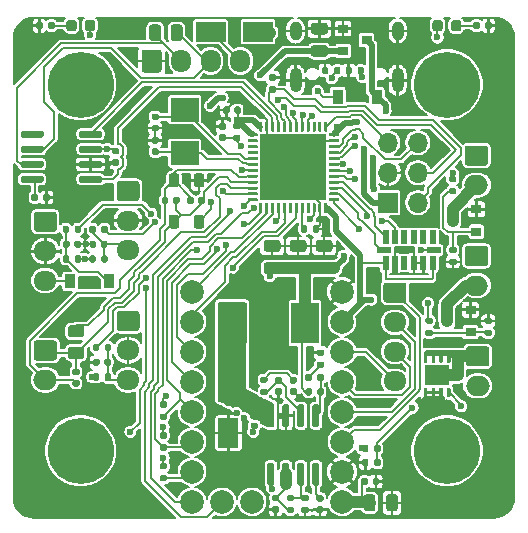
<source format=gbr>
%TF.GenerationSoftware,KiCad,Pcbnew,(5.1.10)-1*%
%TF.CreationDate,2021-07-08T13:05:20-05:00*%
%TF.ProjectId,turbocan,74757262-6f63-4616-9e2e-6b696361645f,rev?*%
%TF.SameCoordinates,Original*%
%TF.FileFunction,Copper,L1,Top*%
%TF.FilePolarity,Positive*%
%FSLAX46Y46*%
G04 Gerber Fmt 4.6, Leading zero omitted, Abs format (unit mm)*
G04 Created by KiCad (PCBNEW (5.1.10)-1) date 2021-07-08 13:05:20*
%MOMM*%
%LPD*%
G01*
G04 APERTURE LIST*
%TA.AperFunction,ComponentPad*%
%ADD10C,0.600000*%
%TD*%
%TA.AperFunction,SMDPad,CuDef*%
%ADD11R,2.050000X1.700000*%
%TD*%
%TA.AperFunction,SMDPad,CuDef*%
%ADD12R,2.350000X3.500000*%
%TD*%
%TA.AperFunction,ComponentPad*%
%ADD13O,1.950000X1.700000*%
%TD*%
%TA.AperFunction,SMDPad,CuDef*%
%ADD14R,0.900000X0.800000*%
%TD*%
%TA.AperFunction,ComponentPad*%
%ADD15O,2.000000X1.700000*%
%TD*%
%TA.AperFunction,ComponentPad*%
%ADD16O,1.000000X2.100000*%
%TD*%
%TA.AperFunction,ComponentPad*%
%ADD17O,1.000000X1.600000*%
%TD*%
%TA.AperFunction,SMDPad,CuDef*%
%ADD18R,1.145000X0.550000*%
%TD*%
%TA.AperFunction,SMDPad,CuDef*%
%ADD19R,0.550000X1.145000*%
%TD*%
%TA.AperFunction,SMDPad,CuDef*%
%ADD20R,0.900000X1.200000*%
%TD*%
%TA.AperFunction,ComponentPad*%
%ADD21C,5.600000*%
%TD*%
%TA.AperFunction,SMDPad,CuDef*%
%ADD22R,2.400000X2.000000*%
%TD*%
%TA.AperFunction,SMDPad,CuDef*%
%ADD23R,5.600000X5.600000*%
%TD*%
%TA.AperFunction,ComponentPad*%
%ADD24C,2.000000*%
%TD*%
%TA.AperFunction,ComponentPad*%
%ADD25O,1.700000X1.950000*%
%TD*%
%TA.AperFunction,ComponentPad*%
%ADD26O,1.700000X1.700000*%
%TD*%
%TA.AperFunction,ComponentPad*%
%ADD27R,1.700000X1.700000*%
%TD*%
%TA.AperFunction,SMDPad,CuDef*%
%ADD28R,1.700000X2.500000*%
%TD*%
%TA.AperFunction,SMDPad,CuDef*%
%ADD29R,2.500000X1.700000*%
%TD*%
%TA.AperFunction,ViaPad*%
%ADD30C,0.600000*%
%TD*%
%TA.AperFunction,ViaPad*%
%ADD31C,0.800000*%
%TD*%
%TA.AperFunction,Conductor*%
%ADD32C,0.200000*%
%TD*%
%TA.AperFunction,Conductor*%
%ADD33C,0.500000*%
%TD*%
%TA.AperFunction,Conductor*%
%ADD34C,1.000000*%
%TD*%
%TA.AperFunction,Conductor*%
%ADD35C,0.100000*%
%TD*%
G04 APERTURE END LIST*
D10*
%TO.P,U7,3*%
%TO.N,Net-(J13-Pad1)*%
X50180000Y-44092000D03*
X50180000Y-45108000D03*
X49494200Y-44092000D03*
X50865800Y-44092000D03*
X50865800Y-45108000D03*
X49494200Y-45108000D03*
%TO.P,U7,1*%
%TO.N,GND*%
%TA.AperFunction,SMDPad,CuDef*%
G36*
G01*
X49280000Y-46450000D02*
X49130000Y-46450000D01*
G75*
G02*
X49055000Y-46375000I0J75000D01*
G01*
X49055000Y-45725000D01*
G75*
G02*
X49130000Y-45650000I75000J0D01*
G01*
X49280000Y-45650000D01*
G75*
G02*
X49355000Y-45725000I0J-75000D01*
G01*
X49355000Y-46375000D01*
G75*
G02*
X49280000Y-46450000I-75000J0D01*
G01*
G37*
%TD.AperFunction*%
%TA.AperFunction,SMDPad,CuDef*%
G36*
G01*
X49930000Y-46450000D02*
X49780000Y-46450000D01*
G75*
G02*
X49705000Y-46375000I0J75000D01*
G01*
X49705000Y-45725000D01*
G75*
G02*
X49780000Y-45650000I75000J0D01*
G01*
X49930000Y-45650000D01*
G75*
G02*
X50005000Y-45725000I0J-75000D01*
G01*
X50005000Y-46375000D01*
G75*
G02*
X49930000Y-46450000I-75000J0D01*
G01*
G37*
%TD.AperFunction*%
%TA.AperFunction,SMDPad,CuDef*%
G36*
G01*
X50580000Y-46450000D02*
X50430000Y-46450000D01*
G75*
G02*
X50355000Y-46375000I0J75000D01*
G01*
X50355000Y-45725000D01*
G75*
G02*
X50430000Y-45650000I75000J0D01*
G01*
X50580000Y-45650000D01*
G75*
G02*
X50655000Y-45725000I0J-75000D01*
G01*
X50655000Y-46375000D01*
G75*
G02*
X50580000Y-46450000I-75000J0D01*
G01*
G37*
%TD.AperFunction*%
%TO.P,U7,2*%
%TO.N,Net-(R16-Pad1)*%
%TA.AperFunction,SMDPad,CuDef*%
G36*
G01*
X51230000Y-46450000D02*
X51080000Y-46450000D01*
G75*
G02*
X51005000Y-46375000I0J75000D01*
G01*
X51005000Y-45725000D01*
G75*
G02*
X51080000Y-45650000I75000J0D01*
G01*
X51230000Y-45650000D01*
G75*
G02*
X51305000Y-45725000I0J-75000D01*
G01*
X51305000Y-46375000D01*
G75*
G02*
X51230000Y-46450000I-75000J0D01*
G01*
G37*
%TD.AperFunction*%
%TO.P,U7,3*%
%TO.N,Net-(J13-Pad1)*%
%TA.AperFunction,SMDPad,CuDef*%
G36*
G01*
X51230000Y-43550000D02*
X51080000Y-43550000D01*
G75*
G02*
X51005000Y-43475000I0J75000D01*
G01*
X51005000Y-42825000D01*
G75*
G02*
X51080000Y-42750000I75000J0D01*
G01*
X51230000Y-42750000D01*
G75*
G02*
X51305000Y-42825000I0J-75000D01*
G01*
X51305000Y-43475000D01*
G75*
G02*
X51230000Y-43550000I-75000J0D01*
G01*
G37*
%TD.AperFunction*%
%TA.AperFunction,SMDPad,CuDef*%
G36*
G01*
X50580000Y-43550000D02*
X50430000Y-43550000D01*
G75*
G02*
X50355000Y-43475000I0J75000D01*
G01*
X50355000Y-42825000D01*
G75*
G02*
X50430000Y-42750000I75000J0D01*
G01*
X50580000Y-42750000D01*
G75*
G02*
X50655000Y-42825000I0J-75000D01*
G01*
X50655000Y-43475000D01*
G75*
G02*
X50580000Y-43550000I-75000J0D01*
G01*
G37*
%TD.AperFunction*%
%TA.AperFunction,SMDPad,CuDef*%
G36*
G01*
X49930000Y-43550000D02*
X49780000Y-43550000D01*
G75*
G02*
X49705000Y-43475000I0J75000D01*
G01*
X49705000Y-42825000D01*
G75*
G02*
X49780000Y-42750000I75000J0D01*
G01*
X49930000Y-42750000D01*
G75*
G02*
X50005000Y-42825000I0J-75000D01*
G01*
X50005000Y-43475000D01*
G75*
G02*
X49930000Y-43550000I-75000J0D01*
G01*
G37*
%TD.AperFunction*%
%TA.AperFunction,SMDPad,CuDef*%
G36*
G01*
X49280000Y-43550000D02*
X49130000Y-43550000D01*
G75*
G02*
X49055000Y-43475000I0J75000D01*
G01*
X49055000Y-42825000D01*
G75*
G02*
X49130000Y-42750000I75000J0D01*
G01*
X49280000Y-42750000D01*
G75*
G02*
X49355000Y-42825000I0J-75000D01*
G01*
X49355000Y-43475000D01*
G75*
G02*
X49280000Y-43550000I-75000J0D01*
G01*
G37*
%TD.AperFunction*%
D11*
X50180000Y-44600000D03*
%TD*%
%TO.P,R31,2*%
%TO.N,INT2*%
%TA.AperFunction,SMDPad,CuDef*%
G36*
G01*
X26815000Y-47840000D02*
X27185000Y-47840000D01*
G75*
G02*
X27320000Y-47975000I0J-135000D01*
G01*
X27320000Y-48245000D01*
G75*
G02*
X27185000Y-48380000I-135000J0D01*
G01*
X26815000Y-48380000D01*
G75*
G02*
X26680000Y-48245000I0J135000D01*
G01*
X26680000Y-47975000D01*
G75*
G02*
X26815000Y-47840000I135000J0D01*
G01*
G37*
%TD.AperFunction*%
%TO.P,R31,1*%
%TO.N,+3V3*%
%TA.AperFunction,SMDPad,CuDef*%
G36*
G01*
X26815000Y-46820000D02*
X27185000Y-46820000D01*
G75*
G02*
X27320000Y-46955000I0J-135000D01*
G01*
X27320000Y-47225000D01*
G75*
G02*
X27185000Y-47360000I-135000J0D01*
G01*
X26815000Y-47360000D01*
G75*
G02*
X26680000Y-47225000I0J135000D01*
G01*
X26680000Y-46955000D01*
G75*
G02*
X26815000Y-46820000I135000J0D01*
G01*
G37*
%TD.AperFunction*%
%TD*%
%TO.P,R30,2*%
%TO.N,MISO*%
%TA.AperFunction,SMDPad,CuDef*%
G36*
G01*
X26815000Y-50440000D02*
X27185000Y-50440000D01*
G75*
G02*
X27320000Y-50575000I0J-135000D01*
G01*
X27320000Y-50845000D01*
G75*
G02*
X27185000Y-50980000I-135000J0D01*
G01*
X26815000Y-50980000D01*
G75*
G02*
X26680000Y-50845000I0J135000D01*
G01*
X26680000Y-50575000D01*
G75*
G02*
X26815000Y-50440000I135000J0D01*
G01*
G37*
%TD.AperFunction*%
%TO.P,R30,1*%
%TO.N,+3V3*%
%TA.AperFunction,SMDPad,CuDef*%
G36*
G01*
X26815000Y-49420000D02*
X27185000Y-49420000D01*
G75*
G02*
X27320000Y-49555000I0J-135000D01*
G01*
X27320000Y-49825000D01*
G75*
G02*
X27185000Y-49960000I-135000J0D01*
G01*
X26815000Y-49960000D01*
G75*
G02*
X26680000Y-49825000I0J135000D01*
G01*
X26680000Y-49555000D01*
G75*
G02*
X26815000Y-49420000I135000J0D01*
G01*
G37*
%TD.AperFunction*%
%TD*%
%TO.P,R29,2*%
%TO.N,Net-(R29-Pad2)*%
%TA.AperFunction,SMDPad,CuDef*%
G36*
G01*
X26815000Y-53040000D02*
X27185000Y-53040000D01*
G75*
G02*
X27320000Y-53175000I0J-135000D01*
G01*
X27320000Y-53445000D01*
G75*
G02*
X27185000Y-53580000I-135000J0D01*
G01*
X26815000Y-53580000D01*
G75*
G02*
X26680000Y-53445000I0J135000D01*
G01*
X26680000Y-53175000D01*
G75*
G02*
X26815000Y-53040000I135000J0D01*
G01*
G37*
%TD.AperFunction*%
%TO.P,R29,1*%
%TO.N,+3V3*%
%TA.AperFunction,SMDPad,CuDef*%
G36*
G01*
X26815000Y-52020000D02*
X27185000Y-52020000D01*
G75*
G02*
X27320000Y-52155000I0J-135000D01*
G01*
X27320000Y-52425000D01*
G75*
G02*
X27185000Y-52560000I-135000J0D01*
G01*
X26815000Y-52560000D01*
G75*
G02*
X26680000Y-52425000I0J135000D01*
G01*
X26680000Y-52155000D01*
G75*
G02*
X26815000Y-52020000I135000J0D01*
G01*
G37*
%TD.AperFunction*%
%TD*%
D12*
%TO.P,L1,2*%
%TO.N,+5V*%
X38980500Y-40184500D03*
%TO.P,L1,1*%
%TO.N,/SWITCH*%
X32880500Y-40184500D03*
%TD*%
%TO.P,L3,2*%
%TO.N,GNDA*%
%TA.AperFunction,SMDPad,CuDef*%
G36*
G01*
X28325000Y-27718750D02*
X28325000Y-28481250D01*
G75*
G02*
X28106250Y-28700000I-218750J0D01*
G01*
X27668750Y-28700000D01*
G75*
G02*
X27450000Y-28481250I0J218750D01*
G01*
X27450000Y-27718750D01*
G75*
G02*
X27668750Y-27500000I218750J0D01*
G01*
X28106250Y-27500000D01*
G75*
G02*
X28325000Y-27718750I0J-218750D01*
G01*
G37*
%TD.AperFunction*%
%TO.P,L3,1*%
%TO.N,GND*%
%TA.AperFunction,SMDPad,CuDef*%
G36*
G01*
X30450000Y-27718750D02*
X30450000Y-28481250D01*
G75*
G02*
X30231250Y-28700000I-218750J0D01*
G01*
X29793750Y-28700000D01*
G75*
G02*
X29575000Y-28481250I0J218750D01*
G01*
X29575000Y-27718750D01*
G75*
G02*
X29793750Y-27500000I218750J0D01*
G01*
X30231250Y-27500000D01*
G75*
G02*
X30450000Y-27718750I0J-218750D01*
G01*
G37*
%TD.AperFunction*%
%TD*%
%TO.P,L2,2*%
%TO.N,VDDA*%
%TA.AperFunction,SMDPad,CuDef*%
G36*
G01*
X28325000Y-31218750D02*
X28325000Y-31981250D01*
G75*
G02*
X28106250Y-32200000I-218750J0D01*
G01*
X27668750Y-32200000D01*
G75*
G02*
X27450000Y-31981250I0J218750D01*
G01*
X27450000Y-31218750D01*
G75*
G02*
X27668750Y-31000000I218750J0D01*
G01*
X28106250Y-31000000D01*
G75*
G02*
X28325000Y-31218750I0J-218750D01*
G01*
G37*
%TD.AperFunction*%
%TO.P,L2,1*%
%TO.N,+3V3*%
%TA.AperFunction,SMDPad,CuDef*%
G36*
G01*
X30450000Y-31218750D02*
X30450000Y-31981250D01*
G75*
G02*
X30231250Y-32200000I-218750J0D01*
G01*
X29793750Y-32200000D01*
G75*
G02*
X29575000Y-31981250I0J218750D01*
G01*
X29575000Y-31218750D01*
G75*
G02*
X29793750Y-31000000I218750J0D01*
G01*
X30231250Y-31000000D01*
G75*
G02*
X30450000Y-31218750I0J-218750D01*
G01*
G37*
%TD.AperFunction*%
%TD*%
%TO.P,C23,2*%
%TO.N,GNDA*%
%TA.AperFunction,SMDPad,CuDef*%
G36*
G01*
X27400000Y-29630000D02*
X27400000Y-29970000D01*
G75*
G02*
X27260000Y-30110000I-140000J0D01*
G01*
X26980000Y-30110000D01*
G75*
G02*
X26840000Y-29970000I0J140000D01*
G01*
X26840000Y-29630000D01*
G75*
G02*
X26980000Y-29490000I140000J0D01*
G01*
X27260000Y-29490000D01*
G75*
G02*
X27400000Y-29630000I0J-140000D01*
G01*
G37*
%TD.AperFunction*%
%TO.P,C23,1*%
%TO.N,VDDA*%
%TA.AperFunction,SMDPad,CuDef*%
G36*
G01*
X28360000Y-29630000D02*
X28360000Y-29970000D01*
G75*
G02*
X28220000Y-30110000I-140000J0D01*
G01*
X27940000Y-30110000D01*
G75*
G02*
X27800000Y-29970000I0J140000D01*
G01*
X27800000Y-29630000D01*
G75*
G02*
X27940000Y-29490000I140000J0D01*
G01*
X28220000Y-29490000D01*
G75*
G02*
X28360000Y-29630000I0J-140000D01*
G01*
G37*
%TD.AperFunction*%
%TD*%
%TO.P,C22,2*%
%TO.N,+3V3*%
%TA.AperFunction,SMDPad,CuDef*%
G36*
G01*
X33000000Y-22320000D02*
X33000000Y-21980000D01*
G75*
G02*
X33140000Y-21840000I140000J0D01*
G01*
X33420000Y-21840000D01*
G75*
G02*
X33560000Y-21980000I0J-140000D01*
G01*
X33560000Y-22320000D01*
G75*
G02*
X33420000Y-22460000I-140000J0D01*
G01*
X33140000Y-22460000D01*
G75*
G02*
X33000000Y-22320000I0J140000D01*
G01*
G37*
%TD.AperFunction*%
%TO.P,C22,1*%
%TO.N,GND*%
%TA.AperFunction,SMDPad,CuDef*%
G36*
G01*
X32040000Y-22320000D02*
X32040000Y-21980000D01*
G75*
G02*
X32180000Y-21840000I140000J0D01*
G01*
X32460000Y-21840000D01*
G75*
G02*
X32600000Y-21980000I0J-140000D01*
G01*
X32600000Y-22320000D01*
G75*
G02*
X32460000Y-22460000I-140000J0D01*
G01*
X32180000Y-22460000D01*
G75*
G02*
X32040000Y-22320000I0J140000D01*
G01*
G37*
%TD.AperFunction*%
%TD*%
D13*
%TO.P,J8,3*%
%TO.N,Net-(C11-Pad1)*%
X24000000Y-45000000D03*
%TO.P,J8,2*%
%TO.N,GND*%
X24000000Y-42500000D03*
%TO.P,J8,1*%
%TO.N,+5V*%
%TA.AperFunction,ComponentPad*%
G36*
G01*
X23275000Y-39150000D02*
X24725000Y-39150000D01*
G75*
G02*
X24975000Y-39400000I0J-250000D01*
G01*
X24975000Y-40600000D01*
G75*
G02*
X24725000Y-40850000I-250000J0D01*
G01*
X23275000Y-40850000D01*
G75*
G02*
X23025000Y-40600000I0J250000D01*
G01*
X23025000Y-39400000D01*
G75*
G02*
X23275000Y-39150000I250000J0D01*
G01*
G37*
%TD.AperFunction*%
%TD*%
%TO.P,R28,2*%
%TO.N,Net-(C20-Pad1)*%
%TA.AperFunction,SMDPad,CuDef*%
G36*
G01*
X19010000Y-32065000D02*
X19010000Y-32435000D01*
G75*
G02*
X18875000Y-32570000I-135000J0D01*
G01*
X18605000Y-32570000D01*
G75*
G02*
X18470000Y-32435000I0J135000D01*
G01*
X18470000Y-32065000D01*
G75*
G02*
X18605000Y-31930000I135000J0D01*
G01*
X18875000Y-31930000D01*
G75*
G02*
X19010000Y-32065000I0J-135000D01*
G01*
G37*
%TD.AperFunction*%
%TO.P,R28,1*%
%TO.N,PROBEZ*%
%TA.AperFunction,SMDPad,CuDef*%
G36*
G01*
X20030000Y-32065000D02*
X20030000Y-32435000D01*
G75*
G02*
X19895000Y-32570000I-135000J0D01*
G01*
X19625000Y-32570000D01*
G75*
G02*
X19490000Y-32435000I0J135000D01*
G01*
X19490000Y-32065000D01*
G75*
G02*
X19625000Y-31930000I135000J0D01*
G01*
X19895000Y-31930000D01*
G75*
G02*
X20030000Y-32065000I0J-135000D01*
G01*
G37*
%TD.AperFunction*%
%TD*%
%TO.P,R27,2*%
%TO.N,Net-(C20-Pad1)*%
%TA.AperFunction,SMDPad,CuDef*%
G36*
G01*
X19010000Y-34565000D02*
X19010000Y-34935000D01*
G75*
G02*
X18875000Y-35070000I-135000J0D01*
G01*
X18605000Y-35070000D01*
G75*
G02*
X18470000Y-34935000I0J135000D01*
G01*
X18470000Y-34565000D01*
G75*
G02*
X18605000Y-34430000I135000J0D01*
G01*
X18875000Y-34430000D01*
G75*
G02*
X19010000Y-34565000I0J-135000D01*
G01*
G37*
%TD.AperFunction*%
%TO.P,R27,1*%
%TO.N,+3V3*%
%TA.AperFunction,SMDPad,CuDef*%
G36*
G01*
X20030000Y-34565000D02*
X20030000Y-34935000D01*
G75*
G02*
X19895000Y-35070000I-135000J0D01*
G01*
X19625000Y-35070000D01*
G75*
G02*
X19490000Y-34935000I0J135000D01*
G01*
X19490000Y-34565000D01*
G75*
G02*
X19625000Y-34430000I135000J0D01*
G01*
X19895000Y-34430000D01*
G75*
G02*
X20030000Y-34565000I0J-135000D01*
G01*
G37*
%TD.AperFunction*%
%TD*%
%TO.P,C20,2*%
%TO.N,GND*%
%TA.AperFunction,SMDPad,CuDef*%
G36*
G01*
X19450000Y-33670000D02*
X19450000Y-33330000D01*
G75*
G02*
X19590000Y-33190000I140000J0D01*
G01*
X19870000Y-33190000D01*
G75*
G02*
X20010000Y-33330000I0J-140000D01*
G01*
X20010000Y-33670000D01*
G75*
G02*
X19870000Y-33810000I-140000J0D01*
G01*
X19590000Y-33810000D01*
G75*
G02*
X19450000Y-33670000I0J140000D01*
G01*
G37*
%TD.AperFunction*%
%TO.P,C20,1*%
%TO.N,Net-(C20-Pad1)*%
%TA.AperFunction,SMDPad,CuDef*%
G36*
G01*
X18490000Y-33670000D02*
X18490000Y-33330000D01*
G75*
G02*
X18630000Y-33190000I140000J0D01*
G01*
X18910000Y-33190000D01*
G75*
G02*
X19050000Y-33330000I0J-140000D01*
G01*
X19050000Y-33670000D01*
G75*
G02*
X18910000Y-33810000I-140000J0D01*
G01*
X18630000Y-33810000D01*
G75*
G02*
X18490000Y-33670000I0J140000D01*
G01*
G37*
%TD.AperFunction*%
%TD*%
%TO.P,R26,2*%
%TO.N,CANL*%
%TA.AperFunction,SMDPad,CuDef*%
G36*
G01*
X27600000Y-16050002D02*
X27600000Y-15149998D01*
G75*
G02*
X27849998Y-14900000I249998J0D01*
G01*
X28375002Y-14900000D01*
G75*
G02*
X28625000Y-15149998I0J-249998D01*
G01*
X28625000Y-16050002D01*
G75*
G02*
X28375002Y-16300000I-249998J0D01*
G01*
X27849998Y-16300000D01*
G75*
G02*
X27600000Y-16050002I0J249998D01*
G01*
G37*
%TD.AperFunction*%
%TO.P,R26,1*%
%TO.N,CANH*%
%TA.AperFunction,SMDPad,CuDef*%
G36*
G01*
X25775000Y-16050002D02*
X25775000Y-15149998D01*
G75*
G02*
X26024998Y-14900000I249998J0D01*
G01*
X26550002Y-14900000D01*
G75*
G02*
X26800000Y-15149998I0J-249998D01*
G01*
X26800000Y-16050002D01*
G75*
G02*
X26550002Y-16300000I-249998J0D01*
G01*
X26024998Y-16300000D01*
G75*
G02*
X25775000Y-16050002I0J249998D01*
G01*
G37*
%TD.AperFunction*%
%TD*%
%TO.P,R9,2*%
%TO.N,TH0*%
%TA.AperFunction,SMDPad,CuDef*%
G36*
G01*
X19149998Y-42200000D02*
X20050002Y-42200000D01*
G75*
G02*
X20300000Y-42449998I0J-249998D01*
G01*
X20300000Y-42975002D01*
G75*
G02*
X20050002Y-43225000I-249998J0D01*
G01*
X19149998Y-43225000D01*
G75*
G02*
X18900000Y-42975002I0J249998D01*
G01*
X18900000Y-42449998D01*
G75*
G02*
X19149998Y-42200000I249998J0D01*
G01*
G37*
%TD.AperFunction*%
%TO.P,R9,1*%
%TO.N,VDDA*%
%TA.AperFunction,SMDPad,CuDef*%
G36*
G01*
X19149998Y-40375000D02*
X20050002Y-40375000D01*
G75*
G02*
X20300000Y-40624998I0J-249998D01*
G01*
X20300000Y-41150002D01*
G75*
G02*
X20050002Y-41400000I-249998J0D01*
G01*
X19149998Y-41400000D01*
G75*
G02*
X18900000Y-41150002I0J249998D01*
G01*
X18900000Y-40624998D01*
G75*
G02*
X19149998Y-40375000I249998J0D01*
G01*
G37*
%TD.AperFunction*%
%TD*%
%TO.P,C11,2*%
%TO.N,GND*%
%TA.AperFunction,SMDPad,CuDef*%
G36*
G01*
X21600000Y-43330000D02*
X21600000Y-43670000D01*
G75*
G02*
X21460000Y-43810000I-140000J0D01*
G01*
X21180000Y-43810000D01*
G75*
G02*
X21040000Y-43670000I0J140000D01*
G01*
X21040000Y-43330000D01*
G75*
G02*
X21180000Y-43190000I140000J0D01*
G01*
X21460000Y-43190000D01*
G75*
G02*
X21600000Y-43330000I0J-140000D01*
G01*
G37*
%TD.AperFunction*%
%TO.P,C11,1*%
%TO.N,Net-(C11-Pad1)*%
%TA.AperFunction,SMDPad,CuDef*%
G36*
G01*
X22560000Y-43330000D02*
X22560000Y-43670000D01*
G75*
G02*
X22420000Y-43810000I-140000J0D01*
G01*
X22140000Y-43810000D01*
G75*
G02*
X22000000Y-43670000I0J140000D01*
G01*
X22000000Y-43330000D01*
G75*
G02*
X22140000Y-43190000I140000J0D01*
G01*
X22420000Y-43190000D01*
G75*
G02*
X22560000Y-43330000I0J-140000D01*
G01*
G37*
%TD.AperFunction*%
%TD*%
%TO.P,R13,2*%
%TO.N,Net-(C11-Pad1)*%
%TA.AperFunction,SMDPad,CuDef*%
G36*
G01*
X22040000Y-42435000D02*
X22040000Y-42065000D01*
G75*
G02*
X22175000Y-41930000I135000J0D01*
G01*
X22445000Y-41930000D01*
G75*
G02*
X22580000Y-42065000I0J-135000D01*
G01*
X22580000Y-42435000D01*
G75*
G02*
X22445000Y-42570000I-135000J0D01*
G01*
X22175000Y-42570000D01*
G75*
G02*
X22040000Y-42435000I0J135000D01*
G01*
G37*
%TD.AperFunction*%
%TO.P,R13,1*%
%TO.N,ENDSTOPY*%
%TA.AperFunction,SMDPad,CuDef*%
G36*
G01*
X21020000Y-42435000D02*
X21020000Y-42065000D01*
G75*
G02*
X21155000Y-41930000I135000J0D01*
G01*
X21425000Y-41930000D01*
G75*
G02*
X21560000Y-42065000I0J-135000D01*
G01*
X21560000Y-42435000D01*
G75*
G02*
X21425000Y-42570000I-135000J0D01*
G01*
X21155000Y-42570000D01*
G75*
G02*
X21020000Y-42435000I0J135000D01*
G01*
G37*
%TD.AperFunction*%
%TD*%
%TO.P,R8,2*%
%TO.N,Net-(C11-Pad1)*%
%TA.AperFunction,SMDPad,CuDef*%
G36*
G01*
X22040000Y-44935000D02*
X22040000Y-44565000D01*
G75*
G02*
X22175000Y-44430000I135000J0D01*
G01*
X22445000Y-44430000D01*
G75*
G02*
X22580000Y-44565000I0J-135000D01*
G01*
X22580000Y-44935000D01*
G75*
G02*
X22445000Y-45070000I-135000J0D01*
G01*
X22175000Y-45070000D01*
G75*
G02*
X22040000Y-44935000I0J135000D01*
G01*
G37*
%TD.AperFunction*%
%TO.P,R8,1*%
%TO.N,+3V3*%
%TA.AperFunction,SMDPad,CuDef*%
G36*
G01*
X21020000Y-44935000D02*
X21020000Y-44565000D01*
G75*
G02*
X21155000Y-44430000I135000J0D01*
G01*
X21425000Y-44430000D01*
G75*
G02*
X21560000Y-44565000I0J-135000D01*
G01*
X21560000Y-44935000D01*
G75*
G02*
X21425000Y-45070000I-135000J0D01*
G01*
X21155000Y-45070000D01*
G75*
G02*
X21020000Y-44935000I0J135000D01*
G01*
G37*
%TD.AperFunction*%
%TD*%
%TO.P,R15,2*%
%TO.N,GND*%
%TA.AperFunction,SMDPad,CuDef*%
G36*
G01*
X54685000Y-40260000D02*
X54315000Y-40260000D01*
G75*
G02*
X54180000Y-40125000I0J135000D01*
G01*
X54180000Y-39855000D01*
G75*
G02*
X54315000Y-39720000I135000J0D01*
G01*
X54685000Y-39720000D01*
G75*
G02*
X54820000Y-39855000I0J-135000D01*
G01*
X54820000Y-40125000D01*
G75*
G02*
X54685000Y-40260000I-135000J0D01*
G01*
G37*
%TD.AperFunction*%
%TO.P,R15,1*%
%TO.N,Net-(R15-Pad1)*%
%TA.AperFunction,SMDPad,CuDef*%
G36*
G01*
X54685000Y-41280000D02*
X54315000Y-41280000D01*
G75*
G02*
X54180000Y-41145000I0J135000D01*
G01*
X54180000Y-40875000D01*
G75*
G02*
X54315000Y-40740000I135000J0D01*
G01*
X54685000Y-40740000D01*
G75*
G02*
X54820000Y-40875000I0J-135000D01*
G01*
X54820000Y-41145000D01*
G75*
G02*
X54685000Y-41280000I-135000J0D01*
G01*
G37*
%TD.AperFunction*%
%TD*%
%TO.P,R18,2*%
%TO.N,Net-(R15-Pad1)*%
%TA.AperFunction,SMDPad,CuDef*%
G36*
G01*
X49315000Y-40740000D02*
X49685000Y-40740000D01*
G75*
G02*
X49820000Y-40875000I0J-135000D01*
G01*
X49820000Y-41145000D01*
G75*
G02*
X49685000Y-41280000I-135000J0D01*
G01*
X49315000Y-41280000D01*
G75*
G02*
X49180000Y-41145000I0J135000D01*
G01*
X49180000Y-40875000D01*
G75*
G02*
X49315000Y-40740000I135000J0D01*
G01*
G37*
%TD.AperFunction*%
%TO.P,R18,1*%
%TO.N,FAN1*%
%TA.AperFunction,SMDPad,CuDef*%
G36*
G01*
X49315000Y-39720000D02*
X49685000Y-39720000D01*
G75*
G02*
X49820000Y-39855000I0J-135000D01*
G01*
X49820000Y-40125000D01*
G75*
G02*
X49685000Y-40260000I-135000J0D01*
G01*
X49315000Y-40260000D01*
G75*
G02*
X49180000Y-40125000I0J135000D01*
G01*
X49180000Y-39855000D01*
G75*
G02*
X49315000Y-39720000I135000J0D01*
G01*
G37*
%TD.AperFunction*%
%TD*%
D14*
%TO.P,U6,3*%
%TO.N,Net-(J12-Pad2)*%
X51000000Y-40000000D03*
%TO.P,U6,2*%
%TO.N,GND*%
X53000000Y-39050000D03*
%TO.P,U6,1*%
%TO.N,Net-(R15-Pad1)*%
X53000000Y-40950000D03*
%TD*%
D15*
%TO.P,J13,2*%
%TO.N,+24V*%
X53600000Y-45500000D03*
%TO.P,J13,1*%
%TO.N,Net-(J13-Pad1)*%
%TA.AperFunction,ComponentPad*%
G36*
G01*
X52850000Y-42150000D02*
X54350000Y-42150000D01*
G75*
G02*
X54600000Y-42400000I0J-250000D01*
G01*
X54600000Y-43600000D01*
G75*
G02*
X54350000Y-43850000I-250000J0D01*
G01*
X52850000Y-43850000D01*
G75*
G02*
X52600000Y-43600000I0J250000D01*
G01*
X52600000Y-42400000D01*
G75*
G02*
X52850000Y-42150000I250000J0D01*
G01*
G37*
%TD.AperFunction*%
%TD*%
D16*
%TO.P,J1,S1*%
%TO.N,GND*%
X46820000Y-19630000D03*
X38180000Y-19630000D03*
D17*
X38180000Y-15450000D03*
X46820000Y-15450000D03*
%TD*%
%TO.P,R10,2*%
%TO.N,Net-(R10-Pad2)*%
%TA.AperFunction,SMDPad,CuDef*%
G36*
G01*
X40040000Y-46185000D02*
X40040000Y-45815000D01*
G75*
G02*
X40175000Y-45680000I135000J0D01*
G01*
X40445000Y-45680000D01*
G75*
G02*
X40580000Y-45815000I0J-135000D01*
G01*
X40580000Y-46185000D01*
G75*
G02*
X40445000Y-46320000I-135000J0D01*
G01*
X40175000Y-46320000D01*
G75*
G02*
X40040000Y-46185000I0J135000D01*
G01*
G37*
%TD.AperFunction*%
%TO.P,R10,1*%
%TO.N,+5V*%
%TA.AperFunction,SMDPad,CuDef*%
G36*
G01*
X39020000Y-46185000D02*
X39020000Y-45815000D01*
G75*
G02*
X39155000Y-45680000I135000J0D01*
G01*
X39425000Y-45680000D01*
G75*
G02*
X39560000Y-45815000I0J-135000D01*
G01*
X39560000Y-46185000D01*
G75*
G02*
X39425000Y-46320000I-135000J0D01*
G01*
X39155000Y-46320000D01*
G75*
G02*
X39020000Y-46185000I0J135000D01*
G01*
G37*
%TD.AperFunction*%
%TD*%
%TO.P,R25,2*%
%TO.N,GND*%
%TA.AperFunction,SMDPad,CuDef*%
G36*
G01*
X40485000Y-42960000D02*
X40115000Y-42960000D01*
G75*
G02*
X39980000Y-42825000I0J135000D01*
G01*
X39980000Y-42555000D01*
G75*
G02*
X40115000Y-42420000I135000J0D01*
G01*
X40485000Y-42420000D01*
G75*
G02*
X40620000Y-42555000I0J-135000D01*
G01*
X40620000Y-42825000D01*
G75*
G02*
X40485000Y-42960000I-135000J0D01*
G01*
G37*
%TD.AperFunction*%
%TO.P,R25,1*%
%TO.N,Net-(R11-Pad2)*%
%TA.AperFunction,SMDPad,CuDef*%
G36*
G01*
X40485000Y-43980000D02*
X40115000Y-43980000D01*
G75*
G02*
X39980000Y-43845000I0J135000D01*
G01*
X39980000Y-43575000D01*
G75*
G02*
X40115000Y-43440000I135000J0D01*
G01*
X40485000Y-43440000D01*
G75*
G02*
X40620000Y-43575000I0J-135000D01*
G01*
X40620000Y-43845000D01*
G75*
G02*
X40485000Y-43980000I-135000J0D01*
G01*
G37*
%TD.AperFunction*%
%TD*%
%TO.P,R2,2*%
%TO.N,GND*%
%TA.AperFunction,SMDPad,CuDef*%
G36*
G01*
X42960000Y-18615000D02*
X42960000Y-18985000D01*
G75*
G02*
X42825000Y-19120000I-135000J0D01*
G01*
X42555000Y-19120000D01*
G75*
G02*
X42420000Y-18985000I0J135000D01*
G01*
X42420000Y-18615000D01*
G75*
G02*
X42555000Y-18480000I135000J0D01*
G01*
X42825000Y-18480000D01*
G75*
G02*
X42960000Y-18615000I0J-135000D01*
G01*
G37*
%TD.AperFunction*%
%TO.P,R2,1*%
%TO.N,Net-(J1-PadB5)*%
%TA.AperFunction,SMDPad,CuDef*%
G36*
G01*
X43980000Y-18615000D02*
X43980000Y-18985000D01*
G75*
G02*
X43845000Y-19120000I-135000J0D01*
G01*
X43575000Y-19120000D01*
G75*
G02*
X43440000Y-18985000I0J135000D01*
G01*
X43440000Y-18615000D01*
G75*
G02*
X43575000Y-18480000I135000J0D01*
G01*
X43845000Y-18480000D01*
G75*
G02*
X43980000Y-18615000I0J-135000D01*
G01*
G37*
%TD.AperFunction*%
%TD*%
%TO.P,C1,2*%
%TO.N,GND*%
%TA.AperFunction,SMDPad,CuDef*%
G36*
G01*
X40675000Y-15750000D02*
X39725000Y-15750000D01*
G75*
G02*
X39475000Y-15500000I0J250000D01*
G01*
X39475000Y-15000000D01*
G75*
G02*
X39725000Y-14750000I250000J0D01*
G01*
X40675000Y-14750000D01*
G75*
G02*
X40925000Y-15000000I0J-250000D01*
G01*
X40925000Y-15500000D01*
G75*
G02*
X40675000Y-15750000I-250000J0D01*
G01*
G37*
%TD.AperFunction*%
%TO.P,C1,1*%
%TO.N,+3V3*%
%TA.AperFunction,SMDPad,CuDef*%
G36*
G01*
X40675000Y-17650000D02*
X39725000Y-17650000D01*
G75*
G02*
X39475000Y-17400000I0J250000D01*
G01*
X39475000Y-16900000D01*
G75*
G02*
X39725000Y-16650000I250000J0D01*
G01*
X40675000Y-16650000D01*
G75*
G02*
X40925000Y-16900000I0J-250000D01*
G01*
X40925000Y-17400000D01*
G75*
G02*
X40675000Y-17650000I-250000J0D01*
G01*
G37*
%TD.AperFunction*%
%TD*%
D14*
%TO.P,U1,3*%
%TO.N,+5V*%
X44200000Y-16200000D03*
%TO.P,U1,2*%
%TO.N,+3V3*%
X42200000Y-17150000D03*
%TO.P,U1,1*%
%TO.N,GND*%
X42200000Y-15250000D03*
%TD*%
D18*
%TO.P,U9,7*%
%TO.N,A_CS*%
X49897500Y-34000000D03*
%TO.P,U9,14*%
%TO.N,A_SCK*%
X45702500Y-34000000D03*
D19*
%TO.P,U9,13*%
%TO.N,A_MOSI*%
X45800000Y-32902500D03*
%TO.P,U9,12*%
%TO.N,A_MISO*%
X46600000Y-32902500D03*
%TO.P,U9,11*%
%TO.N,N/C*%
X47400000Y-32902500D03*
%TO.P,U9,10*%
X48200000Y-32902500D03*
%TO.P,U9,9*%
X49000000Y-32902500D03*
%TO.P,U9,8*%
X49800000Y-32902500D03*
%TO.P,U9,6*%
%TO.N,+3V3*%
X49800000Y-35097500D03*
%TO.P,U9,5*%
%TO.N,GND*%
X49000000Y-35097500D03*
%TO.P,U9,4*%
X48200000Y-35097500D03*
%TO.P,U9,3*%
%TO.N,N/C*%
X47400000Y-35097500D03*
%TO.P,U9,2*%
%TO.N,GND*%
X46600000Y-35097500D03*
%TO.P,U9,1*%
%TO.N,+3V3*%
X45800000Y-35097500D03*
%TD*%
%TO.P,R20,2*%
%TO.N,NRST*%
%TA.AperFunction,SMDPad,CuDef*%
G36*
G01*
X33015000Y-24240000D02*
X33385000Y-24240000D01*
G75*
G02*
X33520000Y-24375000I0J-135000D01*
G01*
X33520000Y-24645000D01*
G75*
G02*
X33385000Y-24780000I-135000J0D01*
G01*
X33015000Y-24780000D01*
G75*
G02*
X32880000Y-24645000I0J135000D01*
G01*
X32880000Y-24375000D01*
G75*
G02*
X33015000Y-24240000I135000J0D01*
G01*
G37*
%TD.AperFunction*%
%TO.P,R20,1*%
%TO.N,+3V3*%
%TA.AperFunction,SMDPad,CuDef*%
G36*
G01*
X33015000Y-23220000D02*
X33385000Y-23220000D01*
G75*
G02*
X33520000Y-23355000I0J-135000D01*
G01*
X33520000Y-23625000D01*
G75*
G02*
X33385000Y-23760000I-135000J0D01*
G01*
X33015000Y-23760000D01*
G75*
G02*
X32880000Y-23625000I0J135000D01*
G01*
X32880000Y-23355000D01*
G75*
G02*
X33015000Y-23220000I135000J0D01*
G01*
G37*
%TD.AperFunction*%
%TD*%
%TO.P,C17,2*%
%TO.N,GND*%
%TA.AperFunction,SMDPad,CuDef*%
G36*
G01*
X32170000Y-23800000D02*
X31830000Y-23800000D01*
G75*
G02*
X31690000Y-23660000I0J140000D01*
G01*
X31690000Y-23380000D01*
G75*
G02*
X31830000Y-23240000I140000J0D01*
G01*
X32170000Y-23240000D01*
G75*
G02*
X32310000Y-23380000I0J-140000D01*
G01*
X32310000Y-23660000D01*
G75*
G02*
X32170000Y-23800000I-140000J0D01*
G01*
G37*
%TD.AperFunction*%
%TO.P,C17,1*%
%TO.N,NRST*%
%TA.AperFunction,SMDPad,CuDef*%
G36*
G01*
X32170000Y-24760000D02*
X31830000Y-24760000D01*
G75*
G02*
X31690000Y-24620000I0J140000D01*
G01*
X31690000Y-24340000D01*
G75*
G02*
X31830000Y-24200000I140000J0D01*
G01*
X32170000Y-24200000D01*
G75*
G02*
X32310000Y-24340000I0J-140000D01*
G01*
X32310000Y-24620000D01*
G75*
G02*
X32170000Y-24760000I-140000J0D01*
G01*
G37*
%TD.AperFunction*%
%TD*%
D20*
%TO.P,D4,2*%
%TO.N,Net-(C20-Pad1)*%
X22400000Y-36650000D03*
%TO.P,D4,1*%
%TO.N,Net-(D4-Pad1)*%
X19100000Y-36650000D03*
%TD*%
%TO.P,C5,2*%
%TO.N,GND*%
%TA.AperFunction,SMDPad,CuDef*%
G36*
G01*
X45850000Y-55875000D02*
X45850000Y-54925000D01*
G75*
G02*
X46100000Y-54675000I250000J0D01*
G01*
X46600000Y-54675000D01*
G75*
G02*
X46850000Y-54925000I0J-250000D01*
G01*
X46850000Y-55875000D01*
G75*
G02*
X46600000Y-56125000I-250000J0D01*
G01*
X46100000Y-56125000D01*
G75*
G02*
X45850000Y-55875000I0J250000D01*
G01*
G37*
%TD.AperFunction*%
%TO.P,C5,1*%
%TO.N,+24V*%
%TA.AperFunction,SMDPad,CuDef*%
G36*
G01*
X43950000Y-55875000D02*
X43950000Y-54925000D01*
G75*
G02*
X44200000Y-54675000I250000J0D01*
G01*
X44700000Y-54675000D01*
G75*
G02*
X44950000Y-54925000I0J-250000D01*
G01*
X44950000Y-55875000D01*
G75*
G02*
X44700000Y-56125000I-250000J0D01*
G01*
X44200000Y-56125000D01*
G75*
G02*
X43950000Y-55875000I0J250000D01*
G01*
G37*
%TD.AperFunction*%
%TD*%
%TO.P,C15,2*%
%TO.N,GND*%
%TA.AperFunction,SMDPad,CuDef*%
G36*
G01*
X41075000Y-34150000D02*
X40125000Y-34150000D01*
G75*
G02*
X39875000Y-33900000I0J250000D01*
G01*
X39875000Y-33400000D01*
G75*
G02*
X40125000Y-33150000I250000J0D01*
G01*
X41075000Y-33150000D01*
G75*
G02*
X41325000Y-33400000I0J-250000D01*
G01*
X41325000Y-33900000D01*
G75*
G02*
X41075000Y-34150000I-250000J0D01*
G01*
G37*
%TD.AperFunction*%
%TO.P,C15,1*%
%TO.N,+5V*%
%TA.AperFunction,SMDPad,CuDef*%
G36*
G01*
X41075000Y-36050000D02*
X40125000Y-36050000D01*
G75*
G02*
X39875000Y-35800000I0J250000D01*
G01*
X39875000Y-35300000D01*
G75*
G02*
X40125000Y-35050000I250000J0D01*
G01*
X41075000Y-35050000D01*
G75*
G02*
X41325000Y-35300000I0J-250000D01*
G01*
X41325000Y-35800000D01*
G75*
G02*
X41075000Y-36050000I-250000J0D01*
G01*
G37*
%TD.AperFunction*%
%TD*%
%TO.P,C14,2*%
%TO.N,GND*%
%TA.AperFunction,SMDPad,CuDef*%
G36*
G01*
X38875000Y-34150000D02*
X37925000Y-34150000D01*
G75*
G02*
X37675000Y-33900000I0J250000D01*
G01*
X37675000Y-33400000D01*
G75*
G02*
X37925000Y-33150000I250000J0D01*
G01*
X38875000Y-33150000D01*
G75*
G02*
X39125000Y-33400000I0J-250000D01*
G01*
X39125000Y-33900000D01*
G75*
G02*
X38875000Y-34150000I-250000J0D01*
G01*
G37*
%TD.AperFunction*%
%TO.P,C14,1*%
%TO.N,+5V*%
%TA.AperFunction,SMDPad,CuDef*%
G36*
G01*
X38875000Y-36050000D02*
X37925000Y-36050000D01*
G75*
G02*
X37675000Y-35800000I0J250000D01*
G01*
X37675000Y-35300000D01*
G75*
G02*
X37925000Y-35050000I250000J0D01*
G01*
X38875000Y-35050000D01*
G75*
G02*
X39125000Y-35300000I0J-250000D01*
G01*
X39125000Y-35800000D01*
G75*
G02*
X38875000Y-36050000I-250000J0D01*
G01*
G37*
%TD.AperFunction*%
%TD*%
%TO.P,C13,2*%
%TO.N,GND*%
%TA.AperFunction,SMDPad,CuDef*%
G36*
G01*
X36675000Y-34150000D02*
X35725000Y-34150000D01*
G75*
G02*
X35475000Y-33900000I0J250000D01*
G01*
X35475000Y-33400000D01*
G75*
G02*
X35725000Y-33150000I250000J0D01*
G01*
X36675000Y-33150000D01*
G75*
G02*
X36925000Y-33400000I0J-250000D01*
G01*
X36925000Y-33900000D01*
G75*
G02*
X36675000Y-34150000I-250000J0D01*
G01*
G37*
%TD.AperFunction*%
%TO.P,C13,1*%
%TO.N,+5V*%
%TA.AperFunction,SMDPad,CuDef*%
G36*
G01*
X36675000Y-36050000D02*
X35725000Y-36050000D01*
G75*
G02*
X35475000Y-35800000I0J250000D01*
G01*
X35475000Y-35300000D01*
G75*
G02*
X35725000Y-35050000I250000J0D01*
G01*
X36675000Y-35050000D01*
G75*
G02*
X36925000Y-35300000I0J-250000D01*
G01*
X36925000Y-35800000D01*
G75*
G02*
X36675000Y-36050000I-250000J0D01*
G01*
G37*
%TD.AperFunction*%
%TD*%
%TO.P,D6,2*%
%TO.N,+3V3*%
%TA.AperFunction,SMDPad,CuDef*%
G36*
G01*
X50650000Y-14743750D02*
X50650000Y-15256250D01*
G75*
G02*
X50431250Y-15475000I-218750J0D01*
G01*
X49993750Y-15475000D01*
G75*
G02*
X49775000Y-15256250I0J218750D01*
G01*
X49775000Y-14743750D01*
G75*
G02*
X49993750Y-14525000I218750J0D01*
G01*
X50431250Y-14525000D01*
G75*
G02*
X50650000Y-14743750I0J-218750D01*
G01*
G37*
%TD.AperFunction*%
%TO.P,D6,1*%
%TO.N,Net-(D6-Pad1)*%
%TA.AperFunction,SMDPad,CuDef*%
G36*
G01*
X52225000Y-14743750D02*
X52225000Y-15256250D01*
G75*
G02*
X52006250Y-15475000I-218750J0D01*
G01*
X51568750Y-15475000D01*
G75*
G02*
X51350000Y-15256250I0J218750D01*
G01*
X51350000Y-14743750D01*
G75*
G02*
X51568750Y-14525000I218750J0D01*
G01*
X52006250Y-14525000D01*
G75*
G02*
X52225000Y-14743750I0J-218750D01*
G01*
G37*
%TD.AperFunction*%
%TD*%
%TO.P,D5,2*%
%TO.N,LED*%
%TA.AperFunction,SMDPad,CuDef*%
G36*
G01*
X20350000Y-15256250D02*
X20350000Y-14743750D01*
G75*
G02*
X20568750Y-14525000I218750J0D01*
G01*
X21006250Y-14525000D01*
G75*
G02*
X21225000Y-14743750I0J-218750D01*
G01*
X21225000Y-15256250D01*
G75*
G02*
X21006250Y-15475000I-218750J0D01*
G01*
X20568750Y-15475000D01*
G75*
G02*
X20350000Y-15256250I0J218750D01*
G01*
G37*
%TD.AperFunction*%
%TO.P,D5,1*%
%TO.N,Net-(D5-Pad1)*%
%TA.AperFunction,SMDPad,CuDef*%
G36*
G01*
X18775000Y-15256250D02*
X18775000Y-14743750D01*
G75*
G02*
X18993750Y-14525000I218750J0D01*
G01*
X19431250Y-14525000D01*
G75*
G02*
X19650000Y-14743750I0J-218750D01*
G01*
X19650000Y-15256250D01*
G75*
G02*
X19431250Y-15475000I-218750J0D01*
G01*
X18993750Y-15475000D01*
G75*
G02*
X18775000Y-15256250I0J218750D01*
G01*
G37*
%TD.AperFunction*%
%TD*%
%TO.P,R24,2*%
%TO.N,GND*%
%TA.AperFunction,SMDPad,CuDef*%
G36*
G01*
X54240000Y-15185000D02*
X54240000Y-14815000D01*
G75*
G02*
X54375000Y-14680000I135000J0D01*
G01*
X54645000Y-14680000D01*
G75*
G02*
X54780000Y-14815000I0J-135000D01*
G01*
X54780000Y-15185000D01*
G75*
G02*
X54645000Y-15320000I-135000J0D01*
G01*
X54375000Y-15320000D01*
G75*
G02*
X54240000Y-15185000I0J135000D01*
G01*
G37*
%TD.AperFunction*%
%TO.P,R24,1*%
%TO.N,Net-(D6-Pad1)*%
%TA.AperFunction,SMDPad,CuDef*%
G36*
G01*
X53220000Y-15185000D02*
X53220000Y-14815000D01*
G75*
G02*
X53355000Y-14680000I135000J0D01*
G01*
X53625000Y-14680000D01*
G75*
G02*
X53760000Y-14815000I0J-135000D01*
G01*
X53760000Y-15185000D01*
G75*
G02*
X53625000Y-15320000I-135000J0D01*
G01*
X53355000Y-15320000D01*
G75*
G02*
X53220000Y-15185000I0J135000D01*
G01*
G37*
%TD.AperFunction*%
%TD*%
%TO.P,R23,2*%
%TO.N,GND*%
%TA.AperFunction,SMDPad,CuDef*%
G36*
G01*
X16760000Y-14815000D02*
X16760000Y-15185000D01*
G75*
G02*
X16625000Y-15320000I-135000J0D01*
G01*
X16355000Y-15320000D01*
G75*
G02*
X16220000Y-15185000I0J135000D01*
G01*
X16220000Y-14815000D01*
G75*
G02*
X16355000Y-14680000I135000J0D01*
G01*
X16625000Y-14680000D01*
G75*
G02*
X16760000Y-14815000I0J-135000D01*
G01*
G37*
%TD.AperFunction*%
%TO.P,R23,1*%
%TO.N,Net-(D5-Pad1)*%
%TA.AperFunction,SMDPad,CuDef*%
G36*
G01*
X17780000Y-14815000D02*
X17780000Y-15185000D01*
G75*
G02*
X17645000Y-15320000I-135000J0D01*
G01*
X17375000Y-15320000D01*
G75*
G02*
X17240000Y-15185000I0J135000D01*
G01*
X17240000Y-14815000D01*
G75*
G02*
X17375000Y-14680000I135000J0D01*
G01*
X17645000Y-14680000D01*
G75*
G02*
X17780000Y-14815000I0J-135000D01*
G01*
G37*
%TD.AperFunction*%
%TD*%
%TO.P,R22,2*%
%TO.N,GND*%
%TA.AperFunction,SMDPad,CuDef*%
G36*
G01*
X39640000Y-32385000D02*
X39640000Y-32015000D01*
G75*
G02*
X39775000Y-31880000I135000J0D01*
G01*
X40045000Y-31880000D01*
G75*
G02*
X40180000Y-32015000I0J-135000D01*
G01*
X40180000Y-32385000D01*
G75*
G02*
X40045000Y-32520000I-135000J0D01*
G01*
X39775000Y-32520000D01*
G75*
G02*
X39640000Y-32385000I0J135000D01*
G01*
G37*
%TD.AperFunction*%
%TO.P,R22,1*%
%TO.N,BOOT1*%
%TA.AperFunction,SMDPad,CuDef*%
G36*
G01*
X38620000Y-32385000D02*
X38620000Y-32015000D01*
G75*
G02*
X38755000Y-31880000I135000J0D01*
G01*
X39025000Y-31880000D01*
G75*
G02*
X39160000Y-32015000I0J-135000D01*
G01*
X39160000Y-32385000D01*
G75*
G02*
X39025000Y-32520000I-135000J0D01*
G01*
X38755000Y-32520000D01*
G75*
G02*
X38620000Y-32385000I0J135000D01*
G01*
G37*
%TD.AperFunction*%
%TD*%
%TO.P,R21,2*%
%TO.N,GND*%
%TA.AperFunction,SMDPad,CuDef*%
G36*
G01*
X36435000Y-19650000D02*
X36065000Y-19650000D01*
G75*
G02*
X35930000Y-19515000I0J135000D01*
G01*
X35930000Y-19245000D01*
G75*
G02*
X36065000Y-19110000I135000J0D01*
G01*
X36435000Y-19110000D01*
G75*
G02*
X36570000Y-19245000I0J-135000D01*
G01*
X36570000Y-19515000D01*
G75*
G02*
X36435000Y-19650000I-135000J0D01*
G01*
G37*
%TD.AperFunction*%
%TO.P,R21,1*%
%TO.N,BOOT0*%
%TA.AperFunction,SMDPad,CuDef*%
G36*
G01*
X36435000Y-20670000D02*
X36065000Y-20670000D01*
G75*
G02*
X35930000Y-20535000I0J135000D01*
G01*
X35930000Y-20265000D01*
G75*
G02*
X36065000Y-20130000I135000J0D01*
G01*
X36435000Y-20130000D01*
G75*
G02*
X36570000Y-20265000I0J-135000D01*
G01*
X36570000Y-20535000D01*
G75*
G02*
X36435000Y-20670000I-135000J0D01*
G01*
G37*
%TD.AperFunction*%
%TD*%
%TO.P,R19,2*%
%TO.N,Net-(R16-Pad1)*%
%TA.AperFunction,SMDPad,CuDef*%
G36*
G01*
X44840000Y-50985000D02*
X44840000Y-50615000D01*
G75*
G02*
X44975000Y-50480000I135000J0D01*
G01*
X45245000Y-50480000D01*
G75*
G02*
X45380000Y-50615000I0J-135000D01*
G01*
X45380000Y-50985000D01*
G75*
G02*
X45245000Y-51120000I-135000J0D01*
G01*
X44975000Y-51120000D01*
G75*
G02*
X44840000Y-50985000I0J135000D01*
G01*
G37*
%TD.AperFunction*%
%TO.P,R19,1*%
%TO.N,HEAT*%
%TA.AperFunction,SMDPad,CuDef*%
G36*
G01*
X43820000Y-50985000D02*
X43820000Y-50615000D01*
G75*
G02*
X43955000Y-50480000I135000J0D01*
G01*
X44225000Y-50480000D01*
G75*
G02*
X44360000Y-50615000I0J-135000D01*
G01*
X44360000Y-50985000D01*
G75*
G02*
X44225000Y-51120000I-135000J0D01*
G01*
X43955000Y-51120000D01*
G75*
G02*
X43820000Y-50985000I0J135000D01*
G01*
G37*
%TD.AperFunction*%
%TD*%
%TO.P,R17,2*%
%TO.N,Net-(R14-Pad1)*%
%TA.AperFunction,SMDPad,CuDef*%
G36*
G01*
X51305000Y-28750000D02*
X51675000Y-28750000D01*
G75*
G02*
X51810000Y-28885000I0J-135000D01*
G01*
X51810000Y-29155000D01*
G75*
G02*
X51675000Y-29290000I-135000J0D01*
G01*
X51305000Y-29290000D01*
G75*
G02*
X51170000Y-29155000I0J135000D01*
G01*
X51170000Y-28885000D01*
G75*
G02*
X51305000Y-28750000I135000J0D01*
G01*
G37*
%TD.AperFunction*%
%TO.P,R17,1*%
%TO.N,FAN0*%
%TA.AperFunction,SMDPad,CuDef*%
G36*
G01*
X51305000Y-27730000D02*
X51675000Y-27730000D01*
G75*
G02*
X51810000Y-27865000I0J-135000D01*
G01*
X51810000Y-28135000D01*
G75*
G02*
X51675000Y-28270000I-135000J0D01*
G01*
X51305000Y-28270000D01*
G75*
G02*
X51170000Y-28135000I0J135000D01*
G01*
X51170000Y-27865000D01*
G75*
G02*
X51305000Y-27730000I135000J0D01*
G01*
G37*
%TD.AperFunction*%
%TD*%
%TO.P,R16,2*%
%TO.N,GND*%
%TA.AperFunction,SMDPad,CuDef*%
G36*
G01*
X44360000Y-51815000D02*
X44360000Y-52185000D01*
G75*
G02*
X44225000Y-52320000I-135000J0D01*
G01*
X43955000Y-52320000D01*
G75*
G02*
X43820000Y-52185000I0J135000D01*
G01*
X43820000Y-51815000D01*
G75*
G02*
X43955000Y-51680000I135000J0D01*
G01*
X44225000Y-51680000D01*
G75*
G02*
X44360000Y-51815000I0J-135000D01*
G01*
G37*
%TD.AperFunction*%
%TO.P,R16,1*%
%TO.N,Net-(R16-Pad1)*%
%TA.AperFunction,SMDPad,CuDef*%
G36*
G01*
X45380000Y-51815000D02*
X45380000Y-52185000D01*
G75*
G02*
X45245000Y-52320000I-135000J0D01*
G01*
X44975000Y-52320000D01*
G75*
G02*
X44840000Y-52185000I0J135000D01*
G01*
X44840000Y-51815000D01*
G75*
G02*
X44975000Y-51680000I135000J0D01*
G01*
X45245000Y-51680000D01*
G75*
G02*
X45380000Y-51815000I0J-135000D01*
G01*
G37*
%TD.AperFunction*%
%TD*%
%TO.P,R14,2*%
%TO.N,GND*%
%TA.AperFunction,SMDPad,CuDef*%
G36*
G01*
X51315000Y-34740000D02*
X51685000Y-34740000D01*
G75*
G02*
X51820000Y-34875000I0J-135000D01*
G01*
X51820000Y-35145000D01*
G75*
G02*
X51685000Y-35280000I-135000J0D01*
G01*
X51315000Y-35280000D01*
G75*
G02*
X51180000Y-35145000I0J135000D01*
G01*
X51180000Y-34875000D01*
G75*
G02*
X51315000Y-34740000I135000J0D01*
G01*
G37*
%TD.AperFunction*%
%TO.P,R14,1*%
%TO.N,Net-(R14-Pad1)*%
%TA.AperFunction,SMDPad,CuDef*%
G36*
G01*
X51315000Y-33720000D02*
X51685000Y-33720000D01*
G75*
G02*
X51820000Y-33855000I0J-135000D01*
G01*
X51820000Y-34125000D01*
G75*
G02*
X51685000Y-34260000I-135000J0D01*
G01*
X51315000Y-34260000D01*
G75*
G02*
X51180000Y-34125000I0J135000D01*
G01*
X51180000Y-33855000D01*
G75*
G02*
X51315000Y-33720000I135000J0D01*
G01*
G37*
%TD.AperFunction*%
%TD*%
%TO.P,R12,2*%
%TO.N,Net-(C10-Pad1)*%
%TA.AperFunction,SMDPad,CuDef*%
G36*
G01*
X21260000Y-32065000D02*
X21260000Y-32435000D01*
G75*
G02*
X21125000Y-32570000I-135000J0D01*
G01*
X20855000Y-32570000D01*
G75*
G02*
X20720000Y-32435000I0J135000D01*
G01*
X20720000Y-32065000D01*
G75*
G02*
X20855000Y-31930000I135000J0D01*
G01*
X21125000Y-31930000D01*
G75*
G02*
X21260000Y-32065000I0J-135000D01*
G01*
G37*
%TD.AperFunction*%
%TO.P,R12,1*%
%TO.N,ENDSTOPX*%
%TA.AperFunction,SMDPad,CuDef*%
G36*
G01*
X22280000Y-32065000D02*
X22280000Y-32435000D01*
G75*
G02*
X22145000Y-32570000I-135000J0D01*
G01*
X21875000Y-32570000D01*
G75*
G02*
X21740000Y-32435000I0J135000D01*
G01*
X21740000Y-32065000D01*
G75*
G02*
X21875000Y-31930000I135000J0D01*
G01*
X22145000Y-31930000D01*
G75*
G02*
X22280000Y-32065000I0J-135000D01*
G01*
G37*
%TD.AperFunction*%
%TD*%
%TO.P,R11,2*%
%TO.N,Net-(R11-Pad2)*%
%TA.AperFunction,SMDPad,CuDef*%
G36*
G01*
X39560000Y-44615000D02*
X39560000Y-44985000D01*
G75*
G02*
X39425000Y-45120000I-135000J0D01*
G01*
X39155000Y-45120000D01*
G75*
G02*
X39020000Y-44985000I0J135000D01*
G01*
X39020000Y-44615000D01*
G75*
G02*
X39155000Y-44480000I135000J0D01*
G01*
X39425000Y-44480000D01*
G75*
G02*
X39560000Y-44615000I0J-135000D01*
G01*
G37*
%TD.AperFunction*%
%TO.P,R11,1*%
%TO.N,Net-(R10-Pad2)*%
%TA.AperFunction,SMDPad,CuDef*%
G36*
G01*
X40580000Y-44615000D02*
X40580000Y-44985000D01*
G75*
G02*
X40445000Y-45120000I-135000J0D01*
G01*
X40175000Y-45120000D01*
G75*
G02*
X40040000Y-44985000I0J135000D01*
G01*
X40040000Y-44615000D01*
G75*
G02*
X40175000Y-44480000I135000J0D01*
G01*
X40445000Y-44480000D01*
G75*
G02*
X40580000Y-44615000I0J-135000D01*
G01*
G37*
%TD.AperFunction*%
%TD*%
%TO.P,R7,2*%
%TO.N,Net-(C10-Pad1)*%
%TA.AperFunction,SMDPad,CuDef*%
G36*
G01*
X21740000Y-34935000D02*
X21740000Y-34565000D01*
G75*
G02*
X21875000Y-34430000I135000J0D01*
G01*
X22145000Y-34430000D01*
G75*
G02*
X22280000Y-34565000I0J-135000D01*
G01*
X22280000Y-34935000D01*
G75*
G02*
X22145000Y-35070000I-135000J0D01*
G01*
X21875000Y-35070000D01*
G75*
G02*
X21740000Y-34935000I0J135000D01*
G01*
G37*
%TD.AperFunction*%
%TO.P,R7,1*%
%TO.N,+3V3*%
%TA.AperFunction,SMDPad,CuDef*%
G36*
G01*
X20720000Y-34935000D02*
X20720000Y-34565000D01*
G75*
G02*
X20855000Y-34430000I135000J0D01*
G01*
X21125000Y-34430000D01*
G75*
G02*
X21260000Y-34565000I0J-135000D01*
G01*
X21260000Y-34935000D01*
G75*
G02*
X21125000Y-35070000I-135000J0D01*
G01*
X20855000Y-35070000D01*
G75*
G02*
X20720000Y-34935000I0J135000D01*
G01*
G37*
%TD.AperFunction*%
%TD*%
%TO.P,R6,2*%
%TO.N,Net-(C7-Pad1)*%
%TA.AperFunction,SMDPad,CuDef*%
G36*
G01*
X35685000Y-45250000D02*
X35315000Y-45250000D01*
G75*
G02*
X35180000Y-45115000I0J135000D01*
G01*
X35180000Y-44845000D01*
G75*
G02*
X35315000Y-44710000I135000J0D01*
G01*
X35685000Y-44710000D01*
G75*
G02*
X35820000Y-44845000I0J-135000D01*
G01*
X35820000Y-45115000D01*
G75*
G02*
X35685000Y-45250000I-135000J0D01*
G01*
G37*
%TD.AperFunction*%
%TO.P,R6,1*%
%TO.N,Net-(C8-Pad1)*%
%TA.AperFunction,SMDPad,CuDef*%
G36*
G01*
X35685000Y-46270000D02*
X35315000Y-46270000D01*
G75*
G02*
X35180000Y-46135000I0J135000D01*
G01*
X35180000Y-45865000D01*
G75*
G02*
X35315000Y-45730000I135000J0D01*
G01*
X35685000Y-45730000D01*
G75*
G02*
X35820000Y-45865000I0J-135000D01*
G01*
X35820000Y-46135000D01*
G75*
G02*
X35685000Y-46270000I-135000J0D01*
G01*
G37*
%TD.AperFunction*%
%TD*%
%TO.P,R5,2*%
%TO.N,GND*%
%TA.AperFunction,SMDPad,CuDef*%
G36*
G01*
X38815000Y-55740000D02*
X39185000Y-55740000D01*
G75*
G02*
X39320000Y-55875000I0J-135000D01*
G01*
X39320000Y-56145000D01*
G75*
G02*
X39185000Y-56280000I-135000J0D01*
G01*
X38815000Y-56280000D01*
G75*
G02*
X38680000Y-56145000I0J135000D01*
G01*
X38680000Y-55875000D01*
G75*
G02*
X38815000Y-55740000I135000J0D01*
G01*
G37*
%TD.AperFunction*%
%TO.P,R5,1*%
%TO.N,Net-(R4-Pad2)*%
%TA.AperFunction,SMDPad,CuDef*%
G36*
G01*
X38815000Y-54720000D02*
X39185000Y-54720000D01*
G75*
G02*
X39320000Y-54855000I0J-135000D01*
G01*
X39320000Y-55125000D01*
G75*
G02*
X39185000Y-55260000I-135000J0D01*
G01*
X38815000Y-55260000D01*
G75*
G02*
X38680000Y-55125000I0J135000D01*
G01*
X38680000Y-54855000D01*
G75*
G02*
X38815000Y-54720000I135000J0D01*
G01*
G37*
%TD.AperFunction*%
%TD*%
%TO.P,R4,2*%
%TO.N,Net-(R4-Pad2)*%
%TA.AperFunction,SMDPad,CuDef*%
G36*
G01*
X37935000Y-55260000D02*
X37565000Y-55260000D01*
G75*
G02*
X37430000Y-55125000I0J135000D01*
G01*
X37430000Y-54855000D01*
G75*
G02*
X37565000Y-54720000I135000J0D01*
G01*
X37935000Y-54720000D01*
G75*
G02*
X38070000Y-54855000I0J-135000D01*
G01*
X38070000Y-55125000D01*
G75*
G02*
X37935000Y-55260000I-135000J0D01*
G01*
G37*
%TD.AperFunction*%
%TO.P,R4,1*%
%TO.N,+24V*%
%TA.AperFunction,SMDPad,CuDef*%
G36*
G01*
X37935000Y-56280000D02*
X37565000Y-56280000D01*
G75*
G02*
X37430000Y-56145000I0J135000D01*
G01*
X37430000Y-55875000D01*
G75*
G02*
X37565000Y-55740000I135000J0D01*
G01*
X37935000Y-55740000D01*
G75*
G02*
X38070000Y-55875000I0J-135000D01*
G01*
X38070000Y-56145000D01*
G75*
G02*
X37935000Y-56280000I-135000J0D01*
G01*
G37*
%TD.AperFunction*%
%TD*%
%TO.P,R3,2*%
%TO.N,GND*%
%TA.AperFunction,SMDPad,CuDef*%
G36*
G01*
X16840000Y-29735000D02*
X16840000Y-29365000D01*
G75*
G02*
X16975000Y-29230000I135000J0D01*
G01*
X17245000Y-29230000D01*
G75*
G02*
X17380000Y-29365000I0J-135000D01*
G01*
X17380000Y-29735000D01*
G75*
G02*
X17245000Y-29870000I-135000J0D01*
G01*
X16975000Y-29870000D01*
G75*
G02*
X16840000Y-29735000I0J135000D01*
G01*
G37*
%TD.AperFunction*%
%TO.P,R3,1*%
%TO.N,Net-(R3-Pad1)*%
%TA.AperFunction,SMDPad,CuDef*%
G36*
G01*
X15820000Y-29735000D02*
X15820000Y-29365000D01*
G75*
G02*
X15955000Y-29230000I135000J0D01*
G01*
X16225000Y-29230000D01*
G75*
G02*
X16360000Y-29365000I0J-135000D01*
G01*
X16360000Y-29735000D01*
G75*
G02*
X16225000Y-29870000I-135000J0D01*
G01*
X15955000Y-29870000D01*
G75*
G02*
X15820000Y-29735000I0J135000D01*
G01*
G37*
%TD.AperFunction*%
%TD*%
%TO.P,R1,2*%
%TO.N,GND*%
%TA.AperFunction,SMDPad,CuDef*%
G36*
G01*
X40960000Y-18615000D02*
X40960000Y-18985000D01*
G75*
G02*
X40825000Y-19120000I-135000J0D01*
G01*
X40555000Y-19120000D01*
G75*
G02*
X40420000Y-18985000I0J135000D01*
G01*
X40420000Y-18615000D01*
G75*
G02*
X40555000Y-18480000I135000J0D01*
G01*
X40825000Y-18480000D01*
G75*
G02*
X40960000Y-18615000I0J-135000D01*
G01*
G37*
%TD.AperFunction*%
%TO.P,R1,1*%
%TO.N,Net-(J1-PadA5)*%
%TA.AperFunction,SMDPad,CuDef*%
G36*
G01*
X41980000Y-18615000D02*
X41980000Y-18985000D01*
G75*
G02*
X41845000Y-19120000I-135000J0D01*
G01*
X41575000Y-19120000D01*
G75*
G02*
X41440000Y-18985000I0J135000D01*
G01*
X41440000Y-18615000D01*
G75*
G02*
X41575000Y-18480000I135000J0D01*
G01*
X41845000Y-18480000D01*
G75*
G02*
X41980000Y-18615000I0J-135000D01*
G01*
G37*
%TD.AperFunction*%
%TD*%
%TO.P,C19,2*%
%TO.N,GNDA*%
%TA.AperFunction,SMDPad,CuDef*%
G36*
G01*
X29550000Y-29630000D02*
X29550000Y-29970000D01*
G75*
G02*
X29410000Y-30110000I-140000J0D01*
G01*
X29130000Y-30110000D01*
G75*
G02*
X28990000Y-29970000I0J140000D01*
G01*
X28990000Y-29630000D01*
G75*
G02*
X29130000Y-29490000I140000J0D01*
G01*
X29410000Y-29490000D01*
G75*
G02*
X29550000Y-29630000I0J-140000D01*
G01*
G37*
%TD.AperFunction*%
%TO.P,C19,1*%
%TO.N,VDDA*%
%TA.AperFunction,SMDPad,CuDef*%
G36*
G01*
X30510000Y-29630000D02*
X30510000Y-29970000D01*
G75*
G02*
X30370000Y-30110000I-140000J0D01*
G01*
X30090000Y-30110000D01*
G75*
G02*
X29950000Y-29970000I0J140000D01*
G01*
X29950000Y-29630000D01*
G75*
G02*
X30090000Y-29490000I140000J0D01*
G01*
X30370000Y-29490000D01*
G75*
G02*
X30510000Y-29630000I0J-140000D01*
G01*
G37*
%TD.AperFunction*%
%TD*%
%TO.P,C18,2*%
%TO.N,GND*%
%TA.AperFunction,SMDPad,CuDef*%
G36*
G01*
X26470000Y-25000000D02*
X26130000Y-25000000D01*
G75*
G02*
X25990000Y-24860000I0J140000D01*
G01*
X25990000Y-24580000D01*
G75*
G02*
X26130000Y-24440000I140000J0D01*
G01*
X26470000Y-24440000D01*
G75*
G02*
X26610000Y-24580000I0J-140000D01*
G01*
X26610000Y-24860000D01*
G75*
G02*
X26470000Y-25000000I-140000J0D01*
G01*
G37*
%TD.AperFunction*%
%TO.P,C18,1*%
%TO.N,XTAL1*%
%TA.AperFunction,SMDPad,CuDef*%
G36*
G01*
X26470000Y-25960000D02*
X26130000Y-25960000D01*
G75*
G02*
X25990000Y-25820000I0J140000D01*
G01*
X25990000Y-25540000D01*
G75*
G02*
X26130000Y-25400000I140000J0D01*
G01*
X26470000Y-25400000D01*
G75*
G02*
X26610000Y-25540000I0J-140000D01*
G01*
X26610000Y-25820000D01*
G75*
G02*
X26470000Y-25960000I-140000J0D01*
G01*
G37*
%TD.AperFunction*%
%TD*%
%TO.P,C16,2*%
%TO.N,GND*%
%TA.AperFunction,SMDPad,CuDef*%
G36*
G01*
X26130000Y-23400000D02*
X26470000Y-23400000D01*
G75*
G02*
X26610000Y-23540000I0J-140000D01*
G01*
X26610000Y-23820000D01*
G75*
G02*
X26470000Y-23960000I-140000J0D01*
G01*
X26130000Y-23960000D01*
G75*
G02*
X25990000Y-23820000I0J140000D01*
G01*
X25990000Y-23540000D01*
G75*
G02*
X26130000Y-23400000I140000J0D01*
G01*
G37*
%TD.AperFunction*%
%TO.P,C16,1*%
%TO.N,XTAL0*%
%TA.AperFunction,SMDPad,CuDef*%
G36*
G01*
X26130000Y-22440000D02*
X26470000Y-22440000D01*
G75*
G02*
X26610000Y-22580000I0J-140000D01*
G01*
X26610000Y-22860000D01*
G75*
G02*
X26470000Y-23000000I-140000J0D01*
G01*
X26130000Y-23000000D01*
G75*
G02*
X25990000Y-22860000I0J140000D01*
G01*
X25990000Y-22580000D01*
G75*
G02*
X26130000Y-22440000I140000J0D01*
G01*
G37*
%TD.AperFunction*%
%TD*%
%TO.P,C12,2*%
%TO.N,GNDA*%
%TA.AperFunction,SMDPad,CuDef*%
G36*
G01*
X19430000Y-45000000D02*
X19770000Y-45000000D01*
G75*
G02*
X19910000Y-45140000I0J-140000D01*
G01*
X19910000Y-45420000D01*
G75*
G02*
X19770000Y-45560000I-140000J0D01*
G01*
X19430000Y-45560000D01*
G75*
G02*
X19290000Y-45420000I0J140000D01*
G01*
X19290000Y-45140000D01*
G75*
G02*
X19430000Y-45000000I140000J0D01*
G01*
G37*
%TD.AperFunction*%
%TO.P,C12,1*%
%TO.N,TH0*%
%TA.AperFunction,SMDPad,CuDef*%
G36*
G01*
X19430000Y-44040000D02*
X19770000Y-44040000D01*
G75*
G02*
X19910000Y-44180000I0J-140000D01*
G01*
X19910000Y-44460000D01*
G75*
G02*
X19770000Y-44600000I-140000J0D01*
G01*
X19430000Y-44600000D01*
G75*
G02*
X19290000Y-44460000I0J140000D01*
G01*
X19290000Y-44180000D01*
G75*
G02*
X19430000Y-44040000I140000J0D01*
G01*
G37*
%TD.AperFunction*%
%TD*%
%TO.P,C10,2*%
%TO.N,GND*%
%TA.AperFunction,SMDPad,CuDef*%
G36*
G01*
X21300000Y-33330000D02*
X21300000Y-33670000D01*
G75*
G02*
X21160000Y-33810000I-140000J0D01*
G01*
X20880000Y-33810000D01*
G75*
G02*
X20740000Y-33670000I0J140000D01*
G01*
X20740000Y-33330000D01*
G75*
G02*
X20880000Y-33190000I140000J0D01*
G01*
X21160000Y-33190000D01*
G75*
G02*
X21300000Y-33330000I0J-140000D01*
G01*
G37*
%TD.AperFunction*%
%TO.P,C10,1*%
%TO.N,Net-(C10-Pad1)*%
%TA.AperFunction,SMDPad,CuDef*%
G36*
G01*
X22260000Y-33330000D02*
X22260000Y-33670000D01*
G75*
G02*
X22120000Y-33810000I-140000J0D01*
G01*
X21840000Y-33810000D01*
G75*
G02*
X21700000Y-33670000I0J140000D01*
G01*
X21700000Y-33330000D01*
G75*
G02*
X21840000Y-33190000I140000J0D01*
G01*
X22120000Y-33190000D01*
G75*
G02*
X22260000Y-33330000I0J-140000D01*
G01*
G37*
%TD.AperFunction*%
%TD*%
%TO.P,C9,2*%
%TO.N,Net-(C9-Pad2)*%
%TA.AperFunction,SMDPad,CuDef*%
G36*
G01*
X34530000Y-48600000D02*
X34870000Y-48600000D01*
G75*
G02*
X35010000Y-48740000I0J-140000D01*
G01*
X35010000Y-49020000D01*
G75*
G02*
X34870000Y-49160000I-140000J0D01*
G01*
X34530000Y-49160000D01*
G75*
G02*
X34390000Y-49020000I0J140000D01*
G01*
X34390000Y-48740000D01*
G75*
G02*
X34530000Y-48600000I140000J0D01*
G01*
G37*
%TD.AperFunction*%
%TO.P,C9,1*%
%TO.N,/SWITCH*%
%TA.AperFunction,SMDPad,CuDef*%
G36*
G01*
X34530000Y-47640000D02*
X34870000Y-47640000D01*
G75*
G02*
X35010000Y-47780000I0J-140000D01*
G01*
X35010000Y-48060000D01*
G75*
G02*
X34870000Y-48200000I-140000J0D01*
G01*
X34530000Y-48200000D01*
G75*
G02*
X34390000Y-48060000I0J140000D01*
G01*
X34390000Y-47780000D01*
G75*
G02*
X34530000Y-47640000I140000J0D01*
G01*
G37*
%TD.AperFunction*%
%TD*%
%TO.P,C8,2*%
%TO.N,GND*%
%TA.AperFunction,SMDPad,CuDef*%
G36*
G01*
X36580000Y-45700000D02*
X36920000Y-45700000D01*
G75*
G02*
X37060000Y-45840000I0J-140000D01*
G01*
X37060000Y-46120000D01*
G75*
G02*
X36920000Y-46260000I-140000J0D01*
G01*
X36580000Y-46260000D01*
G75*
G02*
X36440000Y-46120000I0J140000D01*
G01*
X36440000Y-45840000D01*
G75*
G02*
X36580000Y-45700000I140000J0D01*
G01*
G37*
%TD.AperFunction*%
%TO.P,C8,1*%
%TO.N,Net-(C8-Pad1)*%
%TA.AperFunction,SMDPad,CuDef*%
G36*
G01*
X36580000Y-44740000D02*
X36920000Y-44740000D01*
G75*
G02*
X37060000Y-44880000I0J-140000D01*
G01*
X37060000Y-45160000D01*
G75*
G02*
X36920000Y-45300000I-140000J0D01*
G01*
X36580000Y-45300000D01*
G75*
G02*
X36440000Y-45160000I0J140000D01*
G01*
X36440000Y-44880000D01*
G75*
G02*
X36580000Y-44740000I140000J0D01*
G01*
G37*
%TD.AperFunction*%
%TD*%
%TO.P,C7,2*%
%TO.N,GND*%
%TA.AperFunction,SMDPad,CuDef*%
G36*
G01*
X37830000Y-45700000D02*
X38170000Y-45700000D01*
G75*
G02*
X38310000Y-45840000I0J-140000D01*
G01*
X38310000Y-46120000D01*
G75*
G02*
X38170000Y-46260000I-140000J0D01*
G01*
X37830000Y-46260000D01*
G75*
G02*
X37690000Y-46120000I0J140000D01*
G01*
X37690000Y-45840000D01*
G75*
G02*
X37830000Y-45700000I140000J0D01*
G01*
G37*
%TD.AperFunction*%
%TO.P,C7,1*%
%TO.N,Net-(C7-Pad1)*%
%TA.AperFunction,SMDPad,CuDef*%
G36*
G01*
X37830000Y-44740000D02*
X38170000Y-44740000D01*
G75*
G02*
X38310000Y-44880000I0J-140000D01*
G01*
X38310000Y-45160000D01*
G75*
G02*
X38170000Y-45300000I-140000J0D01*
G01*
X37830000Y-45300000D01*
G75*
G02*
X37690000Y-45160000I0J140000D01*
G01*
X37690000Y-44880000D01*
G75*
G02*
X37830000Y-44740000I140000J0D01*
G01*
G37*
%TD.AperFunction*%
%TD*%
%TO.P,C6,2*%
%TO.N,GND*%
%TA.AperFunction,SMDPad,CuDef*%
G36*
G01*
X40080000Y-55700000D02*
X40420000Y-55700000D01*
G75*
G02*
X40560000Y-55840000I0J-140000D01*
G01*
X40560000Y-56120000D01*
G75*
G02*
X40420000Y-56260000I-140000J0D01*
G01*
X40080000Y-56260000D01*
G75*
G02*
X39940000Y-56120000I0J140000D01*
G01*
X39940000Y-55840000D01*
G75*
G02*
X40080000Y-55700000I140000J0D01*
G01*
G37*
%TD.AperFunction*%
%TO.P,C6,1*%
%TO.N,Net-(C6-Pad1)*%
%TA.AperFunction,SMDPad,CuDef*%
G36*
G01*
X40080000Y-54740000D02*
X40420000Y-54740000D01*
G75*
G02*
X40560000Y-54880000I0J-140000D01*
G01*
X40560000Y-55160000D01*
G75*
G02*
X40420000Y-55300000I-140000J0D01*
G01*
X40080000Y-55300000D01*
G75*
G02*
X39940000Y-55160000I0J140000D01*
G01*
X39940000Y-54880000D01*
G75*
G02*
X40080000Y-54740000I140000J0D01*
G01*
G37*
%TD.AperFunction*%
%TD*%
%TO.P,C4,2*%
%TO.N,GND*%
%TA.AperFunction,SMDPad,CuDef*%
G36*
G01*
X36330000Y-55680000D02*
X36670000Y-55680000D01*
G75*
G02*
X36810000Y-55820000I0J-140000D01*
G01*
X36810000Y-56100000D01*
G75*
G02*
X36670000Y-56240000I-140000J0D01*
G01*
X36330000Y-56240000D01*
G75*
G02*
X36190000Y-56100000I0J140000D01*
G01*
X36190000Y-55820000D01*
G75*
G02*
X36330000Y-55680000I140000J0D01*
G01*
G37*
%TD.AperFunction*%
%TO.P,C4,1*%
%TO.N,+24V*%
%TA.AperFunction,SMDPad,CuDef*%
G36*
G01*
X36330000Y-54720000D02*
X36670000Y-54720000D01*
G75*
G02*
X36810000Y-54860000I0J-140000D01*
G01*
X36810000Y-55140000D01*
G75*
G02*
X36670000Y-55280000I-140000J0D01*
G01*
X36330000Y-55280000D01*
G75*
G02*
X36190000Y-55140000I0J140000D01*
G01*
X36190000Y-54860000D01*
G75*
G02*
X36330000Y-54720000I140000J0D01*
G01*
G37*
%TD.AperFunction*%
%TD*%
%TO.P,C3,2*%
%TO.N,GND*%
%TA.AperFunction,SMDPad,CuDef*%
G36*
G01*
X22780000Y-26300000D02*
X23120000Y-26300000D01*
G75*
G02*
X23260000Y-26440000I0J-140000D01*
G01*
X23260000Y-26720000D01*
G75*
G02*
X23120000Y-26860000I-140000J0D01*
G01*
X22780000Y-26860000D01*
G75*
G02*
X22640000Y-26720000I0J140000D01*
G01*
X22640000Y-26440000D01*
G75*
G02*
X22780000Y-26300000I140000J0D01*
G01*
G37*
%TD.AperFunction*%
%TO.P,C3,1*%
%TO.N,+3V3*%
%TA.AperFunction,SMDPad,CuDef*%
G36*
G01*
X22780000Y-25340000D02*
X23120000Y-25340000D01*
G75*
G02*
X23260000Y-25480000I0J-140000D01*
G01*
X23260000Y-25760000D01*
G75*
G02*
X23120000Y-25900000I-140000J0D01*
G01*
X22780000Y-25900000D01*
G75*
G02*
X22640000Y-25760000I0J140000D01*
G01*
X22640000Y-25480000D01*
G75*
G02*
X22780000Y-25340000I140000J0D01*
G01*
G37*
%TD.AperFunction*%
%TD*%
%TO.P,C2,2*%
%TO.N,+24V*%
%TA.AperFunction,SMDPad,CuDef*%
G36*
G01*
X44320000Y-53430000D02*
X44320000Y-53770000D01*
G75*
G02*
X44180000Y-53910000I-140000J0D01*
G01*
X43900000Y-53910000D01*
G75*
G02*
X43760000Y-53770000I0J140000D01*
G01*
X43760000Y-53430000D01*
G75*
G02*
X43900000Y-53290000I140000J0D01*
G01*
X44180000Y-53290000D01*
G75*
G02*
X44320000Y-53430000I0J-140000D01*
G01*
G37*
%TD.AperFunction*%
%TO.P,C2,1*%
%TO.N,GND*%
%TA.AperFunction,SMDPad,CuDef*%
G36*
G01*
X45280000Y-53430000D02*
X45280000Y-53770000D01*
G75*
G02*
X45140000Y-53910000I-140000J0D01*
G01*
X44860000Y-53910000D01*
G75*
G02*
X44720000Y-53770000I0J140000D01*
G01*
X44720000Y-53430000D01*
G75*
G02*
X44860000Y-53290000I140000J0D01*
G01*
X45140000Y-53290000D01*
G75*
G02*
X45280000Y-53430000I0J-140000D01*
G01*
G37*
%TD.AperFunction*%
%TD*%
D21*
%TO.P,H4,1*%
%TO.N,N/C*%
X51000000Y-51000000D03*
%TD*%
%TO.P,H3,1*%
%TO.N,N/C*%
X51000000Y-20000000D03*
%TD*%
%TO.P,H2,1*%
%TO.N,N/C*%
X20000000Y-51000000D03*
%TD*%
%TO.P,H1,1*%
%TO.N,N/C*%
X20000000Y-20000000D03*
%TD*%
D22*
%TO.P,Y1,2*%
%TO.N,XTAL1*%
X28800000Y-25800000D03*
%TO.P,Y1,1*%
%TO.N,XTAL0*%
X28800000Y-22100000D03*
%TD*%
D23*
%TO.P,U8,49*%
%TO.N,GND*%
X38000000Y-27000000D03*
%TO.P,U8,48*%
%TO.N,+3V3*%
%TA.AperFunction,SMDPad,CuDef*%
G36*
G01*
X35125000Y-23937500D02*
X35125000Y-23187500D01*
G75*
G02*
X35187500Y-23125000I62500J0D01*
G01*
X35312500Y-23125000D01*
G75*
G02*
X35375000Y-23187500I0J-62500D01*
G01*
X35375000Y-23937500D01*
G75*
G02*
X35312500Y-24000000I-62500J0D01*
G01*
X35187500Y-24000000D01*
G75*
G02*
X35125000Y-23937500I0J62500D01*
G01*
G37*
%TD.AperFunction*%
%TO.P,U8,47*%
%TO.N,GND*%
%TA.AperFunction,SMDPad,CuDef*%
G36*
G01*
X35625000Y-23937500D02*
X35625000Y-23187500D01*
G75*
G02*
X35687500Y-23125000I62500J0D01*
G01*
X35812500Y-23125000D01*
G75*
G02*
X35875000Y-23187500I0J-62500D01*
G01*
X35875000Y-23937500D01*
G75*
G02*
X35812500Y-24000000I-62500J0D01*
G01*
X35687500Y-24000000D01*
G75*
G02*
X35625000Y-23937500I0J62500D01*
G01*
G37*
%TD.AperFunction*%
%TO.P,U8,46*%
%TO.N,CANTX*%
%TA.AperFunction,SMDPad,CuDef*%
G36*
G01*
X36125000Y-23937500D02*
X36125000Y-23187500D01*
G75*
G02*
X36187500Y-23125000I62500J0D01*
G01*
X36312500Y-23125000D01*
G75*
G02*
X36375000Y-23187500I0J-62500D01*
G01*
X36375000Y-23937500D01*
G75*
G02*
X36312500Y-24000000I-62500J0D01*
G01*
X36187500Y-24000000D01*
G75*
G02*
X36125000Y-23937500I0J62500D01*
G01*
G37*
%TD.AperFunction*%
%TO.P,U8,45*%
%TO.N,CANRX*%
%TA.AperFunction,SMDPad,CuDef*%
G36*
G01*
X36625000Y-23937500D02*
X36625000Y-23187500D01*
G75*
G02*
X36687500Y-23125000I62500J0D01*
G01*
X36812500Y-23125000D01*
G75*
G02*
X36875000Y-23187500I0J-62500D01*
G01*
X36875000Y-23937500D01*
G75*
G02*
X36812500Y-24000000I-62500J0D01*
G01*
X36687500Y-24000000D01*
G75*
G02*
X36625000Y-23937500I0J62500D01*
G01*
G37*
%TD.AperFunction*%
%TO.P,U8,44*%
%TO.N,BOOT0*%
%TA.AperFunction,SMDPad,CuDef*%
G36*
G01*
X37125000Y-23937500D02*
X37125000Y-23187500D01*
G75*
G02*
X37187500Y-23125000I62500J0D01*
G01*
X37312500Y-23125000D01*
G75*
G02*
X37375000Y-23187500I0J-62500D01*
G01*
X37375000Y-23937500D01*
G75*
G02*
X37312500Y-24000000I-62500J0D01*
G01*
X37187500Y-24000000D01*
G75*
G02*
X37125000Y-23937500I0J62500D01*
G01*
G37*
%TD.AperFunction*%
%TO.P,U8,43*%
%TO.N,ENDSTOPY*%
%TA.AperFunction,SMDPad,CuDef*%
G36*
G01*
X37625000Y-23937500D02*
X37625000Y-23187500D01*
G75*
G02*
X37687500Y-23125000I62500J0D01*
G01*
X37812500Y-23125000D01*
G75*
G02*
X37875000Y-23187500I0J-62500D01*
G01*
X37875000Y-23937500D01*
G75*
G02*
X37812500Y-24000000I-62500J0D01*
G01*
X37687500Y-24000000D01*
G75*
G02*
X37625000Y-23937500I0J62500D01*
G01*
G37*
%TD.AperFunction*%
%TO.P,U8,42*%
%TO.N,ENDSTOPX*%
%TA.AperFunction,SMDPad,CuDef*%
G36*
G01*
X38125000Y-23937500D02*
X38125000Y-23187500D01*
G75*
G02*
X38187500Y-23125000I62500J0D01*
G01*
X38312500Y-23125000D01*
G75*
G02*
X38375000Y-23187500I0J-62500D01*
G01*
X38375000Y-23937500D01*
G75*
G02*
X38312500Y-24000000I-62500J0D01*
G01*
X38187500Y-24000000D01*
G75*
G02*
X38125000Y-23937500I0J62500D01*
G01*
G37*
%TD.AperFunction*%
%TO.P,U8,41*%
%TO.N,DIAG*%
%TA.AperFunction,SMDPad,CuDef*%
G36*
G01*
X38625000Y-23937500D02*
X38625000Y-23187500D01*
G75*
G02*
X38687500Y-23125000I62500J0D01*
G01*
X38812500Y-23125000D01*
G75*
G02*
X38875000Y-23187500I0J-62500D01*
G01*
X38875000Y-23937500D01*
G75*
G02*
X38812500Y-24000000I-62500J0D01*
G01*
X38687500Y-24000000D01*
G75*
G02*
X38625000Y-23937500I0J62500D01*
G01*
G37*
%TD.AperFunction*%
%TO.P,U8,40*%
%TO.N,EN*%
%TA.AperFunction,SMDPad,CuDef*%
G36*
G01*
X39125000Y-23937500D02*
X39125000Y-23187500D01*
G75*
G02*
X39187500Y-23125000I62500J0D01*
G01*
X39312500Y-23125000D01*
G75*
G02*
X39375000Y-23187500I0J-62500D01*
G01*
X39375000Y-23937500D01*
G75*
G02*
X39312500Y-24000000I-62500J0D01*
G01*
X39187500Y-24000000D01*
G75*
G02*
X39125000Y-23937500I0J62500D01*
G01*
G37*
%TD.AperFunction*%
%TO.P,U8,39*%
%TO.N,N/C*%
%TA.AperFunction,SMDPad,CuDef*%
G36*
G01*
X39625000Y-23937500D02*
X39625000Y-23187500D01*
G75*
G02*
X39687500Y-23125000I62500J0D01*
G01*
X39812500Y-23125000D01*
G75*
G02*
X39875000Y-23187500I0J-62500D01*
G01*
X39875000Y-23937500D01*
G75*
G02*
X39812500Y-24000000I-62500J0D01*
G01*
X39687500Y-24000000D01*
G75*
G02*
X39625000Y-23937500I0J62500D01*
G01*
G37*
%TD.AperFunction*%
%TO.P,U8,38*%
%TA.AperFunction,SMDPad,CuDef*%
G36*
G01*
X40125000Y-23937500D02*
X40125000Y-23187500D01*
G75*
G02*
X40187500Y-23125000I62500J0D01*
G01*
X40312500Y-23125000D01*
G75*
G02*
X40375000Y-23187500I0J-62500D01*
G01*
X40375000Y-23937500D01*
G75*
G02*
X40312500Y-24000000I-62500J0D01*
G01*
X40187500Y-24000000D01*
G75*
G02*
X40125000Y-23937500I0J62500D01*
G01*
G37*
%TD.AperFunction*%
%TO.P,U8,37*%
%TO.N,SWCLK*%
%TA.AperFunction,SMDPad,CuDef*%
G36*
G01*
X40625000Y-23937500D02*
X40625000Y-23187500D01*
G75*
G02*
X40687500Y-23125000I62500J0D01*
G01*
X40812500Y-23125000D01*
G75*
G02*
X40875000Y-23187500I0J-62500D01*
G01*
X40875000Y-23937500D01*
G75*
G02*
X40812500Y-24000000I-62500J0D01*
G01*
X40687500Y-24000000D01*
G75*
G02*
X40625000Y-23937500I0J62500D01*
G01*
G37*
%TD.AperFunction*%
%TO.P,U8,36*%
%TO.N,+3V3*%
%TA.AperFunction,SMDPad,CuDef*%
G36*
G01*
X41000000Y-24312500D02*
X41000000Y-24187500D01*
G75*
G02*
X41062500Y-24125000I62500J0D01*
G01*
X41812500Y-24125000D01*
G75*
G02*
X41875000Y-24187500I0J-62500D01*
G01*
X41875000Y-24312500D01*
G75*
G02*
X41812500Y-24375000I-62500J0D01*
G01*
X41062500Y-24375000D01*
G75*
G02*
X41000000Y-24312500I0J62500D01*
G01*
G37*
%TD.AperFunction*%
%TO.P,U8,35*%
%TO.N,GND*%
%TA.AperFunction,SMDPad,CuDef*%
G36*
G01*
X41000000Y-24812500D02*
X41000000Y-24687500D01*
G75*
G02*
X41062500Y-24625000I62500J0D01*
G01*
X41812500Y-24625000D01*
G75*
G02*
X41875000Y-24687500I0J-62500D01*
G01*
X41875000Y-24812500D01*
G75*
G02*
X41812500Y-24875000I-62500J0D01*
G01*
X41062500Y-24875000D01*
G75*
G02*
X41000000Y-24812500I0J62500D01*
G01*
G37*
%TD.AperFunction*%
%TO.P,U8,34*%
%TO.N,SWDIO*%
%TA.AperFunction,SMDPad,CuDef*%
G36*
G01*
X41000000Y-25312500D02*
X41000000Y-25187500D01*
G75*
G02*
X41062500Y-25125000I62500J0D01*
G01*
X41812500Y-25125000D01*
G75*
G02*
X41875000Y-25187500I0J-62500D01*
G01*
X41875000Y-25312500D01*
G75*
G02*
X41812500Y-25375000I-62500J0D01*
G01*
X41062500Y-25375000D01*
G75*
G02*
X41000000Y-25312500I0J62500D01*
G01*
G37*
%TD.AperFunction*%
%TO.P,U8,33*%
%TO.N,USBDP*%
%TA.AperFunction,SMDPad,CuDef*%
G36*
G01*
X41000000Y-25812500D02*
X41000000Y-25687500D01*
G75*
G02*
X41062500Y-25625000I62500J0D01*
G01*
X41812500Y-25625000D01*
G75*
G02*
X41875000Y-25687500I0J-62500D01*
G01*
X41875000Y-25812500D01*
G75*
G02*
X41812500Y-25875000I-62500J0D01*
G01*
X41062500Y-25875000D01*
G75*
G02*
X41000000Y-25812500I0J62500D01*
G01*
G37*
%TD.AperFunction*%
%TO.P,U8,32*%
%TO.N,USBDM*%
%TA.AperFunction,SMDPad,CuDef*%
G36*
G01*
X41000000Y-26312500D02*
X41000000Y-26187500D01*
G75*
G02*
X41062500Y-26125000I62500J0D01*
G01*
X41812500Y-26125000D01*
G75*
G02*
X41875000Y-26187500I0J-62500D01*
G01*
X41875000Y-26312500D01*
G75*
G02*
X41812500Y-26375000I-62500J0D01*
G01*
X41062500Y-26375000D01*
G75*
G02*
X41000000Y-26312500I0J62500D01*
G01*
G37*
%TD.AperFunction*%
%TO.P,U8,31*%
%TO.N,CS_RX*%
%TA.AperFunction,SMDPad,CuDef*%
G36*
G01*
X41000000Y-26812500D02*
X41000000Y-26687500D01*
G75*
G02*
X41062500Y-26625000I62500J0D01*
G01*
X41812500Y-26625000D01*
G75*
G02*
X41875000Y-26687500I0J-62500D01*
G01*
X41875000Y-26812500D01*
G75*
G02*
X41812500Y-26875000I-62500J0D01*
G01*
X41062500Y-26875000D01*
G75*
G02*
X41000000Y-26812500I0J62500D01*
G01*
G37*
%TD.AperFunction*%
%TO.P,U8,30*%
%TO.N,INT1_TX*%
%TA.AperFunction,SMDPad,CuDef*%
G36*
G01*
X41000000Y-27312500D02*
X41000000Y-27187500D01*
G75*
G02*
X41062500Y-27125000I62500J0D01*
G01*
X41812500Y-27125000D01*
G75*
G02*
X41875000Y-27187500I0J-62500D01*
G01*
X41875000Y-27312500D01*
G75*
G02*
X41812500Y-27375000I-62500J0D01*
G01*
X41062500Y-27375000D01*
G75*
G02*
X41000000Y-27312500I0J62500D01*
G01*
G37*
%TD.AperFunction*%
%TO.P,U8,29*%
%TO.N,HEAT*%
%TA.AperFunction,SMDPad,CuDef*%
G36*
G01*
X41000000Y-27812500D02*
X41000000Y-27687500D01*
G75*
G02*
X41062500Y-27625000I62500J0D01*
G01*
X41812500Y-27625000D01*
G75*
G02*
X41875000Y-27687500I0J-62500D01*
G01*
X41875000Y-27812500D01*
G75*
G02*
X41812500Y-27875000I-62500J0D01*
G01*
X41062500Y-27875000D01*
G75*
G02*
X41000000Y-27812500I0J62500D01*
G01*
G37*
%TD.AperFunction*%
%TO.P,U8,28*%
%TO.N,A_MOSI*%
%TA.AperFunction,SMDPad,CuDef*%
G36*
G01*
X41000000Y-28312500D02*
X41000000Y-28187500D01*
G75*
G02*
X41062500Y-28125000I62500J0D01*
G01*
X41812500Y-28125000D01*
G75*
G02*
X41875000Y-28187500I0J-62500D01*
G01*
X41875000Y-28312500D01*
G75*
G02*
X41812500Y-28375000I-62500J0D01*
G01*
X41062500Y-28375000D01*
G75*
G02*
X41000000Y-28312500I0J62500D01*
G01*
G37*
%TD.AperFunction*%
%TO.P,U8,27*%
%TO.N,A_MISO*%
%TA.AperFunction,SMDPad,CuDef*%
G36*
G01*
X41000000Y-28812500D02*
X41000000Y-28687500D01*
G75*
G02*
X41062500Y-28625000I62500J0D01*
G01*
X41812500Y-28625000D01*
G75*
G02*
X41875000Y-28687500I0J-62500D01*
G01*
X41875000Y-28812500D01*
G75*
G02*
X41812500Y-28875000I-62500J0D01*
G01*
X41062500Y-28875000D01*
G75*
G02*
X41000000Y-28812500I0J62500D01*
G01*
G37*
%TD.AperFunction*%
%TO.P,U8,26*%
%TO.N,A_SCK*%
%TA.AperFunction,SMDPad,CuDef*%
G36*
G01*
X41000000Y-29312500D02*
X41000000Y-29187500D01*
G75*
G02*
X41062500Y-29125000I62500J0D01*
G01*
X41812500Y-29125000D01*
G75*
G02*
X41875000Y-29187500I0J-62500D01*
G01*
X41875000Y-29312500D01*
G75*
G02*
X41812500Y-29375000I-62500J0D01*
G01*
X41062500Y-29375000D01*
G75*
G02*
X41000000Y-29312500I0J62500D01*
G01*
G37*
%TD.AperFunction*%
%TO.P,U8,25*%
%TO.N,A_CS*%
%TA.AperFunction,SMDPad,CuDef*%
G36*
G01*
X41000000Y-29812500D02*
X41000000Y-29687500D01*
G75*
G02*
X41062500Y-29625000I62500J0D01*
G01*
X41812500Y-29625000D01*
G75*
G02*
X41875000Y-29687500I0J-62500D01*
G01*
X41875000Y-29812500D01*
G75*
G02*
X41812500Y-29875000I-62500J0D01*
G01*
X41062500Y-29875000D01*
G75*
G02*
X41000000Y-29812500I0J62500D01*
G01*
G37*
%TD.AperFunction*%
%TO.P,U8,24*%
%TO.N,+3V3*%
%TA.AperFunction,SMDPad,CuDef*%
G36*
G01*
X40625000Y-30812500D02*
X40625000Y-30062500D01*
G75*
G02*
X40687500Y-30000000I62500J0D01*
G01*
X40812500Y-30000000D01*
G75*
G02*
X40875000Y-30062500I0J-62500D01*
G01*
X40875000Y-30812500D01*
G75*
G02*
X40812500Y-30875000I-62500J0D01*
G01*
X40687500Y-30875000D01*
G75*
G02*
X40625000Y-30812500I0J62500D01*
G01*
G37*
%TD.AperFunction*%
%TO.P,U8,23*%
%TO.N,GND*%
%TA.AperFunction,SMDPad,CuDef*%
G36*
G01*
X40125000Y-30812500D02*
X40125000Y-30062500D01*
G75*
G02*
X40187500Y-30000000I62500J0D01*
G01*
X40312500Y-30000000D01*
G75*
G02*
X40375000Y-30062500I0J-62500D01*
G01*
X40375000Y-30812500D01*
G75*
G02*
X40312500Y-30875000I-62500J0D01*
G01*
X40187500Y-30875000D01*
G75*
G02*
X40125000Y-30812500I0J62500D01*
G01*
G37*
%TD.AperFunction*%
%TO.P,U8,22*%
%TO.N,PROBEZ*%
%TA.AperFunction,SMDPad,CuDef*%
G36*
G01*
X39625000Y-30812500D02*
X39625000Y-30062500D01*
G75*
G02*
X39687500Y-30000000I62500J0D01*
G01*
X39812500Y-30000000D01*
G75*
G02*
X39875000Y-30062500I0J-62500D01*
G01*
X39875000Y-30812500D01*
G75*
G02*
X39812500Y-30875000I-62500J0D01*
G01*
X39687500Y-30875000D01*
G75*
G02*
X39625000Y-30812500I0J62500D01*
G01*
G37*
%TD.AperFunction*%
%TO.P,U8,21*%
%TO.N,N/C*%
%TA.AperFunction,SMDPad,CuDef*%
G36*
G01*
X39125000Y-30812500D02*
X39125000Y-30062500D01*
G75*
G02*
X39187500Y-30000000I62500J0D01*
G01*
X39312500Y-30000000D01*
G75*
G02*
X39375000Y-30062500I0J-62500D01*
G01*
X39375000Y-30812500D01*
G75*
G02*
X39312500Y-30875000I-62500J0D01*
G01*
X39187500Y-30875000D01*
G75*
G02*
X39125000Y-30812500I0J62500D01*
G01*
G37*
%TD.AperFunction*%
%TO.P,U8,20*%
%TO.N,BOOT1*%
%TA.AperFunction,SMDPad,CuDef*%
G36*
G01*
X38625000Y-30812500D02*
X38625000Y-30062500D01*
G75*
G02*
X38687500Y-30000000I62500J0D01*
G01*
X38812500Y-30000000D01*
G75*
G02*
X38875000Y-30062500I0J-62500D01*
G01*
X38875000Y-30812500D01*
G75*
G02*
X38812500Y-30875000I-62500J0D01*
G01*
X38687500Y-30875000D01*
G75*
G02*
X38625000Y-30812500I0J62500D01*
G01*
G37*
%TD.AperFunction*%
%TO.P,U8,19*%
%TO.N,INDEX*%
%TA.AperFunction,SMDPad,CuDef*%
G36*
G01*
X38125000Y-30812500D02*
X38125000Y-30062500D01*
G75*
G02*
X38187500Y-30000000I62500J0D01*
G01*
X38312500Y-30000000D01*
G75*
G02*
X38375000Y-30062500I0J-62500D01*
G01*
X38375000Y-30812500D01*
G75*
G02*
X38312500Y-30875000I-62500J0D01*
G01*
X38187500Y-30875000D01*
G75*
G02*
X38125000Y-30812500I0J62500D01*
G01*
G37*
%TD.AperFunction*%
%TO.P,U8,18*%
%TO.N,N/C*%
%TA.AperFunction,SMDPad,CuDef*%
G36*
G01*
X37625000Y-30812500D02*
X37625000Y-30062500D01*
G75*
G02*
X37687500Y-30000000I62500J0D01*
G01*
X37812500Y-30000000D01*
G75*
G02*
X37875000Y-30062500I0J-62500D01*
G01*
X37875000Y-30812500D01*
G75*
G02*
X37812500Y-30875000I-62500J0D01*
G01*
X37687500Y-30875000D01*
G75*
G02*
X37625000Y-30812500I0J62500D01*
G01*
G37*
%TD.AperFunction*%
%TO.P,U8,17*%
%TO.N,MOSI_STEP*%
%TA.AperFunction,SMDPad,CuDef*%
G36*
G01*
X37125000Y-30812500D02*
X37125000Y-30062500D01*
G75*
G02*
X37187500Y-30000000I62500J0D01*
G01*
X37312500Y-30000000D01*
G75*
G02*
X37375000Y-30062500I0J-62500D01*
G01*
X37375000Y-30812500D01*
G75*
G02*
X37312500Y-30875000I-62500J0D01*
G01*
X37187500Y-30875000D01*
G75*
G02*
X37125000Y-30812500I0J62500D01*
G01*
G37*
%TD.AperFunction*%
%TO.P,U8,16*%
%TO.N,MISO*%
%TA.AperFunction,SMDPad,CuDef*%
G36*
G01*
X36625000Y-30812500D02*
X36625000Y-30062500D01*
G75*
G02*
X36687500Y-30000000I62500J0D01*
G01*
X36812500Y-30000000D01*
G75*
G02*
X36875000Y-30062500I0J-62500D01*
G01*
X36875000Y-30812500D01*
G75*
G02*
X36812500Y-30875000I-62500J0D01*
G01*
X36687500Y-30875000D01*
G75*
G02*
X36625000Y-30812500I0J62500D01*
G01*
G37*
%TD.AperFunction*%
%TO.P,U8,15*%
%TO.N,SCK_DIR*%
%TA.AperFunction,SMDPad,CuDef*%
G36*
G01*
X36125000Y-30812500D02*
X36125000Y-30062500D01*
G75*
G02*
X36187500Y-30000000I62500J0D01*
G01*
X36312500Y-30000000D01*
G75*
G02*
X36375000Y-30062500I0J-62500D01*
G01*
X36375000Y-30812500D01*
G75*
G02*
X36312500Y-30875000I-62500J0D01*
G01*
X36187500Y-30875000D01*
G75*
G02*
X36125000Y-30812500I0J62500D01*
G01*
G37*
%TD.AperFunction*%
%TO.P,U8,14*%
%TO.N,INT2*%
%TA.AperFunction,SMDPad,CuDef*%
G36*
G01*
X35625000Y-30812500D02*
X35625000Y-30062500D01*
G75*
G02*
X35687500Y-30000000I62500J0D01*
G01*
X35812500Y-30000000D01*
G75*
G02*
X35875000Y-30062500I0J-62500D01*
G01*
X35875000Y-30812500D01*
G75*
G02*
X35812500Y-30875000I-62500J0D01*
G01*
X35687500Y-30875000D01*
G75*
G02*
X35625000Y-30812500I0J62500D01*
G01*
G37*
%TD.AperFunction*%
%TO.P,U8,13*%
%TO.N,FAN1*%
%TA.AperFunction,SMDPad,CuDef*%
G36*
G01*
X35125000Y-30812500D02*
X35125000Y-30062500D01*
G75*
G02*
X35187500Y-30000000I62500J0D01*
G01*
X35312500Y-30000000D01*
G75*
G02*
X35375000Y-30062500I0J-62500D01*
G01*
X35375000Y-30812500D01*
G75*
G02*
X35312500Y-30875000I-62500J0D01*
G01*
X35187500Y-30875000D01*
G75*
G02*
X35125000Y-30812500I0J62500D01*
G01*
G37*
%TD.AperFunction*%
%TO.P,U8,12*%
%TO.N,FAN0*%
%TA.AperFunction,SMDPad,CuDef*%
G36*
G01*
X34125000Y-29812500D02*
X34125000Y-29687500D01*
G75*
G02*
X34187500Y-29625000I62500J0D01*
G01*
X34937500Y-29625000D01*
G75*
G02*
X35000000Y-29687500I0J-62500D01*
G01*
X35000000Y-29812500D01*
G75*
G02*
X34937500Y-29875000I-62500J0D01*
G01*
X34187500Y-29875000D01*
G75*
G02*
X34125000Y-29812500I0J62500D01*
G01*
G37*
%TD.AperFunction*%
%TO.P,U8,11*%
%TO.N,LED*%
%TA.AperFunction,SMDPad,CuDef*%
G36*
G01*
X34125000Y-29312500D02*
X34125000Y-29187500D01*
G75*
G02*
X34187500Y-29125000I62500J0D01*
G01*
X34937500Y-29125000D01*
G75*
G02*
X35000000Y-29187500I0J-62500D01*
G01*
X35000000Y-29312500D01*
G75*
G02*
X34937500Y-29375000I-62500J0D01*
G01*
X34187500Y-29375000D01*
G75*
G02*
X34125000Y-29312500I0J62500D01*
G01*
G37*
%TD.AperFunction*%
%TO.P,U8,10*%
%TO.N,TH0*%
%TA.AperFunction,SMDPad,CuDef*%
G36*
G01*
X34125000Y-28812500D02*
X34125000Y-28687500D01*
G75*
G02*
X34187500Y-28625000I62500J0D01*
G01*
X34937500Y-28625000D01*
G75*
G02*
X35000000Y-28687500I0J-62500D01*
G01*
X35000000Y-28812500D01*
G75*
G02*
X34937500Y-28875000I-62500J0D01*
G01*
X34187500Y-28875000D01*
G75*
G02*
X34125000Y-28812500I0J62500D01*
G01*
G37*
%TD.AperFunction*%
%TO.P,U8,9*%
%TO.N,VDDA*%
%TA.AperFunction,SMDPad,CuDef*%
G36*
G01*
X34125000Y-28312500D02*
X34125000Y-28187500D01*
G75*
G02*
X34187500Y-28125000I62500J0D01*
G01*
X34937500Y-28125000D01*
G75*
G02*
X35000000Y-28187500I0J-62500D01*
G01*
X35000000Y-28312500D01*
G75*
G02*
X34937500Y-28375000I-62500J0D01*
G01*
X34187500Y-28375000D01*
G75*
G02*
X34125000Y-28312500I0J62500D01*
G01*
G37*
%TD.AperFunction*%
%TO.P,U8,8*%
%TO.N,GNDA*%
%TA.AperFunction,SMDPad,CuDef*%
G36*
G01*
X34125000Y-27812500D02*
X34125000Y-27687500D01*
G75*
G02*
X34187500Y-27625000I62500J0D01*
G01*
X34937500Y-27625000D01*
G75*
G02*
X35000000Y-27687500I0J-62500D01*
G01*
X35000000Y-27812500D01*
G75*
G02*
X34937500Y-27875000I-62500J0D01*
G01*
X34187500Y-27875000D01*
G75*
G02*
X34125000Y-27812500I0J62500D01*
G01*
G37*
%TD.AperFunction*%
%TO.P,U8,7*%
%TO.N,NRST*%
%TA.AperFunction,SMDPad,CuDef*%
G36*
G01*
X34125000Y-27312500D02*
X34125000Y-27187500D01*
G75*
G02*
X34187500Y-27125000I62500J0D01*
G01*
X34937500Y-27125000D01*
G75*
G02*
X35000000Y-27187500I0J-62500D01*
G01*
X35000000Y-27312500D01*
G75*
G02*
X34937500Y-27375000I-62500J0D01*
G01*
X34187500Y-27375000D01*
G75*
G02*
X34125000Y-27312500I0J62500D01*
G01*
G37*
%TD.AperFunction*%
%TO.P,U8,6*%
%TO.N,XTAL1*%
%TA.AperFunction,SMDPad,CuDef*%
G36*
G01*
X34125000Y-26812500D02*
X34125000Y-26687500D01*
G75*
G02*
X34187500Y-26625000I62500J0D01*
G01*
X34937500Y-26625000D01*
G75*
G02*
X35000000Y-26687500I0J-62500D01*
G01*
X35000000Y-26812500D01*
G75*
G02*
X34937500Y-26875000I-62500J0D01*
G01*
X34187500Y-26875000D01*
G75*
G02*
X34125000Y-26812500I0J62500D01*
G01*
G37*
%TD.AperFunction*%
%TO.P,U8,5*%
%TO.N,XTAL0*%
%TA.AperFunction,SMDPad,CuDef*%
G36*
G01*
X34125000Y-26312500D02*
X34125000Y-26187500D01*
G75*
G02*
X34187500Y-26125000I62500J0D01*
G01*
X34937500Y-26125000D01*
G75*
G02*
X35000000Y-26187500I0J-62500D01*
G01*
X35000000Y-26312500D01*
G75*
G02*
X34937500Y-26375000I-62500J0D01*
G01*
X34187500Y-26375000D01*
G75*
G02*
X34125000Y-26312500I0J62500D01*
G01*
G37*
%TD.AperFunction*%
%TO.P,U8,4*%
%TO.N,N/C*%
%TA.AperFunction,SMDPad,CuDef*%
G36*
G01*
X34125000Y-25812500D02*
X34125000Y-25687500D01*
G75*
G02*
X34187500Y-25625000I62500J0D01*
G01*
X34937500Y-25625000D01*
G75*
G02*
X35000000Y-25687500I0J-62500D01*
G01*
X35000000Y-25812500D01*
G75*
G02*
X34937500Y-25875000I-62500J0D01*
G01*
X34187500Y-25875000D01*
G75*
G02*
X34125000Y-25812500I0J62500D01*
G01*
G37*
%TD.AperFunction*%
%TO.P,U8,3*%
%TA.AperFunction,SMDPad,CuDef*%
G36*
G01*
X34125000Y-25312500D02*
X34125000Y-25187500D01*
G75*
G02*
X34187500Y-25125000I62500J0D01*
G01*
X34937500Y-25125000D01*
G75*
G02*
X35000000Y-25187500I0J-62500D01*
G01*
X35000000Y-25312500D01*
G75*
G02*
X34937500Y-25375000I-62500J0D01*
G01*
X34187500Y-25375000D01*
G75*
G02*
X34125000Y-25312500I0J62500D01*
G01*
G37*
%TD.AperFunction*%
%TO.P,U8,2*%
%TA.AperFunction,SMDPad,CuDef*%
G36*
G01*
X34125000Y-24812500D02*
X34125000Y-24687500D01*
G75*
G02*
X34187500Y-24625000I62500J0D01*
G01*
X34937500Y-24625000D01*
G75*
G02*
X35000000Y-24687500I0J-62500D01*
G01*
X35000000Y-24812500D01*
G75*
G02*
X34937500Y-24875000I-62500J0D01*
G01*
X34187500Y-24875000D01*
G75*
G02*
X34125000Y-24812500I0J62500D01*
G01*
G37*
%TD.AperFunction*%
%TO.P,U8,1*%
%TO.N,+3V3*%
%TA.AperFunction,SMDPad,CuDef*%
G36*
G01*
X34125000Y-24312500D02*
X34125000Y-24187500D01*
G75*
G02*
X34187500Y-24125000I62500J0D01*
G01*
X34937500Y-24125000D01*
G75*
G02*
X35000000Y-24187500I0J-62500D01*
G01*
X35000000Y-24312500D01*
G75*
G02*
X34937500Y-24375000I-62500J0D01*
G01*
X34187500Y-24375000D01*
G75*
G02*
X34125000Y-24312500I0J62500D01*
G01*
G37*
%TD.AperFunction*%
%TD*%
D14*
%TO.P,U5,3*%
%TO.N,Net-(J11-Pad2)*%
X51500000Y-31500000D03*
%TO.P,U5,2*%
%TO.N,GND*%
X53500000Y-30550000D03*
%TO.P,U5,1*%
%TO.N,Net-(R14-Pad1)*%
X53500000Y-32450000D03*
%TD*%
%TO.P,U4,8*%
%TO.N,/SWITCH*%
%TA.AperFunction,SMDPad,CuDef*%
G36*
G01*
X36245000Y-49000000D02*
X35945000Y-49000000D01*
G75*
G02*
X35795000Y-48850000I0J150000D01*
G01*
X35795000Y-47200000D01*
G75*
G02*
X35945000Y-47050000I150000J0D01*
G01*
X36245000Y-47050000D01*
G75*
G02*
X36395000Y-47200000I0J-150000D01*
G01*
X36395000Y-48850000D01*
G75*
G02*
X36245000Y-49000000I-150000J0D01*
G01*
G37*
%TD.AperFunction*%
%TO.P,U4,7*%
%TO.N,GND*%
%TA.AperFunction,SMDPad,CuDef*%
G36*
G01*
X37515000Y-49000000D02*
X37215000Y-49000000D01*
G75*
G02*
X37065000Y-48850000I0J150000D01*
G01*
X37065000Y-47200000D01*
G75*
G02*
X37215000Y-47050000I150000J0D01*
G01*
X37515000Y-47050000D01*
G75*
G02*
X37665000Y-47200000I0J-150000D01*
G01*
X37665000Y-48850000D01*
G75*
G02*
X37515000Y-49000000I-150000J0D01*
G01*
G37*
%TD.AperFunction*%
%TO.P,U4,6*%
%TO.N,Net-(C8-Pad1)*%
%TA.AperFunction,SMDPad,CuDef*%
G36*
G01*
X38785000Y-49000000D02*
X38485000Y-49000000D01*
G75*
G02*
X38335000Y-48850000I0J150000D01*
G01*
X38335000Y-47200000D01*
G75*
G02*
X38485000Y-47050000I150000J0D01*
G01*
X38785000Y-47050000D01*
G75*
G02*
X38935000Y-47200000I0J-150000D01*
G01*
X38935000Y-48850000D01*
G75*
G02*
X38785000Y-49000000I-150000J0D01*
G01*
G37*
%TD.AperFunction*%
%TO.P,U4,5*%
%TO.N,Net-(R10-Pad2)*%
%TA.AperFunction,SMDPad,CuDef*%
G36*
G01*
X40055000Y-49000000D02*
X39755000Y-49000000D01*
G75*
G02*
X39605000Y-48850000I0J150000D01*
G01*
X39605000Y-47200000D01*
G75*
G02*
X39755000Y-47050000I150000J0D01*
G01*
X40055000Y-47050000D01*
G75*
G02*
X40205000Y-47200000I0J-150000D01*
G01*
X40205000Y-48850000D01*
G75*
G02*
X40055000Y-49000000I-150000J0D01*
G01*
G37*
%TD.AperFunction*%
%TO.P,U4,4*%
%TO.N,Net-(C6-Pad1)*%
%TA.AperFunction,SMDPad,CuDef*%
G36*
G01*
X40055000Y-53950000D02*
X39755000Y-53950000D01*
G75*
G02*
X39605000Y-53800000I0J150000D01*
G01*
X39605000Y-52150000D01*
G75*
G02*
X39755000Y-52000000I150000J0D01*
G01*
X40055000Y-52000000D01*
G75*
G02*
X40205000Y-52150000I0J-150000D01*
G01*
X40205000Y-53800000D01*
G75*
G02*
X40055000Y-53950000I-150000J0D01*
G01*
G37*
%TD.AperFunction*%
%TO.P,U4,3*%
%TO.N,Net-(R4-Pad2)*%
%TA.AperFunction,SMDPad,CuDef*%
G36*
G01*
X38785000Y-53950000D02*
X38485000Y-53950000D01*
G75*
G02*
X38335000Y-53800000I0J150000D01*
G01*
X38335000Y-52150000D01*
G75*
G02*
X38485000Y-52000000I150000J0D01*
G01*
X38785000Y-52000000D01*
G75*
G02*
X38935000Y-52150000I0J-150000D01*
G01*
X38935000Y-53800000D01*
G75*
G02*
X38785000Y-53950000I-150000J0D01*
G01*
G37*
%TD.AperFunction*%
%TO.P,U4,2*%
%TO.N,+24V*%
%TA.AperFunction,SMDPad,CuDef*%
G36*
G01*
X37515000Y-53950000D02*
X37215000Y-53950000D01*
G75*
G02*
X37065000Y-53800000I0J150000D01*
G01*
X37065000Y-52150000D01*
G75*
G02*
X37215000Y-52000000I150000J0D01*
G01*
X37515000Y-52000000D01*
G75*
G02*
X37665000Y-52150000I0J-150000D01*
G01*
X37665000Y-53800000D01*
G75*
G02*
X37515000Y-53950000I-150000J0D01*
G01*
G37*
%TD.AperFunction*%
%TO.P,U4,1*%
%TO.N,Net-(C9-Pad2)*%
%TA.AperFunction,SMDPad,CuDef*%
G36*
G01*
X36245000Y-53950000D02*
X35945000Y-53950000D01*
G75*
G02*
X35795000Y-53800000I0J150000D01*
G01*
X35795000Y-52150000D01*
G75*
G02*
X35945000Y-52000000I150000J0D01*
G01*
X36245000Y-52000000D01*
G75*
G02*
X36395000Y-52150000I0J-150000D01*
G01*
X36395000Y-53800000D01*
G75*
G02*
X36245000Y-53950000I-150000J0D01*
G01*
G37*
%TD.AperFunction*%
%TD*%
%TO.P,U3,8*%
%TO.N,Net-(R3-Pad1)*%
%TA.AperFunction,SMDPad,CuDef*%
G36*
G01*
X16850000Y-27855000D02*
X16850000Y-28155000D01*
G75*
G02*
X16700000Y-28305000I-150000J0D01*
G01*
X15050000Y-28305000D01*
G75*
G02*
X14900000Y-28155000I0J150000D01*
G01*
X14900000Y-27855000D01*
G75*
G02*
X15050000Y-27705000I150000J0D01*
G01*
X16700000Y-27705000D01*
G75*
G02*
X16850000Y-27855000I0J-150000D01*
G01*
G37*
%TD.AperFunction*%
%TO.P,U3,7*%
%TO.N,CANH*%
%TA.AperFunction,SMDPad,CuDef*%
G36*
G01*
X16850000Y-26585000D02*
X16850000Y-26885000D01*
G75*
G02*
X16700000Y-27035000I-150000J0D01*
G01*
X15050000Y-27035000D01*
G75*
G02*
X14900000Y-26885000I0J150000D01*
G01*
X14900000Y-26585000D01*
G75*
G02*
X15050000Y-26435000I150000J0D01*
G01*
X16700000Y-26435000D01*
G75*
G02*
X16850000Y-26585000I0J-150000D01*
G01*
G37*
%TD.AperFunction*%
%TO.P,U3,6*%
%TO.N,CANL*%
%TA.AperFunction,SMDPad,CuDef*%
G36*
G01*
X16850000Y-25315000D02*
X16850000Y-25615000D01*
G75*
G02*
X16700000Y-25765000I-150000J0D01*
G01*
X15050000Y-25765000D01*
G75*
G02*
X14900000Y-25615000I0J150000D01*
G01*
X14900000Y-25315000D01*
G75*
G02*
X15050000Y-25165000I150000J0D01*
G01*
X16700000Y-25165000D01*
G75*
G02*
X16850000Y-25315000I0J-150000D01*
G01*
G37*
%TD.AperFunction*%
%TO.P,U3,5*%
%TO.N,N/C*%
%TA.AperFunction,SMDPad,CuDef*%
G36*
G01*
X16850000Y-24045000D02*
X16850000Y-24345000D01*
G75*
G02*
X16700000Y-24495000I-150000J0D01*
G01*
X15050000Y-24495000D01*
G75*
G02*
X14900000Y-24345000I0J150000D01*
G01*
X14900000Y-24045000D01*
G75*
G02*
X15050000Y-23895000I150000J0D01*
G01*
X16700000Y-23895000D01*
G75*
G02*
X16850000Y-24045000I0J-150000D01*
G01*
G37*
%TD.AperFunction*%
%TO.P,U3,4*%
%TO.N,CANRX*%
%TA.AperFunction,SMDPad,CuDef*%
G36*
G01*
X21800000Y-24045000D02*
X21800000Y-24345000D01*
G75*
G02*
X21650000Y-24495000I-150000J0D01*
G01*
X20000000Y-24495000D01*
G75*
G02*
X19850000Y-24345000I0J150000D01*
G01*
X19850000Y-24045000D01*
G75*
G02*
X20000000Y-23895000I150000J0D01*
G01*
X21650000Y-23895000D01*
G75*
G02*
X21800000Y-24045000I0J-150000D01*
G01*
G37*
%TD.AperFunction*%
%TO.P,U3,3*%
%TO.N,+3V3*%
%TA.AperFunction,SMDPad,CuDef*%
G36*
G01*
X21800000Y-25315000D02*
X21800000Y-25615000D01*
G75*
G02*
X21650000Y-25765000I-150000J0D01*
G01*
X20000000Y-25765000D01*
G75*
G02*
X19850000Y-25615000I0J150000D01*
G01*
X19850000Y-25315000D01*
G75*
G02*
X20000000Y-25165000I150000J0D01*
G01*
X21650000Y-25165000D01*
G75*
G02*
X21800000Y-25315000I0J-150000D01*
G01*
G37*
%TD.AperFunction*%
%TO.P,U3,2*%
%TO.N,GND*%
%TA.AperFunction,SMDPad,CuDef*%
G36*
G01*
X21800000Y-26585000D02*
X21800000Y-26885000D01*
G75*
G02*
X21650000Y-27035000I-150000J0D01*
G01*
X20000000Y-27035000D01*
G75*
G02*
X19850000Y-26885000I0J150000D01*
G01*
X19850000Y-26585000D01*
G75*
G02*
X20000000Y-26435000I150000J0D01*
G01*
X21650000Y-26435000D01*
G75*
G02*
X21800000Y-26585000I0J-150000D01*
G01*
G37*
%TD.AperFunction*%
%TO.P,U3,1*%
%TO.N,CANTX*%
%TA.AperFunction,SMDPad,CuDef*%
G36*
G01*
X21800000Y-27855000D02*
X21800000Y-28155000D01*
G75*
G02*
X21650000Y-28305000I-150000J0D01*
G01*
X20000000Y-28305000D01*
G75*
G02*
X19850000Y-28155000I0J150000D01*
G01*
X19850000Y-27855000D01*
G75*
G02*
X20000000Y-27705000I150000J0D01*
G01*
X21650000Y-27705000D01*
G75*
G02*
X21800000Y-27855000I0J-150000D01*
G01*
G37*
%TD.AperFunction*%
%TD*%
D24*
%TO.P,U2,18*%
%TO.N,DIAG*%
X31960000Y-55320000D03*
%TO.P,U2,17*%
%TO.N,INDEX*%
X34500000Y-55320000D03*
%TO.P,U2,16*%
%TO.N,EN*%
X29420000Y-55320000D03*
%TO.P,U2,15*%
%TO.N,Net-(R29-Pad2)*%
X29420000Y-52780000D03*
%TO.P,U2,14*%
%TO.N,MISO*%
X29420000Y-50240000D03*
%TO.P,U2,13*%
%TO.N,INT2*%
X29420000Y-47700000D03*
%TO.P,U2,12*%
%TO.N,INT1_TX*%
X29420000Y-45160000D03*
%TO.P,U2,11*%
%TO.N,CS_RX*%
X29420000Y-42620000D03*
%TO.P,U2,10*%
%TO.N,MOSI_STEP*%
X29420000Y-40080000D03*
%TO.P,U2,9*%
%TO.N,SCK_DIR*%
X29420000Y-37540000D03*
%TO.P,U2,8*%
%TO.N,+24V*%
X42120000Y-55320000D03*
%TO.P,U2,7*%
%TO.N,GND*%
X42120000Y-52780000D03*
%TO.P,U2,6*%
%TO.N,Net-(J2-Pad1)*%
X42120000Y-50240000D03*
%TO.P,U2,5*%
%TO.N,Net-(J2-Pad2)*%
X42120000Y-47700000D03*
%TO.P,U2,4*%
%TO.N,Net-(J2-Pad3)*%
X42120000Y-45160000D03*
%TO.P,U2,3*%
%TO.N,Net-(J2-Pad4)*%
X42120000Y-42620000D03*
%TO.P,U2,2*%
%TO.N,+3V3*%
X42120000Y-40080000D03*
%TO.P,U2,1*%
%TO.N,GND*%
X42120000Y-37540000D03*
%TD*%
D13*
%TO.P,J14,3*%
%TO.N,Net-(D4-Pad1)*%
X17000000Y-36600000D03*
%TO.P,J14,2*%
%TO.N,GND*%
X17000000Y-34100000D03*
%TO.P,J14,1*%
%TO.N,+24V*%
%TA.AperFunction,ComponentPad*%
G36*
G01*
X16275000Y-30750000D02*
X17725000Y-30750000D01*
G75*
G02*
X17975000Y-31000000I0J-250000D01*
G01*
X17975000Y-32200000D01*
G75*
G02*
X17725000Y-32450000I-250000J0D01*
G01*
X16275000Y-32450000D01*
G75*
G02*
X16025000Y-32200000I0J250000D01*
G01*
X16025000Y-31000000D01*
G75*
G02*
X16275000Y-30750000I250000J0D01*
G01*
G37*
%TD.AperFunction*%
%TD*%
D15*
%TO.P,J12,2*%
%TO.N,Net-(J12-Pad2)*%
X53500000Y-37000000D03*
%TO.P,J12,1*%
%TO.N,+24V*%
%TA.AperFunction,ComponentPad*%
G36*
G01*
X52750000Y-33650000D02*
X54250000Y-33650000D01*
G75*
G02*
X54500000Y-33900000I0J-250000D01*
G01*
X54500000Y-35100000D01*
G75*
G02*
X54250000Y-35350000I-250000J0D01*
G01*
X52750000Y-35350000D01*
G75*
G02*
X52500000Y-35100000I0J250000D01*
G01*
X52500000Y-33900000D01*
G75*
G02*
X52750000Y-33650000I250000J0D01*
G01*
G37*
%TD.AperFunction*%
%TD*%
%TO.P,J11,2*%
%TO.N,Net-(J11-Pad2)*%
X53500000Y-28500000D03*
%TO.P,J11,1*%
%TO.N,+24V*%
%TA.AperFunction,ComponentPad*%
G36*
G01*
X52750000Y-25150000D02*
X54250000Y-25150000D01*
G75*
G02*
X54500000Y-25400000I0J-250000D01*
G01*
X54500000Y-26600000D01*
G75*
G02*
X54250000Y-26850000I-250000J0D01*
G01*
X52750000Y-26850000D01*
G75*
G02*
X52500000Y-26600000I0J250000D01*
G01*
X52500000Y-25400000D01*
G75*
G02*
X52750000Y-25150000I250000J0D01*
G01*
G37*
%TD.AperFunction*%
%TD*%
D25*
%TO.P,J10,4*%
%TO.N,Net-(D2-PadA)*%
X33500000Y-18000000D03*
%TO.P,J10,3*%
%TO.N,CANL*%
X31000000Y-18000000D03*
%TO.P,J10,2*%
%TO.N,CANH*%
X28500000Y-18000000D03*
%TO.P,J10,1*%
%TO.N,GND*%
%TA.AperFunction,ComponentPad*%
G36*
G01*
X25150000Y-18725000D02*
X25150000Y-17275000D01*
G75*
G02*
X25400000Y-17025000I250000J0D01*
G01*
X26600000Y-17025000D01*
G75*
G02*
X26850000Y-17275000I0J-250000D01*
G01*
X26850000Y-18725000D01*
G75*
G02*
X26600000Y-18975000I-250000J0D01*
G01*
X25400000Y-18975000D01*
G75*
G02*
X25150000Y-18725000I0J250000D01*
G01*
G37*
%TD.AperFunction*%
%TD*%
D15*
%TO.P,J9,2*%
%TO.N,GNDA*%
X17000000Y-45000000D03*
%TO.P,J9,1*%
%TO.N,TH0*%
%TA.AperFunction,ComponentPad*%
G36*
G01*
X16250000Y-41650000D02*
X17750000Y-41650000D01*
G75*
G02*
X18000000Y-41900000I0J-250000D01*
G01*
X18000000Y-43100000D01*
G75*
G02*
X17750000Y-43350000I-250000J0D01*
G01*
X16250000Y-43350000D01*
G75*
G02*
X16000000Y-43100000I0J250000D01*
G01*
X16000000Y-41900000D01*
G75*
G02*
X16250000Y-41650000I250000J0D01*
G01*
G37*
%TD.AperFunction*%
%TD*%
D13*
%TO.P,J7,3*%
%TO.N,Net-(C10-Pad1)*%
X24000000Y-34000000D03*
%TO.P,J7,2*%
%TO.N,GND*%
X24000000Y-31500000D03*
%TO.P,J7,1*%
%TO.N,+5V*%
%TA.AperFunction,ComponentPad*%
G36*
G01*
X23275000Y-28150000D02*
X24725000Y-28150000D01*
G75*
G02*
X24975000Y-28400000I0J-250000D01*
G01*
X24975000Y-29600000D01*
G75*
G02*
X24725000Y-29850000I-250000J0D01*
G01*
X23275000Y-29850000D01*
G75*
G02*
X23025000Y-29600000I0J250000D01*
G01*
X23025000Y-28400000D01*
G75*
G02*
X23275000Y-28150000I250000J0D01*
G01*
G37*
%TD.AperFunction*%
%TD*%
D26*
%TO.P,J5,6*%
%TO.N,SWDIO*%
X48540000Y-24920000D03*
%TO.P,J5,5*%
%TO.N,SWCLK*%
X46000000Y-24920000D03*
%TO.P,J5,4*%
%TO.N,NRST*%
X48540000Y-27460000D03*
%TO.P,J5,3*%
%TO.N,GND*%
X46000000Y-27460000D03*
%TO.P,J5,2*%
%TO.N,BOOT0*%
X48540000Y-30000000D03*
D27*
%TO.P,J5,1*%
%TO.N,+3V3*%
X46000000Y-30000000D03*
%TD*%
D13*
%TO.P,J2,4*%
%TO.N,Net-(J2-Pad4)*%
X46600000Y-45100000D03*
%TO.P,J2,3*%
%TO.N,Net-(J2-Pad3)*%
X46600000Y-42600000D03*
%TO.P,J2,2*%
%TO.N,Net-(J2-Pad2)*%
X46600000Y-40100000D03*
%TO.P,J2,1*%
%TO.N,Net-(J2-Pad1)*%
%TA.AperFunction,ComponentPad*%
G36*
G01*
X45875000Y-36750000D02*
X47325000Y-36750000D01*
G75*
G02*
X47575000Y-37000000I0J-250000D01*
G01*
X47575000Y-38200000D01*
G75*
G02*
X47325000Y-38450000I-250000J0D01*
G01*
X45875000Y-38450000D01*
G75*
G02*
X45625000Y-38200000I0J250000D01*
G01*
X45625000Y-37000000D01*
G75*
G02*
X45875000Y-36750000I250000J0D01*
G01*
G37*
%TD.AperFunction*%
%TD*%
D28*
%TO.P,D3,K*%
%TO.N,/SWITCH*%
X32500000Y-45500000D03*
%TO.P,D3,A*%
%TO.N,GND*%
X32500000Y-49500000D03*
%TD*%
D29*
%TO.P,D2,K*%
%TO.N,+24V*%
X35000000Y-15500000D03*
%TO.P,D2,A*%
%TO.N,Net-(D2-PadA)*%
X31000000Y-15500000D03*
%TD*%
D20*
%TO.P,D1,2*%
%TO.N,Net-(D1-Pad2)*%
X41750000Y-21000000D03*
%TO.P,D1,1*%
%TO.N,+5V*%
X45050000Y-21000000D03*
%TD*%
D30*
%TO.N,GND*%
X34600000Y-38050000D03*
X40400000Y-27400000D03*
X38600000Y-29200000D03*
X38400000Y-25800000D03*
X36000000Y-28400000D03*
X35800000Y-25000000D03*
X34600000Y-45400000D03*
X34600000Y-44600000D03*
X34600000Y-43800000D03*
X34600000Y-43000000D03*
X34600000Y-42200000D03*
X34600000Y-41400000D03*
X34600000Y-40600000D03*
X34600000Y-39800000D03*
X34600000Y-39000000D03*
X33600000Y-37800000D03*
X32800000Y-37800000D03*
X32000000Y-37800000D03*
X31000000Y-39000000D03*
X31000000Y-39800000D03*
X31000000Y-40600000D03*
X31000000Y-41400000D03*
X31000000Y-42200000D03*
X31000000Y-43000000D03*
X31000000Y-43800000D03*
X31000000Y-44600000D03*
X31000000Y-45400000D03*
X31000000Y-46200000D03*
X55200000Y-30600000D03*
X46200000Y-18000000D03*
X18700000Y-26100000D03*
X22400000Y-54200000D03*
X46200000Y-53600000D03*
X54400000Y-54200000D03*
X54000000Y-22600000D03*
X47000000Y-22200000D03*
X47200000Y-24000000D03*
X46600000Y-35800000D03*
X39400000Y-43300000D03*
X23600000Y-47200000D03*
X44800000Y-48600000D03*
X44800000Y-47000000D03*
X44600000Y-44400000D03*
X44600000Y-41000000D03*
X20400000Y-33500000D03*
X31100000Y-47000000D03*
X31800000Y-47400000D03*
X32500000Y-47700000D03*
X33200000Y-47800000D03*
X33800000Y-48200000D03*
X36900000Y-48050000D03*
X36850000Y-46800000D03*
X22265000Y-26735000D03*
X28850000Y-28150000D03*
X29000000Y-24000000D03*
X19450000Y-39400000D03*
X17600000Y-41000000D03*
X18500000Y-44100000D03*
X21150000Y-38850000D03*
X21050000Y-36800000D03*
X40750000Y-31550000D03*
X17850000Y-15950000D03*
X16000000Y-17500000D03*
X38475000Y-46475000D03*
X40000000Y-51000000D03*
X39000000Y-51000000D03*
X38000000Y-51000000D03*
X40000000Y-50000000D03*
X39000000Y-50000000D03*
X38000000Y-50000000D03*
X35600000Y-49450000D03*
X36800000Y-49400000D03*
X49144000Y-47550000D03*
X49844000Y-47550000D03*
X50569000Y-47550000D03*
X28000000Y-51600000D03*
X27800000Y-54000000D03*
X28000000Y-49000000D03*
%TO.N,+3V3*%
X50200000Y-16000000D03*
X33200000Y-23000000D03*
X41660841Y-23600000D03*
X35200000Y-19200000D03*
X44600000Y-38200000D03*
X43963658Y-25472393D03*
X43417951Y-23184805D03*
X20350000Y-34750000D03*
X20949990Y-44750000D03*
X22235000Y-25465000D03*
X31050797Y-29904646D03*
X30941340Y-21794844D03*
X32000012Y-21120000D03*
X27000000Y-51600000D03*
X27179104Y-46363406D03*
X27000003Y-48999997D03*
D31*
%TO.N,+24V*%
X36000000Y-15600000D03*
X37365000Y-53835000D03*
D30*
%TO.N,Net-(C9-Pad2)*%
X34600000Y-49400000D03*
X36200000Y-54200000D03*
%TO.N,+5V*%
X36000000Y-36200000D03*
X45800000Y-22199996D03*
X44799674Y-28793232D03*
X44749998Y-26179755D03*
X42249990Y-34500001D03*
%TO.N,NRST*%
X33600000Y-25200000D03*
X33627606Y-27240457D03*
X36669533Y-21287906D03*
%TO.N,Net-(D1-Pad2)*%
X40050000Y-20545000D03*
%TO.N,PROBEZ*%
X39400000Y-31400000D03*
X25951649Y-30918262D03*
%TO.N,LED*%
X20800000Y-15800000D03*
X32040445Y-29009391D03*
%TO.N,Net-(J1-PadA5)*%
X41250041Y-19462885D03*
%TO.N,USBDM*%
X43211437Y-25198700D03*
%TO.N,USBDP*%
X43249979Y-24399617D03*
%TO.N,Net-(J1-PadB5)*%
X43800000Y-19319976D03*
%TO.N,ENDSTOPX*%
X26275035Y-31650000D03*
X38000350Y-22399160D03*
%TO.N,ENDSTOPY*%
X25519934Y-36332039D03*
X37235228Y-21853599D03*
%TO.N,Net-(R16-Pad1)*%
X48084154Y-47347149D03*
X52200000Y-47225000D03*
%TO.N,FAN0*%
X51500000Y-27500000D03*
X33843416Y-30239941D03*
%TO.N,FAN1*%
X33800000Y-31800000D03*
X49400000Y-38500000D03*
%TO.N,HEAT*%
X43249977Y-27977217D03*
X43800000Y-50800000D03*
%TO.N,DIAG*%
X32650000Y-30650002D03*
X38777475Y-22589147D03*
%TO.N,INDEX*%
X25519934Y-37209762D03*
X32879867Y-35479867D03*
X24200000Y-49400000D03*
%TO.N,EN*%
X34624876Y-30411231D03*
X39576408Y-22630676D03*
%TO.N,MISO*%
X36516212Y-31535731D03*
X29849448Y-34010588D03*
%TO.N,INT1_TX*%
X42773477Y-27327365D03*
X31552085Y-33939699D03*
%TO.N,CS_RX*%
X42230843Y-26739515D03*
X32276375Y-33599986D03*
%TO.N,A_MISO*%
X45475680Y-31500000D03*
X44251397Y-31131094D03*
%TO.N,A_CS*%
X48800000Y-34000000D03*
X43595850Y-32205356D03*
%TD*%
D32*
%TO.N,GND*%
X55250000Y-30550000D02*
X55200000Y-30600000D01*
X56000000Y-30550000D02*
X55250000Y-30550000D01*
X35750000Y-24750000D02*
X38000000Y-27000000D01*
X35750000Y-23562500D02*
X35750000Y-24750000D01*
X40250000Y-24750000D02*
X38000000Y-27000000D01*
X41437500Y-24750000D02*
X40250000Y-24750000D01*
X38000000Y-27737332D02*
X38000000Y-27000000D01*
X40250000Y-29987332D02*
X38000000Y-27737332D01*
X40250000Y-30437500D02*
X40250000Y-29987332D01*
X40250000Y-31860000D02*
X39910000Y-32200000D01*
X40250000Y-30437500D02*
X40250000Y-31860000D01*
X44090000Y-52000000D02*
X44000000Y-52000000D01*
X38000000Y-45980000D02*
X38000000Y-46000000D01*
X38000000Y-46000000D02*
X38475000Y-46475000D01*
X19730000Y-33500000D02*
X20400000Y-33500000D01*
X21020000Y-33500000D02*
X20400000Y-33500000D01*
X22795000Y-26735000D02*
X22950000Y-26580000D01*
X20825000Y-26735000D02*
X22265000Y-26735000D01*
X22265000Y-26735000D02*
X22795000Y-26735000D01*
X34339990Y-21539990D02*
X35750000Y-22950000D01*
X32930010Y-21539990D02*
X34339990Y-21539990D01*
X35750000Y-22950000D02*
X35750000Y-23562500D01*
X32320000Y-22150000D02*
X32930010Y-21539990D01*
X38475000Y-46475000D02*
X38600000Y-46600000D01*
D33*
X50569000Y-47175000D02*
X50569000Y-46505000D01*
D32*
X50569000Y-46505000D02*
X50546000Y-46482000D01*
X49149000Y-47545000D02*
X49144000Y-47550000D01*
D33*
X49149000Y-46609000D02*
X49149000Y-47170000D01*
X49844000Y-47175000D02*
X49844000Y-46669000D01*
D32*
X49844000Y-46669000D02*
X49784000Y-46609000D01*
D33*
X49784000Y-46609000D02*
X49149000Y-46609000D01*
X50419000Y-46609000D02*
X49784000Y-46609000D01*
D32*
X50569000Y-46759000D02*
X50419000Y-46609000D01*
X50569000Y-47175000D02*
X50569000Y-46759000D01*
%TO.N,+3V3*%
X33200000Y-23000000D02*
X33200000Y-23490000D01*
D33*
X41593755Y-31206245D02*
X40825010Y-30437500D01*
D32*
X50200000Y-15012500D02*
X50212500Y-15000000D01*
X50200000Y-16000000D02*
X50200000Y-15012500D01*
D33*
X34374990Y-24174990D02*
X34562500Y-24174990D01*
X33200000Y-23000000D02*
X34374990Y-24174990D01*
X34612490Y-23000000D02*
X35174990Y-23562500D01*
X42200000Y-17150000D02*
X40200000Y-17150000D01*
X37250000Y-17150000D02*
X35200000Y-19200000D01*
X40200000Y-17150000D02*
X37250000Y-17150000D01*
X41593755Y-32393755D02*
X41593755Y-31206245D01*
X43649999Y-34449999D02*
X41593755Y-32393755D01*
X42120000Y-40080000D02*
X43649999Y-38550001D01*
X46000000Y-30000000D02*
X46200000Y-30200000D01*
X44000000Y-38200000D02*
X42120000Y-40080000D01*
X44600000Y-38200000D02*
X44000000Y-38200000D01*
X43064430Y-23184805D02*
X43417951Y-23184805D01*
X42362456Y-23250034D02*
X42999201Y-23250034D01*
X42999201Y-23250034D02*
X43064430Y-23184805D01*
X41437500Y-24174990D02*
X42362456Y-23250034D01*
X44743532Y-30000000D02*
X43999988Y-29256456D01*
X46000000Y-30000000D02*
X44743532Y-30000000D01*
X43999988Y-29256456D02*
X43999988Y-25508723D01*
X43999988Y-25508723D02*
X43963658Y-25472393D01*
D32*
X45800000Y-35097500D02*
X43697500Y-35097500D01*
X43697500Y-35097500D02*
X43649999Y-35049999D01*
D33*
X43649999Y-35049999D02*
X43649999Y-34449999D01*
X43649999Y-38550001D02*
X43649999Y-35049999D01*
D32*
X49800000Y-36400000D02*
X49800000Y-35097500D01*
X49750010Y-36449990D02*
X49800000Y-36400000D01*
X45800000Y-36449990D02*
X49750010Y-36449990D01*
X45800000Y-35097500D02*
X45800000Y-36449990D01*
X20990000Y-34750000D02*
X20350000Y-34750000D01*
X19760000Y-34750000D02*
X20350000Y-34750000D01*
X21290000Y-44750000D02*
X20949990Y-44750000D01*
X22795000Y-25465000D02*
X22950000Y-25620000D01*
X20825000Y-25465000D02*
X22235000Y-25465000D01*
X22235000Y-25465000D02*
X22795000Y-25465000D01*
X30012500Y-31600000D02*
X31050797Y-30561703D01*
X31050797Y-30561703D02*
X31050797Y-29904646D01*
D33*
X34350000Y-23000000D02*
X34612490Y-23000000D01*
X33200000Y-23000000D02*
X34350000Y-23000000D01*
D32*
X33280000Y-22920000D02*
X33200000Y-23000000D01*
X33280000Y-22150000D02*
X33280000Y-22920000D01*
D33*
X31616184Y-21120000D02*
X32000012Y-21120000D01*
X30941340Y-21794844D02*
X31616184Y-21120000D01*
D32*
X27000000Y-52290000D02*
X27000000Y-51600000D01*
X27000000Y-46542510D02*
X27179104Y-46363406D01*
X27000000Y-47090000D02*
X27000000Y-46542510D01*
X27000000Y-49690000D02*
X27000000Y-49000000D01*
X27000000Y-49000000D02*
X27000003Y-48999997D01*
%TO.N,+24V*%
X37365000Y-54135000D02*
X36500000Y-55000000D01*
X37510000Y-56010000D02*
X36500000Y-55000000D01*
X37750000Y-56010000D02*
X37510000Y-56010000D01*
D34*
X35900000Y-15500000D02*
X36000000Y-15600000D01*
X35000000Y-15500000D02*
X35900000Y-15500000D01*
X37365000Y-52975000D02*
X37365000Y-53835000D01*
D32*
X37365000Y-53835000D02*
X37365000Y-54135000D01*
D34*
X44370000Y-55320000D02*
X44450000Y-55400000D01*
D32*
X43800000Y-53480000D02*
X43800000Y-55240000D01*
X43800000Y-55240000D02*
X43720000Y-55320000D01*
D34*
X43720000Y-55320000D02*
X44370000Y-55320000D01*
X42120000Y-55320000D02*
X43720000Y-55320000D01*
D33*
X53250000Y-45500000D02*
X53600000Y-45500000D01*
D32*
%TO.N,Net-(C6-Pad1)*%
X39905000Y-54675000D02*
X40250000Y-55020000D01*
X39905000Y-52975000D02*
X39905000Y-54675000D01*
%TO.N,Net-(C7-Pad1)*%
X37419990Y-44439990D02*
X38000000Y-45020000D01*
X36040010Y-44439990D02*
X37419990Y-44439990D01*
X35500000Y-44980000D02*
X36040010Y-44439990D01*
%TO.N,Net-(C8-Pad1)*%
X35500000Y-46000000D02*
X35600000Y-46000000D01*
X35770000Y-46000000D02*
X36750000Y-45020000D01*
X35500000Y-46000000D02*
X35770000Y-46000000D01*
X38635000Y-47683588D02*
X38635000Y-48025000D01*
X37360010Y-46408598D02*
X38635000Y-47683588D01*
X37360010Y-45630010D02*
X37360010Y-46408598D01*
X36750000Y-45020000D02*
X37360010Y-45630010D01*
%TO.N,Net-(C9-Pad2)*%
X34700000Y-49300000D02*
X34600000Y-49400000D01*
X34700000Y-48880000D02*
X34700000Y-49300000D01*
X36000000Y-53070000D02*
X36095000Y-52975000D01*
X36000000Y-54000000D02*
X36000000Y-53070000D01*
%TO.N,Net-(C10-Pad1)*%
X20990000Y-32510000D02*
X21980000Y-33500000D01*
X20990000Y-32250000D02*
X20990000Y-32510000D01*
X21980000Y-34720000D02*
X22010000Y-34750000D01*
X21980000Y-33500000D02*
X21980000Y-34720000D01*
X23500000Y-33500000D02*
X24000000Y-34000000D01*
X21980000Y-33500000D02*
X23500000Y-33500000D01*
%TO.N,Net-(C11-Pad1)*%
X24000000Y-45000000D02*
X22160000Y-45000000D01*
X22560000Y-45000000D02*
X22310000Y-44750000D01*
X24000000Y-45000000D02*
X22560000Y-45000000D01*
X22310000Y-44750000D02*
X22310000Y-42250000D01*
%TO.N,TH0*%
X17212500Y-42712500D02*
X17000000Y-42500000D01*
X19200000Y-42712500D02*
X17212500Y-42712500D01*
X20600000Y-41787500D02*
X19675000Y-42712500D01*
X19675000Y-42712500D02*
X19200000Y-42712500D01*
X19600000Y-43112500D02*
X19600000Y-44320000D01*
X19200000Y-42712500D02*
X19600000Y-43112500D01*
X28515690Y-32500010D02*
X25283662Y-35732038D01*
X31440443Y-28721389D02*
X31440443Y-29304501D01*
X31750012Y-29614070D02*
X31750012Y-31196128D01*
X31750012Y-31196128D02*
X30446130Y-32500010D01*
X30446130Y-32500010D02*
X28515690Y-32500010D01*
X25231933Y-35732038D02*
X24919933Y-36044038D01*
X24919933Y-36044038D02*
X24919933Y-36356061D01*
X32684300Y-28750000D02*
X32343689Y-28409389D01*
X24919933Y-36356061D02*
X24519922Y-36756072D01*
X23515721Y-38449979D02*
X22881487Y-38449979D01*
X22324979Y-39006487D02*
X22324979Y-40075021D01*
X34562500Y-28750000D02*
X32684300Y-28750000D01*
X22324979Y-40075021D02*
X20600000Y-41800000D01*
X31752443Y-28409389D02*
X31440443Y-28721389D01*
X22881487Y-38449979D02*
X22324979Y-39006487D01*
X25283662Y-35732038D02*
X25231933Y-35732038D01*
X24519922Y-37445778D02*
X23515721Y-38449979D01*
X31440443Y-29304501D02*
X31750012Y-29614070D01*
X32343689Y-28409389D02*
X31752443Y-28409389D01*
X24519922Y-36756072D02*
X24519922Y-37445778D01*
D34*
%TO.N,+5V*%
X40600000Y-35550000D02*
X41450000Y-35550000D01*
X38950000Y-35850000D02*
X39250000Y-35550000D01*
X39250000Y-35550000D02*
X36200000Y-35550000D01*
X38950000Y-40150000D02*
X38950000Y-35850000D01*
X40600000Y-35550000D02*
X39250000Y-35550000D01*
D33*
X36000000Y-35750000D02*
X36200000Y-35550000D01*
X36000000Y-36200000D02*
X36000000Y-35750000D01*
X45800000Y-21750000D02*
X45050000Y-21000000D01*
X45800000Y-22199996D02*
X45800000Y-21750000D01*
X44614999Y-16614999D02*
X44200000Y-16200000D01*
X44614999Y-20564999D02*
X44614999Y-16614999D01*
X45050000Y-21000000D02*
X44614999Y-20564999D01*
X44699999Y-28693557D02*
X44699999Y-26229754D01*
X44699999Y-26229754D02*
X44749998Y-26179755D01*
X44799674Y-28793232D02*
X44699999Y-28693557D01*
X41450000Y-35550000D02*
X42249990Y-34750010D01*
X42249990Y-34750010D02*
X42249990Y-34500001D01*
D32*
X38719990Y-40380010D02*
X38950000Y-40150000D01*
X38719990Y-45699990D02*
X38719990Y-40380010D01*
X39020000Y-46000000D02*
X38719990Y-45699990D01*
X39290000Y-46000000D02*
X39020000Y-46000000D01*
%TO.N,XTAL0*%
X28180000Y-22720000D02*
X28800000Y-22100000D01*
X26300000Y-22720000D02*
X28180000Y-22720000D01*
X28800000Y-22212270D02*
X28800000Y-22100000D01*
X32437716Y-25849987D02*
X28800000Y-22212270D01*
X34562500Y-26250000D02*
X33900000Y-26250000D01*
X33499987Y-25849987D02*
X32437716Y-25849987D01*
X33900000Y-26250000D02*
X33499987Y-25849987D01*
%TO.N,NRST*%
X33170000Y-24480000D02*
X33200000Y-24510000D01*
X32000000Y-24480000D02*
X33170000Y-24480000D01*
X33200000Y-24800000D02*
X33600000Y-25200000D01*
X33200000Y-24510000D02*
X33200000Y-24800000D01*
X34562500Y-27250000D02*
X33637149Y-27250000D01*
X33637149Y-27250000D02*
X33627606Y-27240457D01*
X45086849Y-23399999D02*
X43871642Y-22184792D01*
X49851956Y-27460000D02*
X51799979Y-25511977D01*
X42605690Y-22300012D02*
X40334312Y-22300012D01*
X36819094Y-21138345D02*
X36669533Y-21287906D01*
X48540000Y-27460000D02*
X49851956Y-27460000D01*
X37407978Y-21138345D02*
X36819094Y-21138345D01*
X51799979Y-25511977D02*
X49688001Y-23399999D01*
X49688001Y-23399999D02*
X45086849Y-23399999D01*
X39833450Y-21799150D02*
X38068783Y-21799150D01*
X40334312Y-22300012D02*
X39833450Y-21799150D01*
X38068783Y-21799150D02*
X37407978Y-21138345D01*
X43871642Y-22184792D02*
X42720910Y-22184792D01*
X42720910Y-22184792D02*
X42605690Y-22300012D01*
%TO.N,XTAL1*%
X28680000Y-25680000D02*
X28800000Y-25800000D01*
X26300000Y-25680000D02*
X28680000Y-25680000D01*
X34112332Y-26750000D02*
X34012343Y-26650011D01*
X30649998Y-26249998D02*
X30200000Y-25800000D01*
X30200000Y-25800000D02*
X28800000Y-25800000D01*
X34562500Y-26750000D02*
X34112332Y-26750000D01*
X33734311Y-26650011D02*
X33334298Y-26249998D01*
X33334298Y-26249998D02*
X30649998Y-26249998D01*
X34012343Y-26650011D02*
X33734311Y-26650011D01*
%TO.N,VDDA*%
X29274990Y-31003870D02*
X28483630Y-31003870D01*
X28080000Y-30600240D02*
X28483630Y-31003870D01*
X28080000Y-29800000D02*
X28080000Y-30600240D01*
X30230000Y-30048860D02*
X29274990Y-31003870D01*
X30230000Y-29800000D02*
X30230000Y-30048860D01*
X34562500Y-28250000D02*
X34562486Y-28250014D01*
X31696309Y-27849987D02*
X30450796Y-29095500D01*
X34562486Y-28250014D02*
X32750014Y-28250014D01*
X32349987Y-27849987D02*
X31696309Y-27849987D01*
X30450796Y-29095500D02*
X30450796Y-29828064D01*
X30450796Y-29828064D02*
X29274990Y-31003870D01*
X32750014Y-28250014D02*
X32349987Y-27849987D01*
X19600000Y-40375000D02*
X19600000Y-40887500D01*
X21924968Y-39075032D02*
X20625000Y-40375000D01*
X24119911Y-37280089D02*
X23350032Y-38049968D01*
X24119911Y-36590383D02*
X24119911Y-37280089D01*
X24519922Y-36190372D02*
X24119911Y-36590383D01*
X24519922Y-35878349D02*
X24519922Y-36190372D01*
X20625000Y-40375000D02*
X19600000Y-40375000D01*
X27091349Y-32396151D02*
X27091349Y-33358651D01*
X28483630Y-31003870D02*
X27091349Y-32396151D01*
X25117973Y-35332027D02*
X25066244Y-35332027D01*
X21924968Y-38840798D02*
X21924968Y-39075032D01*
X22715798Y-38049968D02*
X21924968Y-38840798D01*
X25066244Y-35332027D02*
X24519922Y-35878349D01*
X27091349Y-33358651D02*
X25117973Y-35332027D01*
X23350032Y-38049968D02*
X22715798Y-38049968D01*
%TO.N,Net-(D1-Pad2)*%
X40505000Y-21000000D02*
X40050000Y-20545000D01*
X41750000Y-21000000D02*
X40505000Y-21000000D01*
%TO.N,Net-(D2-PadA)*%
X31000000Y-15500000D02*
X33500000Y-18000000D01*
%TO.N,PROBEZ*%
X39750000Y-31050000D02*
X39400000Y-31400000D01*
X39750000Y-30437500D02*
X39750000Y-31050000D01*
X21859990Y-30150010D02*
X25183397Y-30150010D01*
X19760000Y-32250000D02*
X21859990Y-30150010D01*
X25183397Y-30150010D02*
X25951649Y-30918262D01*
%TO.N,LED*%
X34562500Y-29250000D02*
X34562500Y-29237500D01*
X20787500Y-15787500D02*
X20800000Y-15800000D01*
X20787500Y-15000000D02*
X20787500Y-15787500D01*
X32281054Y-29250000D02*
X32040445Y-29009391D01*
X34562500Y-29250000D02*
X32281054Y-29250000D01*
%TO.N,Net-(J1-PadA5)*%
X41250041Y-19259959D02*
X41710000Y-18800000D01*
X41250041Y-19462885D02*
X41250041Y-19259959D01*
%TO.N,USBDM*%
X41875000Y-26250000D02*
X41974990Y-26150010D01*
X41437500Y-26250000D02*
X41875000Y-26250000D01*
X42119056Y-26150010D02*
X43070366Y-25198700D01*
X43070366Y-25198700D02*
X43211437Y-25198700D01*
X41974990Y-26150010D02*
X42119056Y-26150010D01*
%TO.N,USBDP*%
X41953367Y-25750000D02*
X42575020Y-25128347D01*
X42575020Y-24890777D02*
X43066180Y-24399617D01*
X41437500Y-25750000D02*
X41953367Y-25750000D01*
X43066180Y-24399617D02*
X43249979Y-24399617D01*
X42575020Y-25128347D02*
X42575020Y-24890777D01*
%TO.N,Net-(J1-PadB5)*%
X43710000Y-18800000D02*
X43710000Y-19229976D01*
X43710000Y-19229976D02*
X43800000Y-19319976D01*
%TO.N,Net-(J2-Pad4)*%
X44120000Y-42620000D02*
X46600000Y-45100000D01*
X42120000Y-42620000D02*
X44120000Y-42620000D01*
%TO.N,Net-(J2-Pad3)*%
X47875010Y-43875010D02*
X46600000Y-42600000D01*
X47875010Y-45470757D02*
X47875010Y-43875010D01*
X47854967Y-45490800D02*
X47875010Y-45470757D01*
X47201346Y-46250010D02*
X47854967Y-45596389D01*
X43210010Y-46250010D02*
X47201346Y-46250010D01*
X47854967Y-45596389D02*
X47854967Y-45490800D01*
X42120000Y-45160000D02*
X43210010Y-46250010D01*
%TO.N,Net-(J2-Pad2)*%
X48299989Y-45611478D02*
X48299989Y-41799989D01*
X48254978Y-45762078D02*
X48254978Y-45656489D01*
X48254978Y-45656489D02*
X48299989Y-45611478D01*
X48299989Y-41799989D02*
X46600000Y-40100000D01*
X42120000Y-47700000D02*
X46317056Y-47700000D01*
X46317056Y-47700000D02*
X48254978Y-45762078D01*
%TO.N,Net-(J2-Pad1)*%
X48700000Y-39700000D02*
X46600000Y-37600000D01*
X45342755Y-49240001D02*
X48654989Y-45927767D01*
X42120000Y-50240000D02*
X43119999Y-49240001D01*
X43119999Y-49240001D02*
X45342755Y-49240001D01*
X48654989Y-45822178D02*
X48700000Y-45777167D01*
X48700000Y-45777167D02*
X48700000Y-39700000D01*
X48654989Y-45927767D02*
X48654989Y-45822178D01*
%TO.N,SWDIO*%
X43931249Y-24483825D02*
X45757423Y-26309999D01*
X42175009Y-24574744D02*
X42949708Y-23800045D01*
X45757423Y-26309999D02*
X47150001Y-26309999D01*
X42949708Y-23800045D02*
X43227023Y-23800045D01*
X43558867Y-23784815D02*
X43931249Y-24157197D01*
X41887667Y-25250000D02*
X42175009Y-24962658D01*
X43242253Y-23784815D02*
X43558867Y-23784815D01*
X43227023Y-23800045D02*
X43242253Y-23784815D01*
X43931249Y-24157197D02*
X43931249Y-24483825D01*
X42175009Y-24962658D02*
X42175009Y-24574744D01*
X47150001Y-26309999D02*
X48540000Y-24920000D01*
X41437500Y-25250000D02*
X41887667Y-25250000D01*
%TO.N,SWCLK*%
X42886599Y-22584803D02*
X43705953Y-22584803D01*
X40750000Y-23562500D02*
X41612477Y-22700023D01*
X46000000Y-24878850D02*
X46000000Y-24920000D01*
X42771379Y-22700023D02*
X42886599Y-22584803D01*
X41612477Y-22700023D02*
X42771379Y-22700023D01*
X43705953Y-22584803D02*
X46000000Y-24878850D01*
%TO.N,BOOT0*%
X36250000Y-20400000D02*
X37058829Y-20400000D01*
X52199990Y-25346284D02*
X52199990Y-25912008D01*
X42555221Y-21784781D02*
X44037331Y-21784781D01*
X49389999Y-28721999D02*
X49389999Y-29150001D01*
X36975032Y-22441949D02*
X35923099Y-21390016D01*
X37235333Y-20400000D02*
X38035333Y-21200000D01*
X35923099Y-21390016D02*
X35923099Y-20726901D01*
X36250000Y-20400000D02*
X37235333Y-20400000D01*
X35923099Y-20726901D02*
X36250000Y-20400000D01*
X37250000Y-23112332D02*
X37075021Y-22937353D01*
X36975032Y-22771664D02*
X36975032Y-22441949D01*
X37075021Y-22937353D02*
X37075021Y-22871653D01*
X38035333Y-21200000D02*
X39800000Y-21200000D01*
X49389999Y-29150001D02*
X48540000Y-30000000D01*
X37250000Y-23562500D02*
X37250000Y-23112332D01*
X45252538Y-22999988D02*
X49853694Y-22999988D01*
X39800000Y-21200000D02*
X40500001Y-21900001D01*
X52199990Y-25912008D02*
X49389999Y-28721999D01*
X40500001Y-21900001D02*
X42440001Y-21900001D01*
X37075021Y-22871653D02*
X36975032Y-22771664D01*
X42440001Y-21900001D02*
X42555221Y-21784781D01*
X49853694Y-22999988D02*
X52199990Y-25346284D01*
X44037331Y-21784781D02*
X45252538Y-22999988D01*
%TO.N,CANL*%
X30600000Y-18000000D02*
X31000000Y-18000000D01*
X28200000Y-15600000D02*
X30600000Y-18000000D01*
X29600000Y-19400000D02*
X31000000Y-18000000D01*
X22599999Y-16899999D02*
X25100000Y-19400000D01*
X16899999Y-18511999D02*
X18511999Y-16899999D01*
X16899999Y-21488001D02*
X16899999Y-18511999D01*
X17750000Y-22338002D02*
X16899999Y-21488001D01*
X18511999Y-16899999D02*
X22599999Y-16899999D01*
X17750000Y-24565000D02*
X17750000Y-22338002D01*
X25100000Y-19400000D02*
X29600000Y-19400000D01*
X16850000Y-25465000D02*
X17750000Y-24565000D01*
X15875000Y-25465000D02*
X16850000Y-25465000D01*
%TO.N,CANH*%
X26200000Y-15700000D02*
X28500000Y-18000000D01*
X26200000Y-15600000D02*
X26200000Y-15700000D01*
X26999989Y-16499989D02*
X28500000Y-18000000D01*
X18346310Y-16499989D02*
X26999989Y-16499989D01*
X14599990Y-20246309D02*
X18346310Y-16499989D01*
X14599990Y-26434990D02*
X14599990Y-20246309D01*
X14900000Y-26735000D02*
X14599990Y-26434990D01*
X15875000Y-26735000D02*
X14900000Y-26735000D01*
D34*
%TO.N,Net-(J11-Pad2)*%
X51500000Y-30510882D02*
X51500000Y-31500000D01*
X53500000Y-28510882D02*
X51500000Y-30510882D01*
X53500000Y-28500000D02*
X53500000Y-28510882D01*
%TO.N,Net-(J12-Pad2)*%
X52600000Y-37000000D02*
X53500000Y-37000000D01*
X51000000Y-38600000D02*
X52600000Y-37000000D01*
X51000000Y-40000000D02*
X51000000Y-38600000D01*
D32*
%TO.N,Net-(R3-Pad1)*%
X16090000Y-28220000D02*
X15875000Y-28005000D01*
X16090000Y-29550000D02*
X16090000Y-28220000D01*
%TO.N,Net-(R4-Pad2)*%
X37750000Y-54990000D02*
X39000000Y-54990000D01*
X38635000Y-54990000D02*
X38635000Y-52975000D01*
X39000000Y-54990000D02*
X38635000Y-54990000D01*
%TO.N,Net-(R10-Pad2)*%
X40260000Y-47670000D02*
X39905000Y-48025000D01*
X40260000Y-46000000D02*
X40260000Y-47670000D01*
X40310000Y-46000000D02*
X40310000Y-44800000D01*
%TO.N,ENDSTOPX*%
X22010000Y-32250000D02*
X22410010Y-32650010D01*
X25275025Y-32650010D02*
X26275035Y-31650000D01*
X22410010Y-32650010D02*
X25275025Y-32650010D01*
X38250000Y-22980933D02*
X38000350Y-22731283D01*
X38000350Y-22731283D02*
X38000350Y-22399160D01*
X38250000Y-23562500D02*
X38250000Y-22980933D01*
%TO.N,ENDSTOPY*%
X22724990Y-39172176D02*
X23047176Y-38849990D01*
X21290000Y-42250000D02*
X22724990Y-40815010D01*
X23047176Y-38849990D02*
X23681410Y-38849990D01*
X24919933Y-36932040D02*
X25519934Y-36332039D01*
X24919933Y-37611467D02*
X24919933Y-36932040D01*
X22724990Y-40815010D02*
X22724990Y-39172176D01*
X23681410Y-38849990D02*
X24919933Y-37611467D01*
X37375043Y-22605975D02*
X37375043Y-21993414D01*
X37375043Y-21993414D02*
X37235228Y-21853599D01*
X37475032Y-22771664D02*
X37475032Y-22705964D01*
X37750000Y-23046632D02*
X37475032Y-22771664D01*
X37475032Y-22705964D02*
X37375043Y-22605975D01*
X37750000Y-23562500D02*
X37750000Y-23046632D01*
%TO.N,Net-(R14-Pad1)*%
X50699990Y-32089992D02*
X51059998Y-32450000D01*
X51170000Y-29020000D02*
X50699990Y-29490010D01*
X50699990Y-29490010D02*
X50699990Y-32089992D01*
X51490000Y-29020000D02*
X51170000Y-29020000D01*
X51500000Y-32500000D02*
X51550000Y-32450000D01*
X51500000Y-33990000D02*
X51500000Y-32500000D01*
X51550000Y-32450000D02*
X53500000Y-32450000D01*
X51059998Y-32450000D02*
X51550000Y-32450000D01*
%TO.N,Net-(R15-Pad1)*%
X52940000Y-41010000D02*
X53000000Y-40950000D01*
X49500000Y-41010000D02*
X52940000Y-41010000D01*
X54440000Y-40950000D02*
X54500000Y-41010000D01*
X53000000Y-40950000D02*
X54440000Y-40950000D01*
%TO.N,Net-(R16-Pad1)*%
X45110000Y-50800000D02*
X45110000Y-52000000D01*
X45100000Y-50790000D02*
X45100000Y-50331303D01*
X45110000Y-50800000D02*
X45100000Y-50790000D01*
X45100000Y-50331303D02*
X48084154Y-47347149D01*
X51155000Y-46050000D02*
X52200000Y-47095000D01*
X52200000Y-47095000D02*
X52200000Y-47225000D01*
%TO.N,FAN0*%
X51490000Y-27510000D02*
X51500000Y-27500000D01*
X51490000Y-28000000D02*
X51490000Y-27510000D01*
X34333357Y-29750000D02*
X33843416Y-30239941D01*
X34562500Y-29750000D02*
X34333357Y-29750000D01*
%TO.N,FAN1*%
X35250000Y-30774264D02*
X34224264Y-31800000D01*
X34224264Y-31800000D02*
X33800000Y-31800000D01*
X35250000Y-30437500D02*
X35250000Y-30774264D01*
X49400000Y-39890000D02*
X49500000Y-39990000D01*
X49400000Y-38500000D02*
X49400000Y-39890000D01*
%TO.N,HEAT*%
X41437500Y-27750000D02*
X42325788Y-27750000D01*
X42553005Y-27977217D02*
X43249977Y-27977217D01*
X42325788Y-27750000D02*
X42553005Y-27977217D01*
X44090000Y-50800000D02*
X43800000Y-50800000D01*
%TO.N,DIAG*%
X38750000Y-22616622D02*
X38777475Y-22589147D01*
X38750000Y-23562500D02*
X38750000Y-22616622D01*
X32650000Y-30861840D02*
X32650000Y-30650002D01*
X25779072Y-45380621D02*
X26119944Y-45039749D01*
X30611819Y-32900021D02*
X32650000Y-30861840D01*
X29307477Y-32900021D02*
X30611819Y-32900021D01*
X26119944Y-45039749D02*
X26119944Y-36087554D01*
X25779072Y-45601524D02*
X25779072Y-45380621D01*
X28495301Y-56620001D02*
X25400011Y-53524711D01*
X25400011Y-53524711D02*
X25400011Y-45980585D01*
X25400011Y-45980585D02*
X25779072Y-45601524D01*
X26119944Y-36087554D02*
X29307477Y-32900021D01*
X30659999Y-56620001D02*
X28495301Y-56620001D01*
X31960000Y-55320000D02*
X30659999Y-56620001D01*
%TO.N,INDEX*%
X36655623Y-32849990D02*
X35497176Y-32849990D01*
X38250000Y-30437500D02*
X38250000Y-31255613D01*
X35497176Y-32849990D02*
X32879867Y-35467299D01*
X38250000Y-31255613D02*
X36655623Y-32849990D01*
X32879867Y-35479867D02*
X32879867Y-35467299D01*
X25000000Y-45814896D02*
X25000000Y-48600000D01*
X25379061Y-45435835D02*
X25000000Y-45814896D01*
X25519934Y-45074059D02*
X25379061Y-45214932D01*
X25379061Y-45214932D02*
X25379061Y-45435835D01*
X25000000Y-48600000D02*
X24200000Y-49400000D01*
X25519934Y-37209762D02*
X25519934Y-45074059D01*
%TO.N,EN*%
X39250000Y-23562500D02*
X39250000Y-23004439D01*
X39250000Y-23004439D02*
X39576408Y-22678031D01*
X39576408Y-22678031D02*
X39576408Y-22630676D01*
X29473166Y-33300032D02*
X30777508Y-33300032D01*
X26519955Y-45205438D02*
X26519955Y-36253243D01*
X27966802Y-55320000D02*
X25922990Y-53276188D01*
X25922990Y-46023306D02*
X26179083Y-45767213D01*
X34196165Y-30839942D02*
X34624876Y-30411231D01*
X31477575Y-32599965D02*
X31866965Y-32599965D01*
X29420000Y-55320000D02*
X27966802Y-55320000D01*
X26519955Y-36253243D02*
X29473166Y-33300032D01*
X25922990Y-53276188D02*
X25922990Y-46023306D01*
X26179083Y-45546310D02*
X26519955Y-45205438D01*
X30777508Y-33300032D02*
X31477575Y-32599965D01*
X26179083Y-45767213D02*
X26179083Y-45546310D01*
X33626988Y-30839942D02*
X34196165Y-30839942D01*
X31866965Y-32599965D02*
X33626988Y-30839942D01*
%TO.N,MISO*%
X36750000Y-30437500D02*
X36750000Y-31301943D01*
X36750000Y-31301943D02*
X36516212Y-31535731D01*
X28950000Y-50710000D02*
X29420000Y-50240000D01*
X27000000Y-50710000D02*
X28950000Y-50710000D01*
X29328310Y-34010588D02*
X29849448Y-34010588D01*
X26323001Y-50033001D02*
X26323001Y-46188995D01*
X26919966Y-36418932D02*
X29328310Y-34010588D01*
X26919966Y-45399999D02*
X26919966Y-36418932D01*
X27000000Y-50710000D02*
X26323001Y-50033001D01*
X26323001Y-46188995D02*
X26579094Y-45932902D01*
X26579094Y-45740871D02*
X26919966Y-45399999D01*
X26579094Y-45932902D02*
X26579094Y-45740871D01*
%TO.N,INT2*%
X29420000Y-47700000D02*
X29420000Y-47566296D01*
X29420000Y-47566296D02*
X28426852Y-46573148D01*
X27319977Y-45031975D02*
X27319977Y-36584621D01*
X27319977Y-36584621D02*
X29113137Y-34791461D01*
X31643264Y-32999976D02*
X33637692Y-32999976D01*
X30228591Y-34791461D02*
X30943197Y-34076855D01*
X28426852Y-46138850D02*
X27319977Y-45031975D01*
X33637692Y-32999976D02*
X35750000Y-30887668D01*
X29113137Y-34791461D02*
X30228591Y-34791461D01*
X30943197Y-34076855D02*
X30943197Y-33700043D01*
X35750000Y-30887668D02*
X35750000Y-30437500D01*
X28426852Y-46573148D02*
X28426852Y-46138850D01*
X30943197Y-33700043D02*
X31643264Y-32999976D01*
X27000000Y-48110000D02*
X28426852Y-46683148D01*
X28426852Y-46683148D02*
X28426852Y-46573148D01*
%TO.N,INT1_TX*%
X42761325Y-27339517D02*
X42773477Y-27327365D01*
X41437500Y-27250000D02*
X41875000Y-27250000D01*
X41964517Y-27339517D02*
X42761325Y-27339517D01*
X41875000Y-27250000D02*
X41964517Y-27339517D01*
X30418279Y-35191472D02*
X31552085Y-34057666D01*
X27719988Y-36750310D02*
X29278826Y-35191472D01*
X29420000Y-45160000D02*
X27719988Y-43459988D01*
X27719988Y-43459988D02*
X27719988Y-36750310D01*
X31552085Y-34057666D02*
X31552085Y-33939699D01*
X29278826Y-35191472D02*
X30418279Y-35191472D01*
%TO.N,CS_RX*%
X42220358Y-26750000D02*
X42230843Y-26739515D01*
X41437500Y-26750000D02*
X42220358Y-26750000D01*
X28119999Y-36915999D02*
X29035997Y-36000001D01*
X30379787Y-36000001D02*
X32276375Y-34103413D01*
X29420000Y-42620000D02*
X28119999Y-41319999D01*
X28119999Y-41319999D02*
X28119999Y-36915999D01*
X29035997Y-36000001D02*
X30379787Y-36000001D01*
X32276375Y-34103413D02*
X32276375Y-33599986D01*
%TO.N,MOSI_STEP*%
X37250000Y-31350000D02*
X37200000Y-31400000D01*
X37250000Y-30437500D02*
X37250000Y-31350000D01*
X32199998Y-36684004D02*
X29420000Y-39464002D01*
X29420000Y-39464002D02*
X29420000Y-40080000D01*
X36489934Y-32449979D02*
X35331487Y-32449979D01*
X33175683Y-34605783D02*
X32905405Y-34605783D01*
X35331487Y-32449979D02*
X33175683Y-34605783D01*
X37250000Y-30437500D02*
X37250000Y-31689913D01*
X37250000Y-31689913D02*
X36489934Y-32449979D01*
X32905405Y-34605783D02*
X32199998Y-35311190D01*
X32199998Y-35311190D02*
X32199998Y-36684004D01*
%TO.N,SCK_DIR*%
X29420000Y-37540000D02*
X29420000Y-37525487D01*
X36250000Y-30953366D02*
X36250000Y-30437500D01*
X32745502Y-34199985D02*
X33003381Y-34199985D01*
X29420000Y-37525487D02*
X32745502Y-34199985D01*
X33003381Y-34199985D02*
X36250000Y-30953366D01*
%TO.N,CANRX*%
X29765711Y-19799989D02*
X29765689Y-19800011D01*
X29765689Y-19800011D02*
X25219989Y-19800011D01*
X36675010Y-23487510D02*
X36675010Y-23037342D01*
X33767372Y-19799989D02*
X29765711Y-19799989D01*
X36750000Y-23562500D02*
X36675010Y-23487510D01*
X25219989Y-19800011D02*
X21125000Y-23895000D01*
X36675010Y-23037342D02*
X36575021Y-22937353D01*
X36575021Y-22937353D02*
X36575021Y-22607638D01*
X21125000Y-23895000D02*
X20825000Y-24195000D01*
X36575021Y-22607638D02*
X33767372Y-19799989D01*
%TO.N,CANTX*%
X22695000Y-28005000D02*
X20825000Y-28005000D01*
X23302260Y-27160010D02*
X23150000Y-27160010D01*
X23402270Y-26100000D02*
X23560010Y-26257740D01*
X23560010Y-25942260D02*
X23402270Y-26100000D01*
X23560010Y-25297740D02*
X23560010Y-25942260D01*
X23150000Y-25039990D02*
X23302260Y-25039990D01*
X26615678Y-20200022D02*
X23150000Y-23665700D01*
X29931378Y-20200022D02*
X26615678Y-20200022D01*
X36175010Y-23425010D02*
X36175010Y-22773327D01*
X36250000Y-23500000D02*
X36175010Y-23425010D01*
X36250000Y-23562500D02*
X36250000Y-23500000D01*
X23302260Y-25039990D02*
X23560010Y-25297740D01*
X33601683Y-20200000D02*
X29931400Y-20200000D01*
X23150000Y-27550000D02*
X22695000Y-28005000D01*
X23560010Y-26257740D02*
X23560010Y-26902260D01*
X23150000Y-23665700D02*
X23150000Y-25039990D01*
X23560010Y-26902260D02*
X23302260Y-27160010D01*
X23150000Y-27160010D02*
X23150000Y-27550000D01*
X36175010Y-22773327D02*
X33601683Y-20200000D01*
X29931400Y-20200000D02*
X29931378Y-20200022D01*
%TO.N,BOOT1*%
X38750000Y-32060000D02*
X38890000Y-32200000D01*
X38750000Y-30437500D02*
X38750000Y-32060000D01*
%TO.N,Net-(D4-Pad1)*%
X18950000Y-36600000D02*
X19100000Y-36750000D01*
X17000000Y-36600000D02*
X18950000Y-36600000D01*
%TO.N,A_MISO*%
X45970000Y-31500000D02*
X45475680Y-31500000D01*
X42141205Y-28750000D02*
X44251397Y-30860192D01*
X46600000Y-32902500D02*
X46600000Y-32130000D01*
X46600000Y-32130000D02*
X45970000Y-31500000D01*
X41437500Y-28750000D02*
X42141205Y-28750000D01*
X44251397Y-30860192D02*
X44251397Y-31131094D01*
%TO.N,A_MOSI*%
X44875670Y-31115672D02*
X44875670Y-31978170D01*
X42215702Y-28250000D02*
X44496102Y-30530400D01*
X41437500Y-28250000D02*
X42215702Y-28250000D01*
X44849999Y-31090001D02*
X44875670Y-31115672D01*
X44849999Y-30830904D02*
X44849999Y-31090001D01*
X44496102Y-30530400D02*
X44549495Y-30530400D01*
X44875670Y-31978170D02*
X45800000Y-32902500D01*
X44549495Y-30530400D02*
X44849999Y-30830904D01*
%TO.N,A_SCK*%
X41887668Y-29250000D02*
X43511994Y-30874326D01*
X43511994Y-30874326D02*
X43511994Y-31279693D01*
X41437500Y-29250000D02*
X41887668Y-29250000D01*
X43963396Y-31731095D02*
X44019105Y-31731095D01*
X43511994Y-31279693D02*
X43963396Y-31731095D01*
X45405000Y-34000000D02*
X45702500Y-34000000D01*
X44930000Y-33525000D02*
X45405000Y-34000000D01*
X44930000Y-32641994D02*
X44930000Y-33525000D01*
X44019105Y-31731095D02*
X44930000Y-32641994D01*
%TO.N,A_CS*%
X49897500Y-34000000D02*
X48800000Y-34000000D01*
X41437500Y-30047006D02*
X43595850Y-32205356D01*
X41437500Y-29750000D02*
X41437500Y-30047006D01*
%TO.N,Net-(R11-Pad2)*%
X39290000Y-44720000D02*
X40300000Y-43710000D01*
X39290000Y-44800000D02*
X39290000Y-44720000D01*
%TO.N,Net-(C20-Pad1)*%
X18740000Y-33530000D02*
X18770000Y-33500000D01*
X18740000Y-34750000D02*
X18740000Y-33530000D01*
X18770000Y-32280000D02*
X18740000Y-32250000D01*
X18770000Y-33500000D02*
X18770000Y-32280000D01*
X21499999Y-35849999D02*
X19839999Y-35849999D01*
X19839999Y-35849999D02*
X18740000Y-34750000D01*
X22400000Y-36750000D02*
X21499999Y-35849999D01*
%TO.N,GNDA*%
X27120000Y-28867500D02*
X27887500Y-28100000D01*
X27120000Y-29800000D02*
X27120000Y-28867500D01*
X29270000Y-29482500D02*
X27887500Y-28100000D01*
X29270000Y-29800000D02*
X29270000Y-29482500D01*
X34087224Y-27750000D02*
X34162490Y-27750000D01*
X34562500Y-27750000D02*
X34087224Y-27750000D01*
X33987221Y-27850003D02*
X34087224Y-27750000D01*
X32711814Y-27199990D02*
X33361827Y-27850003D01*
X33361827Y-27850003D02*
X33987221Y-27850003D01*
X28187510Y-27199990D02*
X32711814Y-27199990D01*
X27887500Y-27500000D02*
X28187510Y-27199990D01*
X27887500Y-28100000D02*
X27887500Y-27500000D01*
X27120000Y-29800000D02*
X27120000Y-31801802D01*
X26691341Y-33141232D02*
X23300000Y-36532573D01*
X26691341Y-32230461D02*
X26691341Y-33141232D01*
X27120000Y-31801802D02*
X26691341Y-32230461D01*
X15699990Y-43699990D02*
X17000000Y-45000000D01*
X15699990Y-41672176D02*
X15699990Y-43699990D01*
X19722208Y-37649958D02*
X15699990Y-41672176D01*
X22900042Y-37649958D02*
X19722208Y-37649958D01*
X23300000Y-37250000D02*
X22900042Y-37649958D01*
X23300000Y-36532573D02*
X23300000Y-37250000D01*
X19320000Y-45000000D02*
X19600000Y-45280000D01*
X17000000Y-45000000D02*
X19320000Y-45000000D01*
D33*
%TO.N,Net-(J13-Pad1)*%
X49855000Y-44925000D02*
X50180000Y-44600000D01*
X50505000Y-44925000D02*
X50180000Y-44600000D01*
D34*
X50180000Y-44600000D02*
X51900000Y-44600000D01*
D32*
X51900000Y-43010000D02*
X51890000Y-43000000D01*
D34*
X51900000Y-44600000D02*
X51900000Y-43010000D01*
X53074990Y-43000000D02*
X51890000Y-43000000D01*
D32*
X49855000Y-42855000D02*
X49911000Y-42799000D01*
X49855000Y-43150000D02*
X49855000Y-42855000D01*
D33*
X49832000Y-42735500D02*
X49276000Y-42735500D01*
D32*
X50505000Y-42885000D02*
X50419000Y-42799000D01*
X50505000Y-43150000D02*
X50505000Y-42885000D01*
D33*
X50419000Y-42735500D02*
X49911000Y-42735500D01*
D32*
X51155000Y-42825000D02*
X51181000Y-42799000D01*
X51155000Y-43150000D02*
X51155000Y-42825000D01*
D33*
X51181000Y-42735500D02*
X50419000Y-42735500D01*
X51890000Y-42735500D02*
X51181000Y-42735500D01*
D32*
X49205000Y-43150000D02*
X49205000Y-43045500D01*
X49205000Y-42933500D02*
X49205000Y-43150000D01*
X49276000Y-42862500D02*
X49205000Y-42933500D01*
X49276000Y-42735500D02*
X49276000Y-42862500D01*
%TO.N,Net-(R29-Pad2)*%
X28890000Y-53310000D02*
X29420000Y-52780000D01*
X27000000Y-53310000D02*
X28890000Y-53310000D01*
%TO.N,Net-(D5-Pad1)*%
X17510000Y-15000000D02*
X19212500Y-15000000D01*
%TO.N,Net-(D6-Pad1)*%
X51787500Y-15000000D02*
X53490000Y-15000000D01*
%TD*%
%TO.N,GND*%
X24794314Y-19660000D02*
X20860766Y-23593549D01*
X20000000Y-23593549D01*
X19911926Y-23602224D01*
X19827237Y-23627914D01*
X19749187Y-23669632D01*
X19680776Y-23725776D01*
X19624632Y-23794187D01*
X19582914Y-23872237D01*
X19557224Y-23956926D01*
X19548549Y-24045000D01*
X19548549Y-24345000D01*
X19557224Y-24433074D01*
X19582914Y-24517763D01*
X19624632Y-24595813D01*
X19680776Y-24664224D01*
X19749187Y-24720368D01*
X19827237Y-24762086D01*
X19911926Y-24787776D01*
X20000000Y-24796451D01*
X21650000Y-24796451D01*
X21738074Y-24787776D01*
X21822763Y-24762086D01*
X21900813Y-24720368D01*
X21969224Y-24664224D01*
X22025368Y-24595813D01*
X22067086Y-24517763D01*
X22092776Y-24433074D01*
X22101451Y-24345000D01*
X22101451Y-24045000D01*
X22092776Y-23956926D01*
X22067086Y-23872237D01*
X22025368Y-23794187D01*
X21969224Y-23725776D01*
X21909184Y-23676502D01*
X25385675Y-20200011D01*
X26050003Y-20200011D01*
X22881052Y-23368963D01*
X22865789Y-23381489D01*
X22815803Y-23442398D01*
X22778660Y-23511887D01*
X22757347Y-23582147D01*
X22755788Y-23587287D01*
X22748065Y-23665700D01*
X22750000Y-23685347D01*
X22750001Y-25020333D01*
X22748065Y-25039990D01*
X22748231Y-25041678D01*
X22693877Y-25047031D01*
X22672150Y-25053622D01*
X22617478Y-24998950D01*
X22519207Y-24933287D01*
X22410014Y-24888058D01*
X22294095Y-24865000D01*
X22175905Y-24865000D01*
X22059986Y-24888058D01*
X21950793Y-24933287D01*
X21918982Y-24954543D01*
X21900813Y-24939632D01*
X21822763Y-24897914D01*
X21738074Y-24872224D01*
X21650000Y-24863549D01*
X20000000Y-24863549D01*
X19911926Y-24872224D01*
X19827237Y-24897914D01*
X19749187Y-24939632D01*
X19680776Y-24995776D01*
X19624632Y-25064187D01*
X19582914Y-25142237D01*
X19557224Y-25226926D01*
X19548549Y-25315000D01*
X19548549Y-25615000D01*
X19557224Y-25703074D01*
X19582914Y-25787763D01*
X19624632Y-25865813D01*
X19680776Y-25934224D01*
X19749187Y-25990368D01*
X19827237Y-26032086D01*
X19911926Y-26057776D01*
X20000000Y-26066451D01*
X21650000Y-26066451D01*
X21738074Y-26057776D01*
X21822763Y-26032086D01*
X21900813Y-25990368D01*
X21918982Y-25975457D01*
X21950793Y-25996713D01*
X22059986Y-26041942D01*
X22175905Y-26065000D01*
X22294095Y-26065000D01*
X22400407Y-26043853D01*
X22391315Y-26051315D01*
X22347577Y-26104609D01*
X22315077Y-26165413D01*
X22295064Y-26231388D01*
X22288306Y-26300000D01*
X22290000Y-26467500D01*
X22377500Y-26555000D01*
X22925000Y-26555000D01*
X22925000Y-26535000D01*
X22975000Y-26535000D01*
X22975000Y-26555000D01*
X22995000Y-26555000D01*
X22995000Y-26605000D01*
X22975000Y-26605000D01*
X22975000Y-26625000D01*
X22925000Y-26625000D01*
X22925000Y-26605000D01*
X22377500Y-26605000D01*
X22290000Y-26692500D01*
X22288306Y-26860000D01*
X22295064Y-26928612D01*
X22315077Y-26994587D01*
X22347577Y-27055391D01*
X22391315Y-27108685D01*
X22444609Y-27152423D01*
X22505413Y-27184923D01*
X22571388Y-27204936D01*
X22640000Y-27211694D01*
X22750000Y-27210751D01*
X22750000Y-27384314D01*
X22529315Y-27605000D01*
X22025803Y-27605000D01*
X22025368Y-27604187D01*
X21969224Y-27535776D01*
X21900813Y-27479632D01*
X21822763Y-27437914D01*
X21738074Y-27412224D01*
X21650000Y-27403549D01*
X20000000Y-27403549D01*
X19911926Y-27412224D01*
X19827237Y-27437914D01*
X19749187Y-27479632D01*
X19680776Y-27535776D01*
X19624632Y-27604187D01*
X19582914Y-27682237D01*
X19557224Y-27766926D01*
X19548549Y-27855000D01*
X19548549Y-28155000D01*
X19557224Y-28243074D01*
X19582914Y-28327763D01*
X19624632Y-28405813D01*
X19680776Y-28474224D01*
X19749187Y-28530368D01*
X19827237Y-28572086D01*
X19911926Y-28597776D01*
X20000000Y-28606451D01*
X21650000Y-28606451D01*
X21738074Y-28597776D01*
X21822763Y-28572086D01*
X21900813Y-28530368D01*
X21969224Y-28474224D01*
X22025368Y-28405813D01*
X22025803Y-28405000D01*
X22675354Y-28405000D01*
X22695000Y-28406935D01*
X22714646Y-28405000D01*
X22714647Y-28405000D01*
X22723549Y-28404123D01*
X22723549Y-29600000D01*
X22734145Y-29707583D01*
X22747015Y-29750010D01*
X21879625Y-29750010D01*
X21859989Y-29748076D01*
X21840353Y-29750010D01*
X21840343Y-29750010D01*
X21781576Y-29755798D01*
X21706176Y-29778670D01*
X21636687Y-29815813D01*
X21575779Y-29865799D01*
X21563253Y-29881062D01*
X19815766Y-31628549D01*
X19625000Y-31628549D01*
X19539853Y-31636935D01*
X19457977Y-31661772D01*
X19382521Y-31702104D01*
X19316383Y-31756383D01*
X19262104Y-31822521D01*
X19250000Y-31845166D01*
X19237896Y-31822521D01*
X19183617Y-31756383D01*
X19117479Y-31702104D01*
X19042023Y-31661772D01*
X18960147Y-31636935D01*
X18875000Y-31628549D01*
X18605000Y-31628549D01*
X18519853Y-31636935D01*
X18437977Y-31661772D01*
X18362521Y-31702104D01*
X18296383Y-31756383D01*
X18276451Y-31780670D01*
X18276451Y-31000000D01*
X18265855Y-30892417D01*
X18234474Y-30788969D01*
X18183515Y-30693630D01*
X18114935Y-30610065D01*
X18031370Y-30541485D01*
X17936031Y-30490526D01*
X17832583Y-30459145D01*
X17725000Y-30448549D01*
X16275000Y-30448549D01*
X16167417Y-30459145D01*
X16063969Y-30490526D01*
X15968630Y-30541485D01*
X15885065Y-30610065D01*
X15816485Y-30693630D01*
X15765526Y-30788969D01*
X15734145Y-30892417D01*
X15723549Y-31000000D01*
X15723549Y-32200000D01*
X15734145Y-32307583D01*
X15765526Y-32411031D01*
X15816485Y-32506370D01*
X15885065Y-32589935D01*
X15968630Y-32658515D01*
X16063969Y-32709474D01*
X16167417Y-32740855D01*
X16275000Y-32751451D01*
X17725000Y-32751451D01*
X17832583Y-32740855D01*
X17936031Y-32709474D01*
X18031370Y-32658515D01*
X18114935Y-32589935D01*
X18176429Y-32515005D01*
X18176935Y-32520147D01*
X18201772Y-32602023D01*
X18242104Y-32677479D01*
X18296383Y-32743617D01*
X18362521Y-32797896D01*
X18370001Y-32801894D01*
X18370000Y-32975046D01*
X18317847Y-33017847D01*
X18262947Y-33084743D01*
X18222152Y-33161064D01*
X18197031Y-33243877D01*
X18188549Y-33330000D01*
X18188549Y-33556256D01*
X18136653Y-33454103D01*
X17991206Y-33269150D01*
X17812471Y-33116126D01*
X17607317Y-33000912D01*
X17383628Y-32927935D01*
X17150000Y-32900000D01*
X17025000Y-32900000D01*
X17025000Y-34075000D01*
X18237219Y-34075000D01*
X18285715Y-33943000D01*
X18317847Y-33982153D01*
X18340001Y-34000334D01*
X18340000Y-34220586D01*
X18296383Y-34256383D01*
X18288857Y-34265553D01*
X18237219Y-34125000D01*
X17025000Y-34125000D01*
X17025000Y-35300000D01*
X17150000Y-35300000D01*
X17383628Y-35272065D01*
X17607317Y-35199088D01*
X17812471Y-35083874D01*
X17991206Y-34930850D01*
X18136653Y-34745897D01*
X18168549Y-34683112D01*
X18168549Y-34935000D01*
X18176935Y-35020147D01*
X18201772Y-35102023D01*
X18242104Y-35177479D01*
X18296383Y-35243617D01*
X18362521Y-35297896D01*
X18437977Y-35338228D01*
X18519853Y-35363065D01*
X18605000Y-35371451D01*
X18795766Y-35371451D01*
X19172864Y-35748549D01*
X18650000Y-35748549D01*
X18591190Y-35754341D01*
X18534640Y-35771496D01*
X18482523Y-35799353D01*
X18436842Y-35836842D01*
X18399353Y-35882523D01*
X18371496Y-35934640D01*
X18354341Y-35991190D01*
X18348549Y-36050000D01*
X18348549Y-36200000D01*
X18205408Y-36200000D01*
X18192602Y-36157785D01*
X18085816Y-35958003D01*
X17942107Y-35782893D01*
X17766997Y-35639184D01*
X17567215Y-35532398D01*
X17350439Y-35466640D01*
X17181492Y-35450000D01*
X16818508Y-35450000D01*
X16649561Y-35466640D01*
X16432785Y-35532398D01*
X16233003Y-35639184D01*
X16057893Y-35782893D01*
X15914184Y-35958003D01*
X15807398Y-36157785D01*
X15741640Y-36374561D01*
X15719436Y-36600000D01*
X15741640Y-36825439D01*
X15807398Y-37042215D01*
X15914184Y-37241997D01*
X16057893Y-37417107D01*
X16233003Y-37560816D01*
X16432785Y-37667602D01*
X16649561Y-37733360D01*
X16818508Y-37750000D01*
X17181492Y-37750000D01*
X17350439Y-37733360D01*
X17567215Y-37667602D01*
X17766997Y-37560816D01*
X17942107Y-37417107D01*
X18085816Y-37241997D01*
X18192602Y-37042215D01*
X18205408Y-37000000D01*
X18348549Y-37000000D01*
X18348549Y-37250000D01*
X18354341Y-37308810D01*
X18371496Y-37365360D01*
X18399353Y-37417477D01*
X18436842Y-37463158D01*
X18482523Y-37500647D01*
X18534640Y-37528504D01*
X18591190Y-37545659D01*
X18650000Y-37551451D01*
X19255029Y-37551451D01*
X15431042Y-41375439D01*
X15415779Y-41387965D01*
X15365793Y-41448874D01*
X15328650Y-41518363D01*
X15310958Y-41576686D01*
X15305778Y-41593763D01*
X15298055Y-41672176D01*
X15299990Y-41691823D01*
X15299991Y-43680334D01*
X15298055Y-43699990D01*
X15305778Y-43778403D01*
X15328651Y-43853804D01*
X15365793Y-43923292D01*
X15403255Y-43968940D01*
X15403258Y-43968943D01*
X15415780Y-43984201D01*
X15431038Y-43996723D01*
X15855443Y-44421128D01*
X15782398Y-44557785D01*
X15716640Y-44774561D01*
X15694436Y-45000000D01*
X15716640Y-45225439D01*
X15782398Y-45442215D01*
X15889184Y-45641997D01*
X16032893Y-45817107D01*
X16208003Y-45960816D01*
X16407785Y-46067602D01*
X16624561Y-46133360D01*
X16793508Y-46150000D01*
X17206492Y-46150000D01*
X17375439Y-46133360D01*
X17592215Y-46067602D01*
X17791997Y-45960816D01*
X17967107Y-45817107D01*
X18110816Y-45641997D01*
X18217602Y-45442215D01*
X18230408Y-45400000D01*
X18988549Y-45400000D01*
X18988549Y-45420000D01*
X18997031Y-45506123D01*
X19022152Y-45588936D01*
X19062947Y-45665257D01*
X19117847Y-45732153D01*
X19184743Y-45787053D01*
X19261064Y-45827848D01*
X19343877Y-45852969D01*
X19430000Y-45861451D01*
X19770000Y-45861451D01*
X19856123Y-45852969D01*
X19938936Y-45827848D01*
X20015257Y-45787053D01*
X20082153Y-45732153D01*
X20137053Y-45665257D01*
X20177848Y-45588936D01*
X20202969Y-45506123D01*
X20211451Y-45420000D01*
X20211451Y-45140000D01*
X20202969Y-45053877D01*
X20177848Y-44971064D01*
X20137053Y-44894743D01*
X20082153Y-44827847D01*
X20048221Y-44800000D01*
X20082153Y-44772153D01*
X20137053Y-44705257D01*
X20177848Y-44628936D01*
X20202969Y-44546123D01*
X20211451Y-44460000D01*
X20211451Y-44180000D01*
X20202969Y-44093877D01*
X20177848Y-44011064D01*
X20137053Y-43934743D01*
X20082153Y-43867847D01*
X20015257Y-43812947D01*
X20000000Y-43804792D01*
X20000000Y-43526451D01*
X20050002Y-43526451D01*
X20157584Y-43515855D01*
X20261032Y-43484474D01*
X20356371Y-43433515D01*
X20439935Y-43364935D01*
X20508515Y-43281371D01*
X20559474Y-43186032D01*
X20590855Y-43082584D01*
X20601451Y-42975002D01*
X20601451Y-42449998D01*
X20592641Y-42360544D01*
X20718549Y-42234636D01*
X20718549Y-42435000D01*
X20726935Y-42520147D01*
X20751772Y-42602023D01*
X20792104Y-42677479D01*
X20846383Y-42743617D01*
X20912521Y-42797896D01*
X20987977Y-42838228D01*
X21000922Y-42842155D01*
X20971388Y-42845064D01*
X20905413Y-42865077D01*
X20844609Y-42897577D01*
X20791315Y-42941315D01*
X20747577Y-42994609D01*
X20715077Y-43055413D01*
X20695064Y-43121388D01*
X20688306Y-43190000D01*
X20690000Y-43387500D01*
X20777500Y-43475000D01*
X21295000Y-43475000D01*
X21295000Y-43455000D01*
X21345000Y-43455000D01*
X21345000Y-43475000D01*
X21365000Y-43475000D01*
X21365000Y-43525000D01*
X21345000Y-43525000D01*
X21345000Y-43545000D01*
X21295000Y-43545000D01*
X21295000Y-43525000D01*
X20777500Y-43525000D01*
X20690000Y-43612500D01*
X20688306Y-43810000D01*
X20695064Y-43878612D01*
X20715077Y-43944587D01*
X20747577Y-44005391D01*
X20791315Y-44058685D01*
X20844609Y-44102423D01*
X20905413Y-44134923D01*
X20955116Y-44150000D01*
X20890895Y-44150000D01*
X20774976Y-44173058D01*
X20665783Y-44218287D01*
X20567512Y-44283950D01*
X20483940Y-44367522D01*
X20418277Y-44465793D01*
X20373048Y-44574986D01*
X20349990Y-44690905D01*
X20349990Y-44809095D01*
X20373048Y-44925014D01*
X20418277Y-45034207D01*
X20483940Y-45132478D01*
X20567512Y-45216050D01*
X20665783Y-45281713D01*
X20774976Y-45326942D01*
X20890895Y-45350000D01*
X21009085Y-45350000D01*
X21019774Y-45347874D01*
X21069853Y-45363065D01*
X21155000Y-45371451D01*
X21425000Y-45371451D01*
X21510147Y-45363065D01*
X21592023Y-45338228D01*
X21667479Y-45297896D01*
X21733617Y-45243617D01*
X21787896Y-45177479D01*
X21794603Y-45164932D01*
X21825803Y-45223303D01*
X21875789Y-45284211D01*
X21936697Y-45334197D01*
X22006186Y-45371340D01*
X22081586Y-45394212D01*
X22140353Y-45400000D01*
X22540363Y-45400000D01*
X22559999Y-45401934D01*
X22579635Y-45400000D01*
X22794592Y-45400000D01*
X22807398Y-45442215D01*
X22914184Y-45641997D01*
X23057893Y-45817107D01*
X23233003Y-45960816D01*
X23432785Y-46067602D01*
X23649561Y-46133360D01*
X23818508Y-46150000D01*
X24181492Y-46150000D01*
X24350439Y-46133360D01*
X24567215Y-46067602D01*
X24600000Y-46050078D01*
X24600001Y-48434313D01*
X24234315Y-48800000D01*
X24140905Y-48800000D01*
X24024986Y-48823058D01*
X23915793Y-48868287D01*
X23817522Y-48933950D01*
X23733950Y-49017522D01*
X23668287Y-49115793D01*
X23623058Y-49224986D01*
X23600000Y-49340905D01*
X23600000Y-49459095D01*
X23623058Y-49575014D01*
X23668287Y-49684207D01*
X23733950Y-49782478D01*
X23817522Y-49866050D01*
X23915793Y-49931713D01*
X24024986Y-49976942D01*
X24140905Y-50000000D01*
X24259095Y-50000000D01*
X24375014Y-49976942D01*
X24484207Y-49931713D01*
X24582478Y-49866050D01*
X24666050Y-49782478D01*
X24731713Y-49684207D01*
X24776942Y-49575014D01*
X24800000Y-49459095D01*
X24800000Y-49365685D01*
X25000012Y-49165674D01*
X25000011Y-53505065D01*
X24998076Y-53524711D01*
X25000011Y-53544357D01*
X25005799Y-53603124D01*
X25028671Y-53678524D01*
X25065814Y-53748013D01*
X25115800Y-53808922D01*
X25131063Y-53821448D01*
X27984614Y-56675000D01*
X16015897Y-56675000D01*
X15674959Y-56641571D01*
X15362300Y-56547173D01*
X15073930Y-56393843D01*
X14820833Y-56187422D01*
X14612656Y-55935780D01*
X14457315Y-55648481D01*
X14360740Y-55336497D01*
X14325000Y-54996460D01*
X14325000Y-50694677D01*
X16900000Y-50694677D01*
X16900000Y-51305323D01*
X17019131Y-51904237D01*
X17252815Y-52468401D01*
X17592072Y-52976135D01*
X18023865Y-53407928D01*
X18531599Y-53747185D01*
X19095763Y-53980869D01*
X19694677Y-54100000D01*
X20305323Y-54100000D01*
X20904237Y-53980869D01*
X21468401Y-53747185D01*
X21976135Y-53407928D01*
X22407928Y-52976135D01*
X22747185Y-52468401D01*
X22980869Y-51904237D01*
X23100000Y-51305323D01*
X23100000Y-50694677D01*
X22980869Y-50095763D01*
X22747185Y-49531599D01*
X22407928Y-49023865D01*
X21976135Y-48592072D01*
X21468401Y-48252815D01*
X20904237Y-48019131D01*
X20305323Y-47900000D01*
X19694677Y-47900000D01*
X19095763Y-48019131D01*
X18531599Y-48252815D01*
X18023865Y-48592072D01*
X17592072Y-49023865D01*
X17252815Y-49531599D01*
X17019131Y-50095763D01*
X16900000Y-50694677D01*
X14325000Y-50694677D01*
X14325000Y-34312373D01*
X15693942Y-34312373D01*
X15756777Y-34536123D01*
X15863347Y-34745897D01*
X16008794Y-34930850D01*
X16187529Y-35083874D01*
X16392683Y-35199088D01*
X16616372Y-35272065D01*
X16850000Y-35300000D01*
X16975000Y-35300000D01*
X16975000Y-34125000D01*
X15762781Y-34125000D01*
X15693942Y-34312373D01*
X14325000Y-34312373D01*
X14325000Y-33887627D01*
X15693942Y-33887627D01*
X15762781Y-34075000D01*
X16975000Y-34075000D01*
X16975000Y-32900000D01*
X16850000Y-32900000D01*
X16616372Y-32927935D01*
X16392683Y-33000912D01*
X16187529Y-33116126D01*
X16008794Y-33269150D01*
X15863347Y-33454103D01*
X15756777Y-33663877D01*
X15693942Y-33887627D01*
X14325000Y-33887627D01*
X14325000Y-27855000D01*
X14598549Y-27855000D01*
X14598549Y-28155000D01*
X14607224Y-28243074D01*
X14632914Y-28327763D01*
X14674632Y-28405813D01*
X14730776Y-28474224D01*
X14799187Y-28530368D01*
X14877237Y-28572086D01*
X14961926Y-28597776D01*
X15050000Y-28606451D01*
X15690001Y-28606451D01*
X15690000Y-29020587D01*
X15646383Y-29056383D01*
X15592104Y-29122521D01*
X15551772Y-29197977D01*
X15526935Y-29279853D01*
X15518549Y-29365000D01*
X15518549Y-29735000D01*
X15526935Y-29820147D01*
X15551772Y-29902023D01*
X15592104Y-29977479D01*
X15646383Y-30043617D01*
X15712521Y-30097896D01*
X15787977Y-30138228D01*
X15869853Y-30163065D01*
X15955000Y-30171451D01*
X16225000Y-30171451D01*
X16310147Y-30163065D01*
X16392023Y-30138228D01*
X16467479Y-30097896D01*
X16533617Y-30043617D01*
X16535023Y-30041904D01*
X16547577Y-30065391D01*
X16591315Y-30118685D01*
X16644609Y-30162423D01*
X16705413Y-30194923D01*
X16771388Y-30214936D01*
X16840000Y-30221694D01*
X16997500Y-30220000D01*
X17085000Y-30132500D01*
X17085000Y-29575000D01*
X17135000Y-29575000D01*
X17135000Y-30132500D01*
X17222500Y-30220000D01*
X17380000Y-30221694D01*
X17448612Y-30214936D01*
X17514587Y-30194923D01*
X17575391Y-30162423D01*
X17628685Y-30118685D01*
X17672423Y-30065391D01*
X17704923Y-30004587D01*
X17724936Y-29938612D01*
X17731694Y-29870000D01*
X17730000Y-29662500D01*
X17642500Y-29575000D01*
X17135000Y-29575000D01*
X17085000Y-29575000D01*
X17065000Y-29575000D01*
X17065000Y-29525000D01*
X17085000Y-29525000D01*
X17085000Y-28967500D01*
X17135000Y-28967500D01*
X17135000Y-29525000D01*
X17642500Y-29525000D01*
X17730000Y-29437500D01*
X17731694Y-29230000D01*
X17724936Y-29161388D01*
X17704923Y-29095413D01*
X17672423Y-29034609D01*
X17628685Y-28981315D01*
X17575391Y-28937577D01*
X17514587Y-28905077D01*
X17448612Y-28885064D01*
X17380000Y-28878306D01*
X17222500Y-28880000D01*
X17135000Y-28967500D01*
X17085000Y-28967500D01*
X16997500Y-28880000D01*
X16840000Y-28878306D01*
X16771388Y-28885064D01*
X16705413Y-28905077D01*
X16644609Y-28937577D01*
X16591315Y-28981315D01*
X16547577Y-29034609D01*
X16535023Y-29058096D01*
X16533617Y-29056383D01*
X16490000Y-29020587D01*
X16490000Y-28606451D01*
X16700000Y-28606451D01*
X16788074Y-28597776D01*
X16872763Y-28572086D01*
X16950813Y-28530368D01*
X17019224Y-28474224D01*
X17075368Y-28405813D01*
X17117086Y-28327763D01*
X17142776Y-28243074D01*
X17151451Y-28155000D01*
X17151451Y-27855000D01*
X17142776Y-27766926D01*
X17117086Y-27682237D01*
X17075368Y-27604187D01*
X17019224Y-27535776D01*
X16950813Y-27479632D01*
X16872763Y-27437914D01*
X16788074Y-27412224D01*
X16700000Y-27403549D01*
X15050000Y-27403549D01*
X14961926Y-27412224D01*
X14877237Y-27437914D01*
X14799187Y-27479632D01*
X14730776Y-27535776D01*
X14674632Y-27604187D01*
X14632914Y-27682237D01*
X14607224Y-27766926D01*
X14598549Y-27855000D01*
X14325000Y-27855000D01*
X14325000Y-26726768D01*
X14331042Y-26731727D01*
X14603267Y-27003953D01*
X14615789Y-27019211D01*
X14623019Y-27025145D01*
X14632914Y-27057763D01*
X14674632Y-27135813D01*
X14730776Y-27204224D01*
X14799187Y-27260368D01*
X14877237Y-27302086D01*
X14961926Y-27327776D01*
X15050000Y-27336451D01*
X16700000Y-27336451D01*
X16788074Y-27327776D01*
X16872763Y-27302086D01*
X16950813Y-27260368D01*
X17019224Y-27204224D01*
X17075368Y-27135813D01*
X17117086Y-27057763D01*
X17123991Y-27035000D01*
X19498306Y-27035000D01*
X19505064Y-27103612D01*
X19525077Y-27169587D01*
X19557577Y-27230391D01*
X19601315Y-27283685D01*
X19654609Y-27327423D01*
X19715413Y-27359923D01*
X19781388Y-27379936D01*
X19850000Y-27386694D01*
X20712500Y-27385000D01*
X20800000Y-27297500D01*
X20800000Y-26760000D01*
X20850000Y-26760000D01*
X20850000Y-27297500D01*
X20937500Y-27385000D01*
X21800000Y-27386694D01*
X21868612Y-27379936D01*
X21934587Y-27359923D01*
X21995391Y-27327423D01*
X22048685Y-27283685D01*
X22092423Y-27230391D01*
X22124923Y-27169587D01*
X22144936Y-27103612D01*
X22151694Y-27035000D01*
X22150000Y-26847500D01*
X22062500Y-26760000D01*
X20850000Y-26760000D01*
X20800000Y-26760000D01*
X19587500Y-26760000D01*
X19500000Y-26847500D01*
X19498306Y-27035000D01*
X17123991Y-27035000D01*
X17142776Y-26973074D01*
X17151451Y-26885000D01*
X17151451Y-26585000D01*
X17142776Y-26496926D01*
X17123992Y-26435000D01*
X19498306Y-26435000D01*
X19500000Y-26622500D01*
X19587500Y-26710000D01*
X20800000Y-26710000D01*
X20800000Y-26172500D01*
X20850000Y-26172500D01*
X20850000Y-26710000D01*
X22062500Y-26710000D01*
X22150000Y-26622500D01*
X22151694Y-26435000D01*
X22144936Y-26366388D01*
X22124923Y-26300413D01*
X22092423Y-26239609D01*
X22048685Y-26186315D01*
X21995391Y-26142577D01*
X21934587Y-26110077D01*
X21868612Y-26090064D01*
X21800000Y-26083306D01*
X20937500Y-26085000D01*
X20850000Y-26172500D01*
X20800000Y-26172500D01*
X20712500Y-26085000D01*
X19850000Y-26083306D01*
X19781388Y-26090064D01*
X19715413Y-26110077D01*
X19654609Y-26142577D01*
X19601315Y-26186315D01*
X19557577Y-26239609D01*
X19525077Y-26300413D01*
X19505064Y-26366388D01*
X19498306Y-26435000D01*
X17123992Y-26435000D01*
X17117086Y-26412237D01*
X17075368Y-26334187D01*
X17019224Y-26265776D01*
X16950813Y-26209632D01*
X16872763Y-26167914D01*
X16788074Y-26142224D01*
X16700000Y-26133549D01*
X15050000Y-26133549D01*
X14999990Y-26138475D01*
X14999990Y-26061525D01*
X15050000Y-26066451D01*
X16700000Y-26066451D01*
X16788074Y-26057776D01*
X16872763Y-26032086D01*
X16950813Y-25990368D01*
X17019224Y-25934224D01*
X17075368Y-25865813D01*
X17117086Y-25787763D01*
X17126981Y-25755145D01*
X17134211Y-25749211D01*
X17146737Y-25733948D01*
X18018954Y-24861732D01*
X18034211Y-24849211D01*
X18047926Y-24832500D01*
X18074240Y-24800436D01*
X18084197Y-24788303D01*
X18121340Y-24718814D01*
X18144212Y-24643414D01*
X18150000Y-24584647D01*
X18150000Y-24584637D01*
X18151934Y-24565001D01*
X18150000Y-24545365D01*
X18150000Y-22492209D01*
X18531599Y-22747185D01*
X19095763Y-22980869D01*
X19694677Y-23100000D01*
X20305323Y-23100000D01*
X20904237Y-22980869D01*
X21468401Y-22747185D01*
X21976135Y-22407928D01*
X22407928Y-21976135D01*
X22747185Y-21468401D01*
X22980869Y-20904237D01*
X23100000Y-20305323D01*
X23100000Y-19694677D01*
X22980869Y-19095763D01*
X22747185Y-18531599D01*
X22407928Y-18023865D01*
X21976135Y-17592072D01*
X21539017Y-17299999D01*
X22434314Y-17299999D01*
X24794314Y-19660000D01*
%TA.AperFunction,Conductor*%
D35*
G36*
X24794314Y-19660000D02*
G01*
X20860766Y-23593549D01*
X20000000Y-23593549D01*
X19911926Y-23602224D01*
X19827237Y-23627914D01*
X19749187Y-23669632D01*
X19680776Y-23725776D01*
X19624632Y-23794187D01*
X19582914Y-23872237D01*
X19557224Y-23956926D01*
X19548549Y-24045000D01*
X19548549Y-24345000D01*
X19557224Y-24433074D01*
X19582914Y-24517763D01*
X19624632Y-24595813D01*
X19680776Y-24664224D01*
X19749187Y-24720368D01*
X19827237Y-24762086D01*
X19911926Y-24787776D01*
X20000000Y-24796451D01*
X21650000Y-24796451D01*
X21738074Y-24787776D01*
X21822763Y-24762086D01*
X21900813Y-24720368D01*
X21969224Y-24664224D01*
X22025368Y-24595813D01*
X22067086Y-24517763D01*
X22092776Y-24433074D01*
X22101451Y-24345000D01*
X22101451Y-24045000D01*
X22092776Y-23956926D01*
X22067086Y-23872237D01*
X22025368Y-23794187D01*
X21969224Y-23725776D01*
X21909184Y-23676502D01*
X25385675Y-20200011D01*
X26050003Y-20200011D01*
X22881052Y-23368963D01*
X22865789Y-23381489D01*
X22815803Y-23442398D01*
X22778660Y-23511887D01*
X22757347Y-23582147D01*
X22755788Y-23587287D01*
X22748065Y-23665700D01*
X22750000Y-23685347D01*
X22750001Y-25020333D01*
X22748065Y-25039990D01*
X22748231Y-25041678D01*
X22693877Y-25047031D01*
X22672150Y-25053622D01*
X22617478Y-24998950D01*
X22519207Y-24933287D01*
X22410014Y-24888058D01*
X22294095Y-24865000D01*
X22175905Y-24865000D01*
X22059986Y-24888058D01*
X21950793Y-24933287D01*
X21918982Y-24954543D01*
X21900813Y-24939632D01*
X21822763Y-24897914D01*
X21738074Y-24872224D01*
X21650000Y-24863549D01*
X20000000Y-24863549D01*
X19911926Y-24872224D01*
X19827237Y-24897914D01*
X19749187Y-24939632D01*
X19680776Y-24995776D01*
X19624632Y-25064187D01*
X19582914Y-25142237D01*
X19557224Y-25226926D01*
X19548549Y-25315000D01*
X19548549Y-25615000D01*
X19557224Y-25703074D01*
X19582914Y-25787763D01*
X19624632Y-25865813D01*
X19680776Y-25934224D01*
X19749187Y-25990368D01*
X19827237Y-26032086D01*
X19911926Y-26057776D01*
X20000000Y-26066451D01*
X21650000Y-26066451D01*
X21738074Y-26057776D01*
X21822763Y-26032086D01*
X21900813Y-25990368D01*
X21918982Y-25975457D01*
X21950793Y-25996713D01*
X22059986Y-26041942D01*
X22175905Y-26065000D01*
X22294095Y-26065000D01*
X22400407Y-26043853D01*
X22391315Y-26051315D01*
X22347577Y-26104609D01*
X22315077Y-26165413D01*
X22295064Y-26231388D01*
X22288306Y-26300000D01*
X22290000Y-26467500D01*
X22377500Y-26555000D01*
X22925000Y-26555000D01*
X22925000Y-26535000D01*
X22975000Y-26535000D01*
X22975000Y-26555000D01*
X22995000Y-26555000D01*
X22995000Y-26605000D01*
X22975000Y-26605000D01*
X22975000Y-26625000D01*
X22925000Y-26625000D01*
X22925000Y-26605000D01*
X22377500Y-26605000D01*
X22290000Y-26692500D01*
X22288306Y-26860000D01*
X22295064Y-26928612D01*
X22315077Y-26994587D01*
X22347577Y-27055391D01*
X22391315Y-27108685D01*
X22444609Y-27152423D01*
X22505413Y-27184923D01*
X22571388Y-27204936D01*
X22640000Y-27211694D01*
X22750000Y-27210751D01*
X22750000Y-27384314D01*
X22529315Y-27605000D01*
X22025803Y-27605000D01*
X22025368Y-27604187D01*
X21969224Y-27535776D01*
X21900813Y-27479632D01*
X21822763Y-27437914D01*
X21738074Y-27412224D01*
X21650000Y-27403549D01*
X20000000Y-27403549D01*
X19911926Y-27412224D01*
X19827237Y-27437914D01*
X19749187Y-27479632D01*
X19680776Y-27535776D01*
X19624632Y-27604187D01*
X19582914Y-27682237D01*
X19557224Y-27766926D01*
X19548549Y-27855000D01*
X19548549Y-28155000D01*
X19557224Y-28243074D01*
X19582914Y-28327763D01*
X19624632Y-28405813D01*
X19680776Y-28474224D01*
X19749187Y-28530368D01*
X19827237Y-28572086D01*
X19911926Y-28597776D01*
X20000000Y-28606451D01*
X21650000Y-28606451D01*
X21738074Y-28597776D01*
X21822763Y-28572086D01*
X21900813Y-28530368D01*
X21969224Y-28474224D01*
X22025368Y-28405813D01*
X22025803Y-28405000D01*
X22675354Y-28405000D01*
X22695000Y-28406935D01*
X22714646Y-28405000D01*
X22714647Y-28405000D01*
X22723549Y-28404123D01*
X22723549Y-29600000D01*
X22734145Y-29707583D01*
X22747015Y-29750010D01*
X21879625Y-29750010D01*
X21859989Y-29748076D01*
X21840353Y-29750010D01*
X21840343Y-29750010D01*
X21781576Y-29755798D01*
X21706176Y-29778670D01*
X21636687Y-29815813D01*
X21575779Y-29865799D01*
X21563253Y-29881062D01*
X19815766Y-31628549D01*
X19625000Y-31628549D01*
X19539853Y-31636935D01*
X19457977Y-31661772D01*
X19382521Y-31702104D01*
X19316383Y-31756383D01*
X19262104Y-31822521D01*
X19250000Y-31845166D01*
X19237896Y-31822521D01*
X19183617Y-31756383D01*
X19117479Y-31702104D01*
X19042023Y-31661772D01*
X18960147Y-31636935D01*
X18875000Y-31628549D01*
X18605000Y-31628549D01*
X18519853Y-31636935D01*
X18437977Y-31661772D01*
X18362521Y-31702104D01*
X18296383Y-31756383D01*
X18276451Y-31780670D01*
X18276451Y-31000000D01*
X18265855Y-30892417D01*
X18234474Y-30788969D01*
X18183515Y-30693630D01*
X18114935Y-30610065D01*
X18031370Y-30541485D01*
X17936031Y-30490526D01*
X17832583Y-30459145D01*
X17725000Y-30448549D01*
X16275000Y-30448549D01*
X16167417Y-30459145D01*
X16063969Y-30490526D01*
X15968630Y-30541485D01*
X15885065Y-30610065D01*
X15816485Y-30693630D01*
X15765526Y-30788969D01*
X15734145Y-30892417D01*
X15723549Y-31000000D01*
X15723549Y-32200000D01*
X15734145Y-32307583D01*
X15765526Y-32411031D01*
X15816485Y-32506370D01*
X15885065Y-32589935D01*
X15968630Y-32658515D01*
X16063969Y-32709474D01*
X16167417Y-32740855D01*
X16275000Y-32751451D01*
X17725000Y-32751451D01*
X17832583Y-32740855D01*
X17936031Y-32709474D01*
X18031370Y-32658515D01*
X18114935Y-32589935D01*
X18176429Y-32515005D01*
X18176935Y-32520147D01*
X18201772Y-32602023D01*
X18242104Y-32677479D01*
X18296383Y-32743617D01*
X18362521Y-32797896D01*
X18370001Y-32801894D01*
X18370000Y-32975046D01*
X18317847Y-33017847D01*
X18262947Y-33084743D01*
X18222152Y-33161064D01*
X18197031Y-33243877D01*
X18188549Y-33330000D01*
X18188549Y-33556256D01*
X18136653Y-33454103D01*
X17991206Y-33269150D01*
X17812471Y-33116126D01*
X17607317Y-33000912D01*
X17383628Y-32927935D01*
X17150000Y-32900000D01*
X17025000Y-32900000D01*
X17025000Y-34075000D01*
X18237219Y-34075000D01*
X18285715Y-33943000D01*
X18317847Y-33982153D01*
X18340001Y-34000334D01*
X18340000Y-34220586D01*
X18296383Y-34256383D01*
X18288857Y-34265553D01*
X18237219Y-34125000D01*
X17025000Y-34125000D01*
X17025000Y-35300000D01*
X17150000Y-35300000D01*
X17383628Y-35272065D01*
X17607317Y-35199088D01*
X17812471Y-35083874D01*
X17991206Y-34930850D01*
X18136653Y-34745897D01*
X18168549Y-34683112D01*
X18168549Y-34935000D01*
X18176935Y-35020147D01*
X18201772Y-35102023D01*
X18242104Y-35177479D01*
X18296383Y-35243617D01*
X18362521Y-35297896D01*
X18437977Y-35338228D01*
X18519853Y-35363065D01*
X18605000Y-35371451D01*
X18795766Y-35371451D01*
X19172864Y-35748549D01*
X18650000Y-35748549D01*
X18591190Y-35754341D01*
X18534640Y-35771496D01*
X18482523Y-35799353D01*
X18436842Y-35836842D01*
X18399353Y-35882523D01*
X18371496Y-35934640D01*
X18354341Y-35991190D01*
X18348549Y-36050000D01*
X18348549Y-36200000D01*
X18205408Y-36200000D01*
X18192602Y-36157785D01*
X18085816Y-35958003D01*
X17942107Y-35782893D01*
X17766997Y-35639184D01*
X17567215Y-35532398D01*
X17350439Y-35466640D01*
X17181492Y-35450000D01*
X16818508Y-35450000D01*
X16649561Y-35466640D01*
X16432785Y-35532398D01*
X16233003Y-35639184D01*
X16057893Y-35782893D01*
X15914184Y-35958003D01*
X15807398Y-36157785D01*
X15741640Y-36374561D01*
X15719436Y-36600000D01*
X15741640Y-36825439D01*
X15807398Y-37042215D01*
X15914184Y-37241997D01*
X16057893Y-37417107D01*
X16233003Y-37560816D01*
X16432785Y-37667602D01*
X16649561Y-37733360D01*
X16818508Y-37750000D01*
X17181492Y-37750000D01*
X17350439Y-37733360D01*
X17567215Y-37667602D01*
X17766997Y-37560816D01*
X17942107Y-37417107D01*
X18085816Y-37241997D01*
X18192602Y-37042215D01*
X18205408Y-37000000D01*
X18348549Y-37000000D01*
X18348549Y-37250000D01*
X18354341Y-37308810D01*
X18371496Y-37365360D01*
X18399353Y-37417477D01*
X18436842Y-37463158D01*
X18482523Y-37500647D01*
X18534640Y-37528504D01*
X18591190Y-37545659D01*
X18650000Y-37551451D01*
X19255029Y-37551451D01*
X15431042Y-41375439D01*
X15415779Y-41387965D01*
X15365793Y-41448874D01*
X15328650Y-41518363D01*
X15310958Y-41576686D01*
X15305778Y-41593763D01*
X15298055Y-41672176D01*
X15299990Y-41691823D01*
X15299991Y-43680334D01*
X15298055Y-43699990D01*
X15305778Y-43778403D01*
X15328651Y-43853804D01*
X15365793Y-43923292D01*
X15403255Y-43968940D01*
X15403258Y-43968943D01*
X15415780Y-43984201D01*
X15431038Y-43996723D01*
X15855443Y-44421128D01*
X15782398Y-44557785D01*
X15716640Y-44774561D01*
X15694436Y-45000000D01*
X15716640Y-45225439D01*
X15782398Y-45442215D01*
X15889184Y-45641997D01*
X16032893Y-45817107D01*
X16208003Y-45960816D01*
X16407785Y-46067602D01*
X16624561Y-46133360D01*
X16793508Y-46150000D01*
X17206492Y-46150000D01*
X17375439Y-46133360D01*
X17592215Y-46067602D01*
X17791997Y-45960816D01*
X17967107Y-45817107D01*
X18110816Y-45641997D01*
X18217602Y-45442215D01*
X18230408Y-45400000D01*
X18988549Y-45400000D01*
X18988549Y-45420000D01*
X18997031Y-45506123D01*
X19022152Y-45588936D01*
X19062947Y-45665257D01*
X19117847Y-45732153D01*
X19184743Y-45787053D01*
X19261064Y-45827848D01*
X19343877Y-45852969D01*
X19430000Y-45861451D01*
X19770000Y-45861451D01*
X19856123Y-45852969D01*
X19938936Y-45827848D01*
X20015257Y-45787053D01*
X20082153Y-45732153D01*
X20137053Y-45665257D01*
X20177848Y-45588936D01*
X20202969Y-45506123D01*
X20211451Y-45420000D01*
X20211451Y-45140000D01*
X20202969Y-45053877D01*
X20177848Y-44971064D01*
X20137053Y-44894743D01*
X20082153Y-44827847D01*
X20048221Y-44800000D01*
X20082153Y-44772153D01*
X20137053Y-44705257D01*
X20177848Y-44628936D01*
X20202969Y-44546123D01*
X20211451Y-44460000D01*
X20211451Y-44180000D01*
X20202969Y-44093877D01*
X20177848Y-44011064D01*
X20137053Y-43934743D01*
X20082153Y-43867847D01*
X20015257Y-43812947D01*
X20000000Y-43804792D01*
X20000000Y-43526451D01*
X20050002Y-43526451D01*
X20157584Y-43515855D01*
X20261032Y-43484474D01*
X20356371Y-43433515D01*
X20439935Y-43364935D01*
X20508515Y-43281371D01*
X20559474Y-43186032D01*
X20590855Y-43082584D01*
X20601451Y-42975002D01*
X20601451Y-42449998D01*
X20592641Y-42360544D01*
X20718549Y-42234636D01*
X20718549Y-42435000D01*
X20726935Y-42520147D01*
X20751772Y-42602023D01*
X20792104Y-42677479D01*
X20846383Y-42743617D01*
X20912521Y-42797896D01*
X20987977Y-42838228D01*
X21000922Y-42842155D01*
X20971388Y-42845064D01*
X20905413Y-42865077D01*
X20844609Y-42897577D01*
X20791315Y-42941315D01*
X20747577Y-42994609D01*
X20715077Y-43055413D01*
X20695064Y-43121388D01*
X20688306Y-43190000D01*
X20690000Y-43387500D01*
X20777500Y-43475000D01*
X21295000Y-43475000D01*
X21295000Y-43455000D01*
X21345000Y-43455000D01*
X21345000Y-43475000D01*
X21365000Y-43475000D01*
X21365000Y-43525000D01*
X21345000Y-43525000D01*
X21345000Y-43545000D01*
X21295000Y-43545000D01*
X21295000Y-43525000D01*
X20777500Y-43525000D01*
X20690000Y-43612500D01*
X20688306Y-43810000D01*
X20695064Y-43878612D01*
X20715077Y-43944587D01*
X20747577Y-44005391D01*
X20791315Y-44058685D01*
X20844609Y-44102423D01*
X20905413Y-44134923D01*
X20955116Y-44150000D01*
X20890895Y-44150000D01*
X20774976Y-44173058D01*
X20665783Y-44218287D01*
X20567512Y-44283950D01*
X20483940Y-44367522D01*
X20418277Y-44465793D01*
X20373048Y-44574986D01*
X20349990Y-44690905D01*
X20349990Y-44809095D01*
X20373048Y-44925014D01*
X20418277Y-45034207D01*
X20483940Y-45132478D01*
X20567512Y-45216050D01*
X20665783Y-45281713D01*
X20774976Y-45326942D01*
X20890895Y-45350000D01*
X21009085Y-45350000D01*
X21019774Y-45347874D01*
X21069853Y-45363065D01*
X21155000Y-45371451D01*
X21425000Y-45371451D01*
X21510147Y-45363065D01*
X21592023Y-45338228D01*
X21667479Y-45297896D01*
X21733617Y-45243617D01*
X21787896Y-45177479D01*
X21794603Y-45164932D01*
X21825803Y-45223303D01*
X21875789Y-45284211D01*
X21936697Y-45334197D01*
X22006186Y-45371340D01*
X22081586Y-45394212D01*
X22140353Y-45400000D01*
X22540363Y-45400000D01*
X22559999Y-45401934D01*
X22579635Y-45400000D01*
X22794592Y-45400000D01*
X22807398Y-45442215D01*
X22914184Y-45641997D01*
X23057893Y-45817107D01*
X23233003Y-45960816D01*
X23432785Y-46067602D01*
X23649561Y-46133360D01*
X23818508Y-46150000D01*
X24181492Y-46150000D01*
X24350439Y-46133360D01*
X24567215Y-46067602D01*
X24600000Y-46050078D01*
X24600001Y-48434313D01*
X24234315Y-48800000D01*
X24140905Y-48800000D01*
X24024986Y-48823058D01*
X23915793Y-48868287D01*
X23817522Y-48933950D01*
X23733950Y-49017522D01*
X23668287Y-49115793D01*
X23623058Y-49224986D01*
X23600000Y-49340905D01*
X23600000Y-49459095D01*
X23623058Y-49575014D01*
X23668287Y-49684207D01*
X23733950Y-49782478D01*
X23817522Y-49866050D01*
X23915793Y-49931713D01*
X24024986Y-49976942D01*
X24140905Y-50000000D01*
X24259095Y-50000000D01*
X24375014Y-49976942D01*
X24484207Y-49931713D01*
X24582478Y-49866050D01*
X24666050Y-49782478D01*
X24731713Y-49684207D01*
X24776942Y-49575014D01*
X24800000Y-49459095D01*
X24800000Y-49365685D01*
X25000012Y-49165674D01*
X25000011Y-53505065D01*
X24998076Y-53524711D01*
X25000011Y-53544357D01*
X25005799Y-53603124D01*
X25028671Y-53678524D01*
X25065814Y-53748013D01*
X25115800Y-53808922D01*
X25131063Y-53821448D01*
X27984614Y-56675000D01*
X16015897Y-56675000D01*
X15674959Y-56641571D01*
X15362300Y-56547173D01*
X15073930Y-56393843D01*
X14820833Y-56187422D01*
X14612656Y-55935780D01*
X14457315Y-55648481D01*
X14360740Y-55336497D01*
X14325000Y-54996460D01*
X14325000Y-50694677D01*
X16900000Y-50694677D01*
X16900000Y-51305323D01*
X17019131Y-51904237D01*
X17252815Y-52468401D01*
X17592072Y-52976135D01*
X18023865Y-53407928D01*
X18531599Y-53747185D01*
X19095763Y-53980869D01*
X19694677Y-54100000D01*
X20305323Y-54100000D01*
X20904237Y-53980869D01*
X21468401Y-53747185D01*
X21976135Y-53407928D01*
X22407928Y-52976135D01*
X22747185Y-52468401D01*
X22980869Y-51904237D01*
X23100000Y-51305323D01*
X23100000Y-50694677D01*
X22980869Y-50095763D01*
X22747185Y-49531599D01*
X22407928Y-49023865D01*
X21976135Y-48592072D01*
X21468401Y-48252815D01*
X20904237Y-48019131D01*
X20305323Y-47900000D01*
X19694677Y-47900000D01*
X19095763Y-48019131D01*
X18531599Y-48252815D01*
X18023865Y-48592072D01*
X17592072Y-49023865D01*
X17252815Y-49531599D01*
X17019131Y-50095763D01*
X16900000Y-50694677D01*
X14325000Y-50694677D01*
X14325000Y-34312373D01*
X15693942Y-34312373D01*
X15756777Y-34536123D01*
X15863347Y-34745897D01*
X16008794Y-34930850D01*
X16187529Y-35083874D01*
X16392683Y-35199088D01*
X16616372Y-35272065D01*
X16850000Y-35300000D01*
X16975000Y-35300000D01*
X16975000Y-34125000D01*
X15762781Y-34125000D01*
X15693942Y-34312373D01*
X14325000Y-34312373D01*
X14325000Y-33887627D01*
X15693942Y-33887627D01*
X15762781Y-34075000D01*
X16975000Y-34075000D01*
X16975000Y-32900000D01*
X16850000Y-32900000D01*
X16616372Y-32927935D01*
X16392683Y-33000912D01*
X16187529Y-33116126D01*
X16008794Y-33269150D01*
X15863347Y-33454103D01*
X15756777Y-33663877D01*
X15693942Y-33887627D01*
X14325000Y-33887627D01*
X14325000Y-27855000D01*
X14598549Y-27855000D01*
X14598549Y-28155000D01*
X14607224Y-28243074D01*
X14632914Y-28327763D01*
X14674632Y-28405813D01*
X14730776Y-28474224D01*
X14799187Y-28530368D01*
X14877237Y-28572086D01*
X14961926Y-28597776D01*
X15050000Y-28606451D01*
X15690001Y-28606451D01*
X15690000Y-29020587D01*
X15646383Y-29056383D01*
X15592104Y-29122521D01*
X15551772Y-29197977D01*
X15526935Y-29279853D01*
X15518549Y-29365000D01*
X15518549Y-29735000D01*
X15526935Y-29820147D01*
X15551772Y-29902023D01*
X15592104Y-29977479D01*
X15646383Y-30043617D01*
X15712521Y-30097896D01*
X15787977Y-30138228D01*
X15869853Y-30163065D01*
X15955000Y-30171451D01*
X16225000Y-30171451D01*
X16310147Y-30163065D01*
X16392023Y-30138228D01*
X16467479Y-30097896D01*
X16533617Y-30043617D01*
X16535023Y-30041904D01*
X16547577Y-30065391D01*
X16591315Y-30118685D01*
X16644609Y-30162423D01*
X16705413Y-30194923D01*
X16771388Y-30214936D01*
X16840000Y-30221694D01*
X16997500Y-30220000D01*
X17085000Y-30132500D01*
X17085000Y-29575000D01*
X17135000Y-29575000D01*
X17135000Y-30132500D01*
X17222500Y-30220000D01*
X17380000Y-30221694D01*
X17448612Y-30214936D01*
X17514587Y-30194923D01*
X17575391Y-30162423D01*
X17628685Y-30118685D01*
X17672423Y-30065391D01*
X17704923Y-30004587D01*
X17724936Y-29938612D01*
X17731694Y-29870000D01*
X17730000Y-29662500D01*
X17642500Y-29575000D01*
X17135000Y-29575000D01*
X17085000Y-29575000D01*
X17065000Y-29575000D01*
X17065000Y-29525000D01*
X17085000Y-29525000D01*
X17085000Y-28967500D01*
X17135000Y-28967500D01*
X17135000Y-29525000D01*
X17642500Y-29525000D01*
X17730000Y-29437500D01*
X17731694Y-29230000D01*
X17724936Y-29161388D01*
X17704923Y-29095413D01*
X17672423Y-29034609D01*
X17628685Y-28981315D01*
X17575391Y-28937577D01*
X17514587Y-28905077D01*
X17448612Y-28885064D01*
X17380000Y-28878306D01*
X17222500Y-28880000D01*
X17135000Y-28967500D01*
X17085000Y-28967500D01*
X16997500Y-28880000D01*
X16840000Y-28878306D01*
X16771388Y-28885064D01*
X16705413Y-28905077D01*
X16644609Y-28937577D01*
X16591315Y-28981315D01*
X16547577Y-29034609D01*
X16535023Y-29058096D01*
X16533617Y-29056383D01*
X16490000Y-29020587D01*
X16490000Y-28606451D01*
X16700000Y-28606451D01*
X16788074Y-28597776D01*
X16872763Y-28572086D01*
X16950813Y-28530368D01*
X17019224Y-28474224D01*
X17075368Y-28405813D01*
X17117086Y-28327763D01*
X17142776Y-28243074D01*
X17151451Y-28155000D01*
X17151451Y-27855000D01*
X17142776Y-27766926D01*
X17117086Y-27682237D01*
X17075368Y-27604187D01*
X17019224Y-27535776D01*
X16950813Y-27479632D01*
X16872763Y-27437914D01*
X16788074Y-27412224D01*
X16700000Y-27403549D01*
X15050000Y-27403549D01*
X14961926Y-27412224D01*
X14877237Y-27437914D01*
X14799187Y-27479632D01*
X14730776Y-27535776D01*
X14674632Y-27604187D01*
X14632914Y-27682237D01*
X14607224Y-27766926D01*
X14598549Y-27855000D01*
X14325000Y-27855000D01*
X14325000Y-26726768D01*
X14331042Y-26731727D01*
X14603267Y-27003953D01*
X14615789Y-27019211D01*
X14623019Y-27025145D01*
X14632914Y-27057763D01*
X14674632Y-27135813D01*
X14730776Y-27204224D01*
X14799187Y-27260368D01*
X14877237Y-27302086D01*
X14961926Y-27327776D01*
X15050000Y-27336451D01*
X16700000Y-27336451D01*
X16788074Y-27327776D01*
X16872763Y-27302086D01*
X16950813Y-27260368D01*
X17019224Y-27204224D01*
X17075368Y-27135813D01*
X17117086Y-27057763D01*
X17123991Y-27035000D01*
X19498306Y-27035000D01*
X19505064Y-27103612D01*
X19525077Y-27169587D01*
X19557577Y-27230391D01*
X19601315Y-27283685D01*
X19654609Y-27327423D01*
X19715413Y-27359923D01*
X19781388Y-27379936D01*
X19850000Y-27386694D01*
X20712500Y-27385000D01*
X20800000Y-27297500D01*
X20800000Y-26760000D01*
X20850000Y-26760000D01*
X20850000Y-27297500D01*
X20937500Y-27385000D01*
X21800000Y-27386694D01*
X21868612Y-27379936D01*
X21934587Y-27359923D01*
X21995391Y-27327423D01*
X22048685Y-27283685D01*
X22092423Y-27230391D01*
X22124923Y-27169587D01*
X22144936Y-27103612D01*
X22151694Y-27035000D01*
X22150000Y-26847500D01*
X22062500Y-26760000D01*
X20850000Y-26760000D01*
X20800000Y-26760000D01*
X19587500Y-26760000D01*
X19500000Y-26847500D01*
X19498306Y-27035000D01*
X17123991Y-27035000D01*
X17142776Y-26973074D01*
X17151451Y-26885000D01*
X17151451Y-26585000D01*
X17142776Y-26496926D01*
X17123992Y-26435000D01*
X19498306Y-26435000D01*
X19500000Y-26622500D01*
X19587500Y-26710000D01*
X20800000Y-26710000D01*
X20800000Y-26172500D01*
X20850000Y-26172500D01*
X20850000Y-26710000D01*
X22062500Y-26710000D01*
X22150000Y-26622500D01*
X22151694Y-26435000D01*
X22144936Y-26366388D01*
X22124923Y-26300413D01*
X22092423Y-26239609D01*
X22048685Y-26186315D01*
X21995391Y-26142577D01*
X21934587Y-26110077D01*
X21868612Y-26090064D01*
X21800000Y-26083306D01*
X20937500Y-26085000D01*
X20850000Y-26172500D01*
X20800000Y-26172500D01*
X20712500Y-26085000D01*
X19850000Y-26083306D01*
X19781388Y-26090064D01*
X19715413Y-26110077D01*
X19654609Y-26142577D01*
X19601315Y-26186315D01*
X19557577Y-26239609D01*
X19525077Y-26300413D01*
X19505064Y-26366388D01*
X19498306Y-26435000D01*
X17123992Y-26435000D01*
X17117086Y-26412237D01*
X17075368Y-26334187D01*
X17019224Y-26265776D01*
X16950813Y-26209632D01*
X16872763Y-26167914D01*
X16788074Y-26142224D01*
X16700000Y-26133549D01*
X15050000Y-26133549D01*
X14999990Y-26138475D01*
X14999990Y-26061525D01*
X15050000Y-26066451D01*
X16700000Y-26066451D01*
X16788074Y-26057776D01*
X16872763Y-26032086D01*
X16950813Y-25990368D01*
X17019224Y-25934224D01*
X17075368Y-25865813D01*
X17117086Y-25787763D01*
X17126981Y-25755145D01*
X17134211Y-25749211D01*
X17146737Y-25733948D01*
X18018954Y-24861732D01*
X18034211Y-24849211D01*
X18047926Y-24832500D01*
X18074240Y-24800436D01*
X18084197Y-24788303D01*
X18121340Y-24718814D01*
X18144212Y-24643414D01*
X18150000Y-24584647D01*
X18150000Y-24584637D01*
X18151934Y-24565001D01*
X18150000Y-24545365D01*
X18150000Y-22492209D01*
X18531599Y-22747185D01*
X19095763Y-22980869D01*
X19694677Y-23100000D01*
X20305323Y-23100000D01*
X20904237Y-22980869D01*
X21468401Y-22747185D01*
X21976135Y-22407928D01*
X22407928Y-21976135D01*
X22747185Y-21468401D01*
X22980869Y-20904237D01*
X23100000Y-20305323D01*
X23100000Y-19694677D01*
X22980869Y-19095763D01*
X22747185Y-18531599D01*
X22407928Y-18023865D01*
X21976135Y-17592072D01*
X21539017Y-17299999D01*
X22434314Y-17299999D01*
X24794314Y-19660000D01*
G37*
%TD.AperFunction*%
D32*
X37877816Y-14355137D02*
X37728552Y-14429363D01*
X37596637Y-14531283D01*
X37487140Y-14656980D01*
X37404270Y-14801623D01*
X37351210Y-14959654D01*
X37330000Y-15125000D01*
X37330000Y-15425000D01*
X38155000Y-15425000D01*
X38155000Y-15405000D01*
X38205000Y-15405000D01*
X38205000Y-15425000D01*
X39030000Y-15425000D01*
X39030000Y-15125000D01*
X39008790Y-14959654D01*
X38955730Y-14801623D01*
X38926154Y-14750000D01*
X39123306Y-14750000D01*
X39125000Y-15137500D01*
X39212500Y-15225000D01*
X40175000Y-15225000D01*
X40175000Y-14487500D01*
X40225000Y-14487500D01*
X40225000Y-15225000D01*
X41187500Y-15225000D01*
X41275000Y-15137500D01*
X41276256Y-14850000D01*
X41398306Y-14850000D01*
X41400000Y-15137500D01*
X41487500Y-15225000D01*
X42175000Y-15225000D01*
X42175000Y-14587500D01*
X42225000Y-14587500D01*
X42225000Y-15225000D01*
X42912500Y-15225000D01*
X43000000Y-15137500D01*
X43001694Y-14850000D01*
X42994936Y-14781388D01*
X42974923Y-14715413D01*
X42942423Y-14654609D01*
X42898685Y-14601315D01*
X42845391Y-14557577D01*
X42784587Y-14525077D01*
X42718612Y-14505064D01*
X42650000Y-14498306D01*
X42312500Y-14500000D01*
X42225000Y-14587500D01*
X42175000Y-14587500D01*
X42087500Y-14500000D01*
X41750000Y-14498306D01*
X41681388Y-14505064D01*
X41615413Y-14525077D01*
X41554609Y-14557577D01*
X41501315Y-14601315D01*
X41457577Y-14654609D01*
X41425077Y-14715413D01*
X41405064Y-14781388D01*
X41398306Y-14850000D01*
X41276256Y-14850000D01*
X41276694Y-14750000D01*
X41269936Y-14681388D01*
X41249923Y-14615413D01*
X41217423Y-14554609D01*
X41173685Y-14501315D01*
X41120391Y-14457577D01*
X41059587Y-14425077D01*
X40993612Y-14405064D01*
X40925000Y-14398306D01*
X40312500Y-14400000D01*
X40225000Y-14487500D01*
X40175000Y-14487500D01*
X40087500Y-14400000D01*
X39475000Y-14398306D01*
X39406388Y-14405064D01*
X39340413Y-14425077D01*
X39279609Y-14457577D01*
X39226315Y-14501315D01*
X39182577Y-14554609D01*
X39150077Y-14615413D01*
X39130064Y-14681388D01*
X39123306Y-14750000D01*
X38926154Y-14750000D01*
X38872860Y-14656980D01*
X38763363Y-14531283D01*
X38631448Y-14429363D01*
X38482184Y-14355137D01*
X38374327Y-14325000D01*
X46625673Y-14325000D01*
X46517816Y-14355137D01*
X46368552Y-14429363D01*
X46236637Y-14531283D01*
X46127140Y-14656980D01*
X46044270Y-14801623D01*
X45991210Y-14959654D01*
X45970000Y-15125000D01*
X45970000Y-15425000D01*
X46795000Y-15425000D01*
X46795000Y-15405000D01*
X46845000Y-15405000D01*
X46845000Y-15425000D01*
X47670000Y-15425000D01*
X47670000Y-15125000D01*
X47648790Y-14959654D01*
X47595730Y-14801623D01*
X47512860Y-14656980D01*
X47403363Y-14531283D01*
X47271448Y-14429363D01*
X47122184Y-14355137D01*
X47014327Y-14325000D01*
X49687950Y-14325000D01*
X49625912Y-14375912D01*
X49561219Y-14454742D01*
X49513147Y-14544678D01*
X49483545Y-14642264D01*
X49473549Y-14743750D01*
X49473549Y-15256250D01*
X49483545Y-15357736D01*
X49513147Y-15455322D01*
X49561219Y-15545258D01*
X49625912Y-15624088D01*
X49692855Y-15679025D01*
X49668287Y-15715793D01*
X49623058Y-15824986D01*
X49600000Y-15940905D01*
X49600000Y-16059095D01*
X49623058Y-16175014D01*
X49668287Y-16284207D01*
X49733950Y-16382478D01*
X49817522Y-16466050D01*
X49915793Y-16531713D01*
X50024986Y-16576942D01*
X50140905Y-16600000D01*
X50259095Y-16600000D01*
X50375014Y-16576942D01*
X50484207Y-16531713D01*
X50582478Y-16466050D01*
X50666050Y-16382478D01*
X50731713Y-16284207D01*
X50776942Y-16175014D01*
X50800000Y-16059095D01*
X50800000Y-15940905D01*
X50776942Y-15824986D01*
X50731713Y-15715793D01*
X50715399Y-15691378D01*
X50720258Y-15688781D01*
X50799088Y-15624088D01*
X50863781Y-15545258D01*
X50911853Y-15455322D01*
X50941455Y-15357736D01*
X50951451Y-15256250D01*
X50951451Y-14743750D01*
X50941455Y-14642264D01*
X50911853Y-14544678D01*
X50863781Y-14454742D01*
X50799088Y-14375912D01*
X50737050Y-14325000D01*
X51262950Y-14325000D01*
X51200912Y-14375912D01*
X51136219Y-14454742D01*
X51088147Y-14544678D01*
X51058545Y-14642264D01*
X51048549Y-14743750D01*
X51048549Y-15256250D01*
X51058545Y-15357736D01*
X51088147Y-15455322D01*
X51136219Y-15545258D01*
X51200912Y-15624088D01*
X51279742Y-15688781D01*
X51369678Y-15736853D01*
X51467264Y-15766455D01*
X51568750Y-15776451D01*
X52006250Y-15776451D01*
X52107736Y-15766455D01*
X52205322Y-15736853D01*
X52295258Y-15688781D01*
X52374088Y-15624088D01*
X52438781Y-15545258D01*
X52486853Y-15455322D01*
X52503635Y-15400000D01*
X52977416Y-15400000D01*
X52992104Y-15427479D01*
X53046383Y-15493617D01*
X53112521Y-15547896D01*
X53187977Y-15588228D01*
X53269853Y-15613065D01*
X53355000Y-15621451D01*
X53625000Y-15621451D01*
X53710147Y-15613065D01*
X53792023Y-15588228D01*
X53867479Y-15547896D01*
X53933617Y-15493617D01*
X53935023Y-15491904D01*
X53947577Y-15515391D01*
X53991315Y-15568685D01*
X54044609Y-15612423D01*
X54105413Y-15644923D01*
X54171388Y-15664936D01*
X54240000Y-15671694D01*
X54397500Y-15670000D01*
X54485000Y-15582500D01*
X54485000Y-15025000D01*
X54535000Y-15025000D01*
X54535000Y-15582500D01*
X54622500Y-15670000D01*
X54780000Y-15671694D01*
X54848612Y-15664936D01*
X54914587Y-15644923D01*
X54975391Y-15612423D01*
X55028685Y-15568685D01*
X55072423Y-15515391D01*
X55104923Y-15454587D01*
X55124936Y-15388612D01*
X55131694Y-15320000D01*
X55130000Y-15112500D01*
X55042500Y-15025000D01*
X54535000Y-15025000D01*
X54485000Y-15025000D01*
X54465000Y-15025000D01*
X54465000Y-14975000D01*
X54485000Y-14975000D01*
X54485000Y-14417500D01*
X54535000Y-14417500D01*
X54535000Y-14975000D01*
X55042500Y-14975000D01*
X55130000Y-14887500D01*
X55131694Y-14680000D01*
X55124936Y-14611388D01*
X55104923Y-14545413D01*
X55072423Y-14484609D01*
X55028685Y-14431315D01*
X54975391Y-14387577D01*
X54914587Y-14355077D01*
X54848612Y-14335064D01*
X54780000Y-14328306D01*
X54622500Y-14330000D01*
X54535000Y-14417500D01*
X54485000Y-14417500D01*
X54397500Y-14330000D01*
X54240000Y-14328306D01*
X54171388Y-14335064D01*
X54105413Y-14355077D01*
X54044609Y-14387577D01*
X53991315Y-14431315D01*
X53947577Y-14484609D01*
X53935023Y-14508096D01*
X53933617Y-14506383D01*
X53867479Y-14452104D01*
X53792023Y-14411772D01*
X53710147Y-14386935D01*
X53625000Y-14378549D01*
X53355000Y-14378549D01*
X53269853Y-14386935D01*
X53187977Y-14411772D01*
X53112521Y-14452104D01*
X53046383Y-14506383D01*
X52992104Y-14572521D01*
X52977416Y-14600000D01*
X52503635Y-14600000D01*
X52486853Y-14544678D01*
X52438781Y-14454742D01*
X52374088Y-14375912D01*
X52312050Y-14325000D01*
X54984103Y-14325000D01*
X55325040Y-14358429D01*
X55637699Y-14452827D01*
X55926068Y-14606156D01*
X56179167Y-14812578D01*
X56387345Y-15064223D01*
X56542685Y-15351518D01*
X56639261Y-15663508D01*
X56675000Y-16003540D01*
X56675001Y-54984093D01*
X56641571Y-55325041D01*
X56547173Y-55637700D01*
X56393843Y-55926070D01*
X56187422Y-56179167D01*
X55935780Y-56387344D01*
X55648481Y-56542685D01*
X55336497Y-56639260D01*
X54996460Y-56675000D01*
X31170685Y-56675000D01*
X31365023Y-56480662D01*
X31580804Y-56570042D01*
X31831961Y-56620000D01*
X32088039Y-56620000D01*
X32339196Y-56570042D01*
X32575781Y-56472045D01*
X32788702Y-56329776D01*
X32969776Y-56148702D01*
X33112045Y-55935781D01*
X33210042Y-55699196D01*
X33230000Y-55598860D01*
X33249958Y-55699196D01*
X33347955Y-55935781D01*
X33490224Y-56148702D01*
X33671298Y-56329776D01*
X33884219Y-56472045D01*
X34120804Y-56570042D01*
X34371961Y-56620000D01*
X34628039Y-56620000D01*
X34879196Y-56570042D01*
X35115781Y-56472045D01*
X35328702Y-56329776D01*
X35418478Y-56240000D01*
X35838306Y-56240000D01*
X35845064Y-56308612D01*
X35865077Y-56374587D01*
X35897577Y-56435391D01*
X35941315Y-56488685D01*
X35994609Y-56532423D01*
X36055413Y-56564923D01*
X36121388Y-56584936D01*
X36190000Y-56591694D01*
X36387500Y-56590000D01*
X36475000Y-56502500D01*
X36475000Y-55985000D01*
X35927500Y-55985000D01*
X35840000Y-56072500D01*
X35838306Y-56240000D01*
X35418478Y-56240000D01*
X35509776Y-56148702D01*
X35652045Y-55935781D01*
X35750042Y-55699196D01*
X35800000Y-55448039D01*
X35800000Y-55191961D01*
X35750042Y-54940804D01*
X35652045Y-54704219D01*
X35509776Y-54491298D01*
X35328702Y-54310224D01*
X35115781Y-54167955D01*
X34879196Y-54069958D01*
X34628039Y-54020000D01*
X34371961Y-54020000D01*
X34120804Y-54069958D01*
X33884219Y-54167955D01*
X33671298Y-54310224D01*
X33490224Y-54491298D01*
X33347955Y-54704219D01*
X33249958Y-54940804D01*
X33230000Y-55041140D01*
X33210042Y-54940804D01*
X33112045Y-54704219D01*
X32969776Y-54491298D01*
X32788702Y-54310224D01*
X32575781Y-54167955D01*
X32339196Y-54069958D01*
X32088039Y-54020000D01*
X31831961Y-54020000D01*
X31580804Y-54069958D01*
X31344219Y-54167955D01*
X31131298Y-54310224D01*
X30950224Y-54491298D01*
X30807955Y-54704219D01*
X30709958Y-54940804D01*
X30690000Y-55041140D01*
X30670042Y-54940804D01*
X30572045Y-54704219D01*
X30429776Y-54491298D01*
X30248702Y-54310224D01*
X30035781Y-54167955D01*
X29799196Y-54069958D01*
X29698860Y-54050000D01*
X29799196Y-54030042D01*
X30035781Y-53932045D01*
X30248702Y-53789776D01*
X30429776Y-53608702D01*
X30572045Y-53395781D01*
X30670042Y-53159196D01*
X30720000Y-52908039D01*
X30720000Y-52651961D01*
X30670042Y-52400804D01*
X30572045Y-52164219D01*
X30562545Y-52150000D01*
X35493549Y-52150000D01*
X35493549Y-53800000D01*
X35502224Y-53888074D01*
X35527914Y-53972763D01*
X35569632Y-54050813D01*
X35608500Y-54098173D01*
X35600000Y-54140905D01*
X35600000Y-54259095D01*
X35623058Y-54375014D01*
X35668287Y-54484207D01*
X35733950Y-54582478D01*
X35817522Y-54666050D01*
X35910828Y-54728395D01*
X35897031Y-54773877D01*
X35888549Y-54860000D01*
X35888549Y-55140000D01*
X35897031Y-55226123D01*
X35922152Y-55308936D01*
X35962947Y-55385257D01*
X35976827Y-55402170D01*
X35941315Y-55431315D01*
X35897577Y-55484609D01*
X35865077Y-55545413D01*
X35845064Y-55611388D01*
X35838306Y-55680000D01*
X35840000Y-55847500D01*
X35927500Y-55935000D01*
X36475000Y-55935000D01*
X36475000Y-55915000D01*
X36525000Y-55915000D01*
X36525000Y-55935000D01*
X36545000Y-55935000D01*
X36545000Y-55985000D01*
X36525000Y-55985000D01*
X36525000Y-56502500D01*
X36612500Y-56590000D01*
X36810000Y-56591694D01*
X36878612Y-56584936D01*
X36944587Y-56564923D01*
X37005391Y-56532423D01*
X37058685Y-56488685D01*
X37102423Y-56435391D01*
X37134923Y-56374587D01*
X37154936Y-56308612D01*
X37156358Y-56294175D01*
X37161772Y-56312023D01*
X37202104Y-56387479D01*
X37256383Y-56453617D01*
X37322521Y-56507896D01*
X37397977Y-56548228D01*
X37479853Y-56573065D01*
X37565000Y-56581451D01*
X37935000Y-56581451D01*
X38020147Y-56573065D01*
X38102023Y-56548228D01*
X38177479Y-56507896D01*
X38243617Y-56453617D01*
X38297896Y-56387479D01*
X38332513Y-56322715D01*
X38335064Y-56348612D01*
X38355077Y-56414587D01*
X38387577Y-56475391D01*
X38431315Y-56528685D01*
X38484609Y-56572423D01*
X38545413Y-56604923D01*
X38611388Y-56624936D01*
X38680000Y-56631694D01*
X38887500Y-56630000D01*
X38975000Y-56542500D01*
X38975000Y-56035000D01*
X39025000Y-56035000D01*
X39025000Y-56542500D01*
X39112500Y-56630000D01*
X39320000Y-56631694D01*
X39388612Y-56624936D01*
X39454587Y-56604923D01*
X39515391Y-56572423D01*
X39568685Y-56528685D01*
X39612423Y-56475391D01*
X39635345Y-56432506D01*
X39647577Y-56455391D01*
X39691315Y-56508685D01*
X39744609Y-56552423D01*
X39805413Y-56584923D01*
X39871388Y-56604936D01*
X39940000Y-56611694D01*
X40137500Y-56610000D01*
X40225000Y-56522500D01*
X40225000Y-56005000D01*
X40275000Y-56005000D01*
X40275000Y-56522500D01*
X40362500Y-56610000D01*
X40560000Y-56611694D01*
X40628612Y-56604936D01*
X40694587Y-56584923D01*
X40755391Y-56552423D01*
X40808685Y-56508685D01*
X40852423Y-56455391D01*
X40884923Y-56394587D01*
X40904936Y-56328612D01*
X40911694Y-56260000D01*
X40910000Y-56092500D01*
X40822500Y-56005000D01*
X40275000Y-56005000D01*
X40225000Y-56005000D01*
X39677500Y-56005000D01*
X39615000Y-56067500D01*
X39582500Y-56035000D01*
X39025000Y-56035000D01*
X38975000Y-56035000D01*
X38955000Y-56035000D01*
X38955000Y-55985000D01*
X38975000Y-55985000D01*
X38975000Y-55965000D01*
X39025000Y-55965000D01*
X39025000Y-55985000D01*
X39582500Y-55985000D01*
X39645000Y-55922500D01*
X39677500Y-55955000D01*
X40225000Y-55955000D01*
X40225000Y-55935000D01*
X40275000Y-55935000D01*
X40275000Y-55955000D01*
X40822500Y-55955000D01*
X40910000Y-55867500D01*
X40910707Y-55797573D01*
X40967955Y-55935781D01*
X41110224Y-56148702D01*
X41291298Y-56329776D01*
X41504219Y-56472045D01*
X41740804Y-56570042D01*
X41991961Y-56620000D01*
X42248039Y-56620000D01*
X42499196Y-56570042D01*
X42735781Y-56472045D01*
X42948702Y-56329776D01*
X43129776Y-56148702D01*
X43148954Y-56120000D01*
X43708683Y-56120000D01*
X43741485Y-56181370D01*
X43810065Y-56264935D01*
X43893630Y-56333515D01*
X43988969Y-56384474D01*
X44092417Y-56415855D01*
X44200000Y-56426451D01*
X44700000Y-56426451D01*
X44807583Y-56415855D01*
X44911031Y-56384474D01*
X45006370Y-56333515D01*
X45089935Y-56264935D01*
X45158515Y-56181370D01*
X45188644Y-56125000D01*
X45498306Y-56125000D01*
X45505064Y-56193612D01*
X45525077Y-56259587D01*
X45557577Y-56320391D01*
X45601315Y-56373685D01*
X45654609Y-56417423D01*
X45715413Y-56449923D01*
X45781388Y-56469936D01*
X45850000Y-56476694D01*
X46237500Y-56475000D01*
X46325000Y-56387500D01*
X46325000Y-55425000D01*
X46375000Y-55425000D01*
X46375000Y-56387500D01*
X46462500Y-56475000D01*
X46850000Y-56476694D01*
X46918612Y-56469936D01*
X46984587Y-56449923D01*
X47045391Y-56417423D01*
X47098685Y-56373685D01*
X47142423Y-56320391D01*
X47174923Y-56259587D01*
X47194936Y-56193612D01*
X47201694Y-56125000D01*
X47200000Y-55512500D01*
X47112500Y-55425000D01*
X46375000Y-55425000D01*
X46325000Y-55425000D01*
X45587500Y-55425000D01*
X45500000Y-55512500D01*
X45498306Y-56125000D01*
X45188644Y-56125000D01*
X45209474Y-56086031D01*
X45240855Y-55982583D01*
X45251451Y-55875000D01*
X45251451Y-55424558D01*
X45253870Y-55399999D01*
X45251451Y-55375440D01*
X45251451Y-54925000D01*
X45240855Y-54817417D01*
X45209474Y-54713969D01*
X45188645Y-54675000D01*
X45498306Y-54675000D01*
X45500000Y-55287500D01*
X45587500Y-55375000D01*
X46325000Y-55375000D01*
X46325000Y-54412500D01*
X46375000Y-54412500D01*
X46375000Y-55375000D01*
X47112500Y-55375000D01*
X47200000Y-55287500D01*
X47201694Y-54675000D01*
X47194936Y-54606388D01*
X47174923Y-54540413D01*
X47142423Y-54479609D01*
X47098685Y-54426315D01*
X47045391Y-54382577D01*
X46984587Y-54350077D01*
X46918612Y-54330064D01*
X46850000Y-54323306D01*
X46462500Y-54325000D01*
X46375000Y-54412500D01*
X46325000Y-54412500D01*
X46237500Y-54325000D01*
X45850000Y-54323306D01*
X45781388Y-54330064D01*
X45715413Y-54350077D01*
X45654609Y-54382577D01*
X45601315Y-54426315D01*
X45557577Y-54479609D01*
X45525077Y-54540413D01*
X45505064Y-54606388D01*
X45498306Y-54675000D01*
X45188645Y-54675000D01*
X45158515Y-54618630D01*
X45089935Y-54535065D01*
X45006370Y-54466485D01*
X44911031Y-54415526D01*
X44807583Y-54384145D01*
X44700000Y-54373549D01*
X44200000Y-54373549D01*
X44200000Y-54209481D01*
X44266123Y-54202969D01*
X44348936Y-54177848D01*
X44425257Y-54137053D01*
X44442170Y-54123173D01*
X44471315Y-54158685D01*
X44524609Y-54202423D01*
X44585413Y-54234923D01*
X44651388Y-54254936D01*
X44720000Y-54261694D01*
X44887500Y-54260000D01*
X44975000Y-54172500D01*
X44975000Y-53625000D01*
X45025000Y-53625000D01*
X45025000Y-54172500D01*
X45112500Y-54260000D01*
X45280000Y-54261694D01*
X45348612Y-54254936D01*
X45414587Y-54234923D01*
X45475391Y-54202423D01*
X45528685Y-54158685D01*
X45572423Y-54105391D01*
X45604923Y-54044587D01*
X45624936Y-53978612D01*
X45631694Y-53910000D01*
X45630000Y-53712500D01*
X45542500Y-53625000D01*
X45025000Y-53625000D01*
X44975000Y-53625000D01*
X44955000Y-53625000D01*
X44955000Y-53575000D01*
X44975000Y-53575000D01*
X44975000Y-53027500D01*
X45025000Y-53027500D01*
X45025000Y-53575000D01*
X45542500Y-53575000D01*
X45630000Y-53487500D01*
X45631694Y-53290000D01*
X45624936Y-53221388D01*
X45604923Y-53155413D01*
X45572423Y-53094609D01*
X45528685Y-53041315D01*
X45475391Y-52997577D01*
X45414587Y-52965077D01*
X45348612Y-52945064D01*
X45280000Y-52938306D01*
X45112500Y-52940000D01*
X45025000Y-53027500D01*
X44975000Y-53027500D01*
X44887500Y-52940000D01*
X44720000Y-52938306D01*
X44651388Y-52945064D01*
X44585413Y-52965077D01*
X44524609Y-52997577D01*
X44471315Y-53041315D01*
X44442170Y-53076827D01*
X44425257Y-53062947D01*
X44348936Y-53022152D01*
X44266123Y-52997031D01*
X44180000Y-52988549D01*
X43900000Y-52988549D01*
X43813877Y-52997031D01*
X43731064Y-53022152D01*
X43654743Y-53062947D01*
X43587847Y-53117847D01*
X43540577Y-53175446D01*
X43515789Y-53195789D01*
X43465803Y-53256698D01*
X43428660Y-53326187D01*
X43405788Y-53401587D01*
X43400000Y-53460354D01*
X43400001Y-54520000D01*
X43148954Y-54520000D01*
X43129776Y-54491298D01*
X42948702Y-54310224D01*
X42735781Y-54167955D01*
X42507511Y-54073402D01*
X42612894Y-54043818D01*
X42849982Y-53923376D01*
X42896989Y-53891966D01*
X42999490Y-53694845D01*
X42120000Y-52815355D01*
X41240510Y-53694845D01*
X41343011Y-53891966D01*
X41574874Y-54022183D01*
X41732215Y-54073516D01*
X41504219Y-54167955D01*
X41291298Y-54310224D01*
X41110224Y-54491298D01*
X40967955Y-54704219D01*
X40869958Y-54940804D01*
X40861451Y-54983572D01*
X40861451Y-54880000D01*
X40852969Y-54793877D01*
X40827848Y-54711064D01*
X40787053Y-54634743D01*
X40732153Y-54567847D01*
X40665257Y-54512947D01*
X40588936Y-54472152D01*
X40506123Y-54447031D01*
X40420000Y-54438549D01*
X40305000Y-54438549D01*
X40305000Y-54175803D01*
X40305813Y-54175368D01*
X40374224Y-54119224D01*
X40430368Y-54050813D01*
X40472086Y-53972763D01*
X40497776Y-53888074D01*
X40506451Y-53800000D01*
X40506451Y-52751733D01*
X40763762Y-52751733D01*
X40784307Y-53016865D01*
X40856182Y-53272894D01*
X40976624Y-53509982D01*
X41008034Y-53556989D01*
X41205155Y-53659490D01*
X42084645Y-52780000D01*
X42155355Y-52780000D01*
X43034845Y-53659490D01*
X43231966Y-53556989D01*
X43362183Y-53325126D01*
X43444663Y-53072313D01*
X43476238Y-52808267D01*
X43455693Y-52543135D01*
X43393053Y-52320000D01*
X43468306Y-52320000D01*
X43475064Y-52388612D01*
X43495077Y-52454587D01*
X43527577Y-52515391D01*
X43571315Y-52568685D01*
X43624609Y-52612423D01*
X43685413Y-52644923D01*
X43751388Y-52664936D01*
X43820000Y-52671694D01*
X43977500Y-52670000D01*
X44065000Y-52582500D01*
X44065000Y-52025000D01*
X43557500Y-52025000D01*
X43470000Y-52112500D01*
X43468306Y-52320000D01*
X43393053Y-52320000D01*
X43383818Y-52287106D01*
X43263376Y-52050018D01*
X43231966Y-52003011D01*
X43034845Y-51900510D01*
X42155355Y-52780000D01*
X42084645Y-52780000D01*
X41205155Y-51900510D01*
X41008034Y-52003011D01*
X40877817Y-52234874D01*
X40795337Y-52487687D01*
X40763762Y-52751733D01*
X40506451Y-52751733D01*
X40506451Y-52150000D01*
X40497776Y-52061926D01*
X40472086Y-51977237D01*
X40430368Y-51899187D01*
X40374224Y-51830776D01*
X40305813Y-51774632D01*
X40227763Y-51732914D01*
X40143074Y-51707224D01*
X40055000Y-51698549D01*
X39755000Y-51698549D01*
X39666926Y-51707224D01*
X39582237Y-51732914D01*
X39504187Y-51774632D01*
X39435776Y-51830776D01*
X39379632Y-51899187D01*
X39337914Y-51977237D01*
X39312224Y-52061926D01*
X39303549Y-52150000D01*
X39303549Y-53800000D01*
X39312224Y-53888074D01*
X39337914Y-53972763D01*
X39379632Y-54050813D01*
X39435776Y-54119224D01*
X39504187Y-54175368D01*
X39505001Y-54175803D01*
X39505001Y-54560254D01*
X39493617Y-54546383D01*
X39427479Y-54492104D01*
X39352023Y-54451772D01*
X39270147Y-54426935D01*
X39185000Y-54418549D01*
X39035000Y-54418549D01*
X39035000Y-54175803D01*
X39035813Y-54175368D01*
X39104224Y-54119224D01*
X39160368Y-54050813D01*
X39202086Y-53972763D01*
X39227776Y-53888074D01*
X39236451Y-53800000D01*
X39236451Y-52150000D01*
X39227776Y-52061926D01*
X39202086Y-51977237D01*
X39160368Y-51899187D01*
X39104224Y-51830776D01*
X39035813Y-51774632D01*
X38957763Y-51732914D01*
X38873074Y-51707224D01*
X38785000Y-51698549D01*
X38485000Y-51698549D01*
X38396926Y-51707224D01*
X38312237Y-51732914D01*
X38234187Y-51774632D01*
X38165776Y-51830776D01*
X38109632Y-51899187D01*
X38067914Y-51977237D01*
X38042224Y-52061926D01*
X38033549Y-52150000D01*
X38033549Y-52528686D01*
X38033393Y-52528394D01*
X37966451Y-52446824D01*
X37966451Y-52150000D01*
X37957776Y-52061926D01*
X37932086Y-51977237D01*
X37890368Y-51899187D01*
X37834224Y-51830776D01*
X37765813Y-51774632D01*
X37687763Y-51732914D01*
X37603074Y-51707224D01*
X37515000Y-51698549D01*
X37215000Y-51698549D01*
X37126926Y-51707224D01*
X37042237Y-51732914D01*
X36964187Y-51774632D01*
X36895776Y-51830776D01*
X36839632Y-51899187D01*
X36797914Y-51977237D01*
X36772224Y-52061926D01*
X36763549Y-52150000D01*
X36763549Y-52446825D01*
X36696607Y-52528395D01*
X36696451Y-52528687D01*
X36696451Y-52150000D01*
X36687776Y-52061926D01*
X36662086Y-51977237D01*
X36620368Y-51899187D01*
X36564224Y-51830776D01*
X36495813Y-51774632D01*
X36417763Y-51732914D01*
X36333074Y-51707224D01*
X36245000Y-51698549D01*
X35945000Y-51698549D01*
X35856926Y-51707224D01*
X35772237Y-51732914D01*
X35694187Y-51774632D01*
X35625776Y-51830776D01*
X35569632Y-51899187D01*
X35527914Y-51977237D01*
X35502224Y-52061926D01*
X35493549Y-52150000D01*
X30562545Y-52150000D01*
X30429776Y-51951298D01*
X30248702Y-51770224D01*
X30035781Y-51627955D01*
X29799196Y-51529958D01*
X29698860Y-51510000D01*
X29799196Y-51490042D01*
X30035781Y-51392045D01*
X30248702Y-51249776D01*
X30429776Y-51068702D01*
X30572045Y-50855781D01*
X30615861Y-50750000D01*
X31298306Y-50750000D01*
X31305064Y-50818612D01*
X31325077Y-50884587D01*
X31357577Y-50945391D01*
X31401315Y-50998685D01*
X31454609Y-51042423D01*
X31515413Y-51074923D01*
X31581388Y-51094936D01*
X31650000Y-51101694D01*
X32387500Y-51100000D01*
X32475000Y-51012500D01*
X32475000Y-49525000D01*
X32525000Y-49525000D01*
X32525000Y-51012500D01*
X32612500Y-51100000D01*
X33350000Y-51101694D01*
X33418612Y-51094936D01*
X33484587Y-51074923D01*
X33545391Y-51042423D01*
X33598685Y-50998685D01*
X33642423Y-50945391D01*
X33674923Y-50884587D01*
X33694936Y-50818612D01*
X33701694Y-50750000D01*
X33700000Y-49612500D01*
X33612500Y-49525000D01*
X32525000Y-49525000D01*
X32475000Y-49525000D01*
X31387500Y-49525000D01*
X31300000Y-49612500D01*
X31298306Y-50750000D01*
X30615861Y-50750000D01*
X30670042Y-50619196D01*
X30720000Y-50368039D01*
X30720000Y-50111961D01*
X30670042Y-49860804D01*
X30572045Y-49624219D01*
X30429776Y-49411298D01*
X30248702Y-49230224D01*
X30035781Y-49087955D01*
X29799196Y-48989958D01*
X29698860Y-48970000D01*
X29799196Y-48950042D01*
X30035781Y-48852045D01*
X30248702Y-48709776D01*
X30429776Y-48528702D01*
X30572045Y-48315781D01*
X30599292Y-48250000D01*
X31298306Y-48250000D01*
X31300000Y-49387500D01*
X31387500Y-49475000D01*
X32475000Y-49475000D01*
X32475000Y-47987500D01*
X32387500Y-47900000D01*
X31650000Y-47898306D01*
X31581388Y-47905064D01*
X31515413Y-47925077D01*
X31454609Y-47957577D01*
X31401315Y-48001315D01*
X31357577Y-48054609D01*
X31325077Y-48115413D01*
X31305064Y-48181388D01*
X31298306Y-48250000D01*
X30599292Y-48250000D01*
X30670042Y-48079196D01*
X30720000Y-47828039D01*
X30720000Y-47571961D01*
X30670042Y-47320804D01*
X30572045Y-47084219D01*
X30429776Y-46871298D01*
X30248702Y-46690224D01*
X30035781Y-46547955D01*
X29799196Y-46449958D01*
X29698860Y-46430000D01*
X29799196Y-46410042D01*
X30035781Y-46312045D01*
X30248702Y-46169776D01*
X30429776Y-45988702D01*
X30572045Y-45775781D01*
X30670042Y-45539196D01*
X30720000Y-45288039D01*
X30720000Y-45031961D01*
X30670042Y-44780804D01*
X30572045Y-44544219D01*
X30429776Y-44331298D01*
X30248702Y-44150224D01*
X30035781Y-44007955D01*
X29799196Y-43909958D01*
X29698860Y-43890000D01*
X29799196Y-43870042D01*
X30035781Y-43772045D01*
X30248702Y-43629776D01*
X30429776Y-43448702D01*
X30572045Y-43235781D01*
X30670042Y-42999196D01*
X30720000Y-42748039D01*
X30720000Y-42491961D01*
X30670042Y-42240804D01*
X30572045Y-42004219D01*
X30429776Y-41791298D01*
X30248702Y-41610224D01*
X30035781Y-41467955D01*
X29799196Y-41369958D01*
X29698860Y-41350000D01*
X29799196Y-41330042D01*
X30035781Y-41232045D01*
X30248702Y-41089776D01*
X30429776Y-40908702D01*
X30572045Y-40695781D01*
X30670042Y-40459196D01*
X30720000Y-40208039D01*
X30720000Y-39951961D01*
X30670042Y-39700804D01*
X30572045Y-39464219D01*
X30429776Y-39251298D01*
X30314083Y-39135605D01*
X32468951Y-36980737D01*
X32484209Y-36968215D01*
X32502529Y-36945893D01*
X32534195Y-36907307D01*
X32571338Y-36837819D01*
X32594210Y-36762418D01*
X32596989Y-36734200D01*
X32599998Y-36703651D01*
X32601933Y-36684004D01*
X32599998Y-36664358D01*
X32599998Y-36013377D01*
X32704853Y-36056809D01*
X32820772Y-36079867D01*
X32938962Y-36079867D01*
X33054881Y-36056809D01*
X33164074Y-36011580D01*
X33262345Y-35945917D01*
X33345917Y-35862345D01*
X33411580Y-35764074D01*
X33456809Y-35654881D01*
X33479867Y-35538962D01*
X33479867Y-35432984D01*
X35124889Y-33787963D01*
X35123306Y-34150000D01*
X35130064Y-34218612D01*
X35150077Y-34284587D01*
X35182577Y-34345391D01*
X35226315Y-34398685D01*
X35279609Y-34442423D01*
X35340413Y-34474923D01*
X35406388Y-34494936D01*
X35475000Y-34501694D01*
X36087500Y-34500000D01*
X36175000Y-34412500D01*
X36175000Y-33675000D01*
X36225000Y-33675000D01*
X36225000Y-34412500D01*
X36312500Y-34500000D01*
X36925000Y-34501694D01*
X36993612Y-34494936D01*
X37059587Y-34474923D01*
X37120391Y-34442423D01*
X37173685Y-34398685D01*
X37217423Y-34345391D01*
X37249923Y-34284587D01*
X37269936Y-34218612D01*
X37276694Y-34150000D01*
X37323306Y-34150000D01*
X37330064Y-34218612D01*
X37350077Y-34284587D01*
X37382577Y-34345391D01*
X37426315Y-34398685D01*
X37479609Y-34442423D01*
X37540413Y-34474923D01*
X37606388Y-34494936D01*
X37675000Y-34501694D01*
X38287500Y-34500000D01*
X38375000Y-34412500D01*
X38375000Y-33675000D01*
X38425000Y-33675000D01*
X38425000Y-34412500D01*
X38512500Y-34500000D01*
X39125000Y-34501694D01*
X39193612Y-34494936D01*
X39259587Y-34474923D01*
X39320391Y-34442423D01*
X39373685Y-34398685D01*
X39417423Y-34345391D01*
X39449923Y-34284587D01*
X39469936Y-34218612D01*
X39476694Y-34150000D01*
X39523306Y-34150000D01*
X39530064Y-34218612D01*
X39550077Y-34284587D01*
X39582577Y-34345391D01*
X39626315Y-34398685D01*
X39679609Y-34442423D01*
X39740413Y-34474923D01*
X39806388Y-34494936D01*
X39875000Y-34501694D01*
X40487500Y-34500000D01*
X40575000Y-34412500D01*
X40575000Y-33675000D01*
X40625000Y-33675000D01*
X40625000Y-34412500D01*
X40712500Y-34500000D01*
X41325000Y-34501694D01*
X41393612Y-34494936D01*
X41459587Y-34474923D01*
X41520391Y-34442423D01*
X41573685Y-34398685D01*
X41617423Y-34345391D01*
X41649923Y-34284587D01*
X41669936Y-34218612D01*
X41676694Y-34150000D01*
X41675000Y-33762500D01*
X41587500Y-33675000D01*
X40625000Y-33675000D01*
X40575000Y-33675000D01*
X39612500Y-33675000D01*
X39525000Y-33762500D01*
X39523306Y-34150000D01*
X39476694Y-34150000D01*
X39475000Y-33762500D01*
X39387500Y-33675000D01*
X38425000Y-33675000D01*
X38375000Y-33675000D01*
X37412500Y-33675000D01*
X37325000Y-33762500D01*
X37323306Y-34150000D01*
X37276694Y-34150000D01*
X37275000Y-33762500D01*
X37187500Y-33675000D01*
X36225000Y-33675000D01*
X36175000Y-33675000D01*
X36155000Y-33675000D01*
X36155000Y-33625000D01*
X36175000Y-33625000D01*
X36175000Y-33605000D01*
X36225000Y-33605000D01*
X36225000Y-33625000D01*
X37187500Y-33625000D01*
X37275000Y-33537500D01*
X37276694Y-33150000D01*
X37323306Y-33150000D01*
X37325000Y-33537500D01*
X37412500Y-33625000D01*
X38375000Y-33625000D01*
X38375000Y-32887500D01*
X38287500Y-32800000D01*
X37675000Y-32798306D01*
X37606388Y-32805064D01*
X37540413Y-32825077D01*
X37479609Y-32857577D01*
X37426315Y-32901315D01*
X37382577Y-32954609D01*
X37350077Y-33015413D01*
X37330064Y-33081388D01*
X37323306Y-33150000D01*
X37276694Y-33150000D01*
X37269936Y-33081388D01*
X37249923Y-33015413D01*
X37217423Y-32954609D01*
X37173685Y-32901315D01*
X37171652Y-32899646D01*
X38350001Y-31721297D01*
X38350001Y-31853816D01*
X38326935Y-31929853D01*
X38318549Y-32015000D01*
X38318549Y-32385000D01*
X38326935Y-32470147D01*
X38351772Y-32552023D01*
X38392104Y-32627479D01*
X38446383Y-32693617D01*
X38512521Y-32747896D01*
X38587977Y-32788228D01*
X38625751Y-32799687D01*
X38512500Y-32800000D01*
X38425000Y-32887500D01*
X38425000Y-33625000D01*
X39387500Y-33625000D01*
X39475000Y-33537500D01*
X39476694Y-33150000D01*
X39469936Y-33081388D01*
X39449923Y-33015413D01*
X39417423Y-32954609D01*
X39373685Y-32901315D01*
X39320391Y-32857577D01*
X39259587Y-32825077D01*
X39193612Y-32805064D01*
X39150516Y-32800819D01*
X39192023Y-32788228D01*
X39267479Y-32747896D01*
X39333617Y-32693617D01*
X39335023Y-32691904D01*
X39347577Y-32715391D01*
X39391315Y-32768685D01*
X39444609Y-32812423D01*
X39505413Y-32844923D01*
X39571388Y-32864936D01*
X39640000Y-32871694D01*
X39662705Y-32871450D01*
X39626315Y-32901315D01*
X39582577Y-32954609D01*
X39550077Y-33015413D01*
X39530064Y-33081388D01*
X39523306Y-33150000D01*
X39525000Y-33537500D01*
X39612500Y-33625000D01*
X40575000Y-33625000D01*
X40575000Y-32887500D01*
X40487500Y-32800000D01*
X40390854Y-32799733D01*
X40428685Y-32768685D01*
X40472423Y-32715391D01*
X40504923Y-32654587D01*
X40524936Y-32588612D01*
X40531694Y-32520000D01*
X40530000Y-32312500D01*
X40442500Y-32225000D01*
X39935000Y-32225000D01*
X39935000Y-32245000D01*
X39885000Y-32245000D01*
X39885000Y-32225000D01*
X39865000Y-32225000D01*
X39865000Y-32175000D01*
X39885000Y-32175000D01*
X39885000Y-32155000D01*
X39935000Y-32155000D01*
X39935000Y-32175000D01*
X40442500Y-32175000D01*
X40530000Y-32087500D01*
X40531694Y-31880000D01*
X40524936Y-31811388D01*
X40504923Y-31745413D01*
X40472423Y-31684609D01*
X40428685Y-31631315D01*
X40375391Y-31587577D01*
X40314587Y-31555077D01*
X40248612Y-31535064D01*
X40180000Y-31528306D01*
X40022500Y-31530000D01*
X39976557Y-31575943D01*
X39976942Y-31575014D01*
X40000000Y-31459095D01*
X40000000Y-31365686D01*
X40018953Y-31346733D01*
X40034211Y-31334211D01*
X40050746Y-31314064D01*
X40084197Y-31273303D01*
X40109905Y-31225207D01*
X40125000Y-31226694D01*
X40137500Y-31225000D01*
X40225000Y-31137500D01*
X40225000Y-30462500D01*
X40205000Y-30462500D01*
X40205000Y-30412500D01*
X40225000Y-30412500D01*
X40225000Y-30392500D01*
X40275000Y-30392500D01*
X40275000Y-30410594D01*
X40272350Y-30437500D01*
X40275000Y-30464406D01*
X40275000Y-31137500D01*
X40362500Y-31225000D01*
X40375000Y-31226694D01*
X40443612Y-31219936D01*
X40509587Y-31199923D01*
X40570391Y-31167423D01*
X40581023Y-31158697D01*
X40616497Y-31169458D01*
X40687500Y-31176451D01*
X40786144Y-31176451D01*
X41043756Y-31434063D01*
X41043755Y-32366747D01*
X41041095Y-32393755D01*
X41043755Y-32420763D01*
X41043755Y-32420772D01*
X41051713Y-32501573D01*
X41083163Y-32605248D01*
X41120024Y-32674211D01*
X41134234Y-32700797D01*
X41177717Y-32753780D01*
X41202965Y-32784545D01*
X41220086Y-32798596D01*
X40712500Y-32800000D01*
X40625000Y-32887500D01*
X40625000Y-33625000D01*
X41587500Y-33625000D01*
X41675000Y-33537500D01*
X41676239Y-33254056D01*
X42325436Y-33903253D01*
X42309085Y-33900001D01*
X42190895Y-33900001D01*
X42074976Y-33923059D01*
X41965783Y-33968288D01*
X41867512Y-34033951D01*
X41783940Y-34117523D01*
X41718277Y-34215794D01*
X41673048Y-34324987D01*
X41649990Y-34440906D01*
X41649990Y-34559096D01*
X41652163Y-34570020D01*
X41472183Y-34750000D01*
X41089732Y-34750000D01*
X41075000Y-34748549D01*
X40125000Y-34748549D01*
X40110268Y-34750000D01*
X39289290Y-34750000D01*
X39249999Y-34746130D01*
X39210708Y-34750000D01*
X38889732Y-34750000D01*
X38875000Y-34748549D01*
X37925000Y-34748549D01*
X37910268Y-34750000D01*
X36689732Y-34750000D01*
X36675000Y-34748549D01*
X35725000Y-34748549D01*
X35617417Y-34759145D01*
X35513969Y-34790526D01*
X35418630Y-34841485D01*
X35335065Y-34910065D01*
X35266485Y-34993630D01*
X35215526Y-35088969D01*
X35184145Y-35192417D01*
X35173549Y-35300000D01*
X35173549Y-35800000D01*
X35184145Y-35907583D01*
X35215526Y-36011031D01*
X35266485Y-36106370D01*
X35335065Y-36189935D01*
X35400000Y-36243226D01*
X35400000Y-36259095D01*
X35423058Y-36375014D01*
X35468287Y-36484207D01*
X35533950Y-36582478D01*
X35617522Y-36666050D01*
X35715793Y-36731713D01*
X35824986Y-36776942D01*
X35940905Y-36800000D01*
X36059095Y-36800000D01*
X36175014Y-36776942D01*
X36284207Y-36731713D01*
X36382478Y-36666050D01*
X36466050Y-36582478D01*
X36531713Y-36484207D01*
X36576942Y-36375014D01*
X36581629Y-36351451D01*
X36675000Y-36351451D01*
X36689732Y-36350000D01*
X37910268Y-36350000D01*
X37925000Y-36351451D01*
X38150001Y-36351451D01*
X38150000Y-38133049D01*
X37805500Y-38133049D01*
X37746690Y-38138841D01*
X37690140Y-38155996D01*
X37638023Y-38183853D01*
X37592342Y-38221342D01*
X37554853Y-38267023D01*
X37526996Y-38319140D01*
X37509841Y-38375690D01*
X37504049Y-38434500D01*
X37504049Y-41934500D01*
X37509841Y-41993310D01*
X37526996Y-42049860D01*
X37554853Y-42101977D01*
X37592342Y-42147658D01*
X37638023Y-42185147D01*
X37690140Y-42213004D01*
X37746690Y-42230159D01*
X37805500Y-42235951D01*
X38319991Y-42235951D01*
X38319990Y-44466405D01*
X38256123Y-44447031D01*
X38170000Y-44438549D01*
X37984234Y-44438549D01*
X37716727Y-44171042D01*
X37704201Y-44155779D01*
X37643293Y-44105793D01*
X37573804Y-44068650D01*
X37498404Y-44045778D01*
X37439637Y-44039990D01*
X37439636Y-44039990D01*
X37419990Y-44038055D01*
X37400344Y-44039990D01*
X36059645Y-44039990D01*
X36040009Y-44038056D01*
X36020373Y-44039990D01*
X36020363Y-44039990D01*
X35961596Y-44045778D01*
X35886196Y-44068650D01*
X35816707Y-44105793D01*
X35755799Y-44155779D01*
X35743273Y-44171042D01*
X35505766Y-44408549D01*
X35315000Y-44408549D01*
X35229853Y-44416935D01*
X35147977Y-44441772D01*
X35072521Y-44482104D01*
X35006383Y-44536383D01*
X34952104Y-44602521D01*
X34911772Y-44677977D01*
X34886935Y-44759853D01*
X34878549Y-44845000D01*
X34878549Y-45115000D01*
X34886935Y-45200147D01*
X34911772Y-45282023D01*
X34952104Y-45357479D01*
X35006383Y-45423617D01*
X35072521Y-45477896D01*
X35095166Y-45490000D01*
X35072521Y-45502104D01*
X35006383Y-45556383D01*
X34952104Y-45622521D01*
X34911772Y-45697977D01*
X34886935Y-45779853D01*
X34878549Y-45865000D01*
X34878549Y-45903865D01*
X34300000Y-45614590D01*
X34300000Y-42109467D01*
X34306147Y-42101977D01*
X34334004Y-42049860D01*
X34351159Y-41993310D01*
X34356951Y-41934500D01*
X34356951Y-38434500D01*
X34351159Y-38375690D01*
X34334004Y-38319140D01*
X34306147Y-38267023D01*
X34268658Y-38221342D01*
X34222977Y-38183853D01*
X34177846Y-38159730D01*
X34166671Y-38150559D01*
X34114805Y-38122836D01*
X34058527Y-38105764D01*
X34000000Y-38100000D01*
X31600000Y-38100000D01*
X31541473Y-38105764D01*
X31485195Y-38122836D01*
X31433329Y-38150559D01*
X31387868Y-38187868D01*
X31350559Y-38233329D01*
X31322836Y-38285195D01*
X31305764Y-38341473D01*
X31300000Y-38400000D01*
X31300000Y-46800000D01*
X31301701Y-46831900D01*
X31313656Y-46889482D01*
X31336615Y-46943626D01*
X31369696Y-46992250D01*
X31411627Y-47033486D01*
X31460798Y-47065749D01*
X33051534Y-47898992D01*
X32612500Y-47900000D01*
X32525000Y-47987500D01*
X32525000Y-49475000D01*
X33612500Y-49475000D01*
X33700000Y-49387500D01*
X33701694Y-48250000D01*
X33700609Y-48238983D01*
X34170743Y-48485244D01*
X34162947Y-48494743D01*
X34122152Y-48571064D01*
X34097031Y-48653877D01*
X34088549Y-48740000D01*
X34088549Y-49020000D01*
X34094169Y-49077059D01*
X34068287Y-49115793D01*
X34023058Y-49224986D01*
X34000000Y-49340905D01*
X34000000Y-49459095D01*
X34023058Y-49575014D01*
X34068287Y-49684207D01*
X34133950Y-49782478D01*
X34217522Y-49866050D01*
X34315793Y-49931713D01*
X34424986Y-49976942D01*
X34540905Y-50000000D01*
X34659095Y-50000000D01*
X34775014Y-49976942D01*
X34884207Y-49931713D01*
X34982478Y-49866050D01*
X35066050Y-49782478D01*
X35131713Y-49684207D01*
X35176942Y-49575014D01*
X35200000Y-49459095D01*
X35200000Y-49340905D01*
X35195117Y-49316356D01*
X35237053Y-49265257D01*
X35277848Y-49188936D01*
X35302969Y-49106123D01*
X35305573Y-49079679D01*
X35660798Y-49265749D01*
X35741473Y-49294236D01*
X35800000Y-49300000D01*
X35930269Y-49300000D01*
X35945000Y-49301451D01*
X36245000Y-49301451D01*
X36259731Y-49300000D01*
X36400000Y-49300000D01*
X36458527Y-49294236D01*
X36514805Y-49277164D01*
X36566671Y-49249441D01*
X36612132Y-49212132D01*
X36649441Y-49166671D01*
X36677164Y-49114805D01*
X36694236Y-49058527D01*
X36700000Y-49000000D01*
X36713306Y-49000000D01*
X36720064Y-49068612D01*
X36740077Y-49134587D01*
X36772577Y-49195391D01*
X36816315Y-49248685D01*
X36869609Y-49292423D01*
X36930413Y-49324923D01*
X36996388Y-49344936D01*
X37065000Y-49351694D01*
X37252500Y-49350000D01*
X37340000Y-49262500D01*
X37340000Y-48050000D01*
X37390000Y-48050000D01*
X37390000Y-49262500D01*
X37477500Y-49350000D01*
X37665000Y-49351694D01*
X37733612Y-49344936D01*
X37799587Y-49324923D01*
X37860391Y-49292423D01*
X37913685Y-49248685D01*
X37957423Y-49195391D01*
X37989923Y-49134587D01*
X38009936Y-49068612D01*
X38016694Y-49000000D01*
X38015000Y-48137500D01*
X37927500Y-48050000D01*
X37390000Y-48050000D01*
X37340000Y-48050000D01*
X36802500Y-48050000D01*
X36715000Y-48137500D01*
X36713306Y-49000000D01*
X36700000Y-49000000D01*
X36700000Y-47000000D01*
X36697644Y-46962478D01*
X36684605Y-46905132D01*
X36660628Y-46851431D01*
X36626636Y-46803439D01*
X36583934Y-46763002D01*
X36534164Y-46731672D01*
X35980153Y-46454667D01*
X35993617Y-46443617D01*
X36047896Y-46377479D01*
... [234466 chars truncated]
</source>
